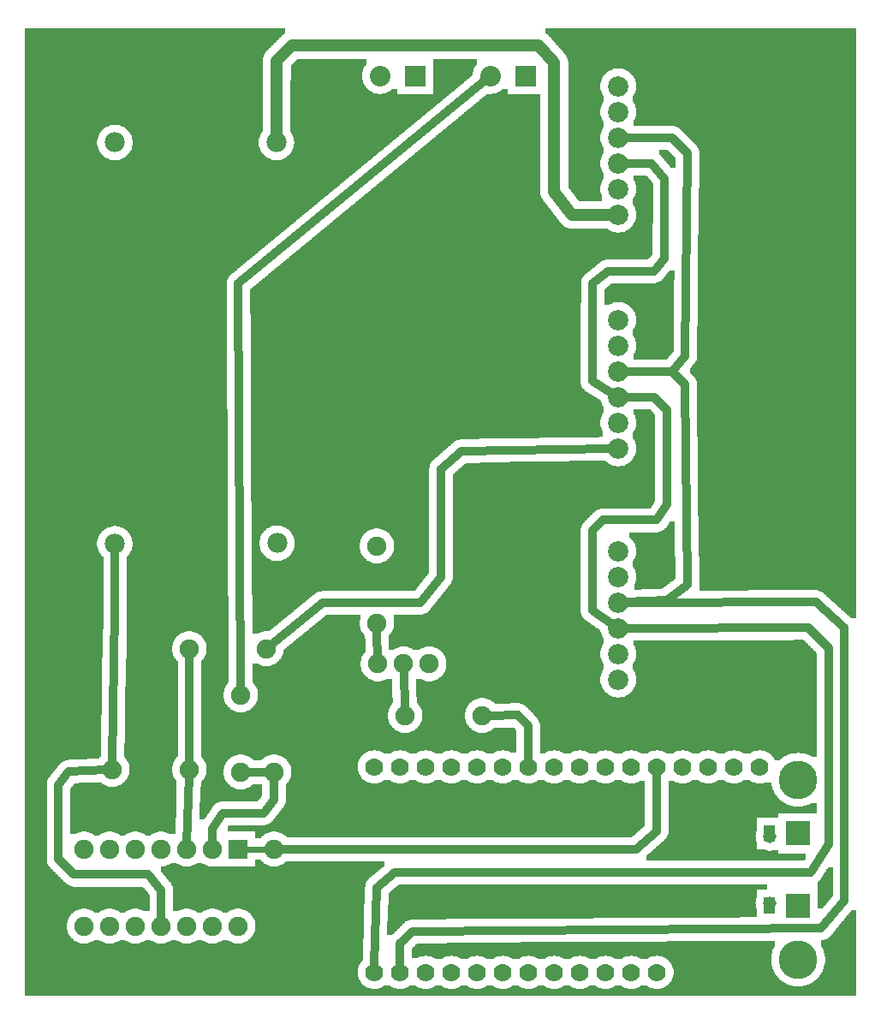
<source format=gtl>
G04 MADE WITH FRITZING*
G04 WWW.FRITZING.ORG*
G04 DOUBLE SIDED*
G04 HOLES PLATED*
G04 CONTOUR ON CENTER OF CONTOUR VECTOR*
%ASAXBY*%
%FSLAX23Y23*%
%MOIN*%
%OFA0B0*%
%SFA1.0B1.0*%
%ADD10C,0.075000*%
%ADD11C,0.070000*%
%ADD12C,0.095000*%
%ADD13C,0.149999*%
%ADD14C,0.051496*%
%ADD15C,0.078000*%
%ADD16C,0.079370*%
%ADD17C,0.080000*%
%ADD18R,0.095000X0.095000*%
%ADD19R,0.080000X0.080000*%
%ADD20R,0.075000X0.075000*%
%ADD21C,0.024000*%
%ADD22C,0.032000*%
%ADD23C,0.048000*%
%ADD24R,0.001000X0.001000*%
%LNCOPPER1*%
G90*
G70*
G54D10*
X2218Y3725D03*
X1849Y3494D03*
X2445Y2761D03*
X2474Y1791D03*
X2593Y713D03*
X121Y3731D03*
X1532Y408D03*
G54D11*
X2199Y132D03*
X2099Y932D03*
X2899Y932D03*
X1399Y132D03*
G54D12*
X3049Y674D03*
G54D11*
X2499Y932D03*
X1699Y932D03*
X1799Y132D03*
G54D13*
X3049Y182D03*
G54D11*
X2699Y932D03*
X2299Y932D03*
X1899Y932D03*
X1499Y932D03*
X1599Y132D03*
X1999Y132D03*
X2399Y132D03*
G54D14*
X2939Y662D03*
G54D11*
X2799Y932D03*
X2599Y932D03*
X2399Y932D03*
X2199Y932D03*
X1999Y932D03*
X1799Y932D03*
X1599Y932D03*
X1399Y932D03*
X1499Y132D03*
X1699Y132D03*
X1899Y132D03*
X2099Y132D03*
X2299Y132D03*
X2499Y132D03*
G54D13*
X3049Y882D03*
G54D14*
X2939Y402D03*
G54D12*
X3049Y390D03*
G54D15*
X1021Y1803D03*
X389Y1800D03*
X1018Y3363D03*
X389Y3363D03*
G54D10*
X1409Y1492D03*
X1409Y1792D03*
X1819Y1132D03*
X1519Y1132D03*
X879Y912D03*
X879Y1212D03*
X979Y1392D03*
X679Y1392D03*
X1009Y612D03*
X1009Y912D03*
G54D16*
X2349Y3082D03*
X2349Y3182D03*
X2349Y3282D03*
X2349Y3382D03*
X2349Y3482D03*
X2349Y3582D03*
X2349Y1272D03*
X2349Y1372D03*
X2349Y1472D03*
X2349Y1572D03*
X2349Y1672D03*
X2349Y1772D03*
X2349Y2172D03*
X2349Y2272D03*
X2349Y2372D03*
X2349Y2472D03*
X2349Y2572D03*
X2349Y2672D03*
G54D17*
X1989Y3622D03*
X1851Y3622D03*
G54D10*
X1413Y1333D03*
X1513Y1333D03*
X1613Y1333D03*
G54D17*
X1559Y3622D03*
X1421Y3622D03*
G54D10*
X869Y612D03*
X869Y312D03*
X769Y612D03*
X769Y312D03*
X669Y612D03*
X669Y312D03*
X569Y612D03*
X569Y312D03*
X469Y612D03*
X469Y312D03*
X369Y612D03*
X369Y312D03*
X269Y612D03*
X269Y312D03*
X679Y922D03*
X379Y922D03*
G54D18*
X3049Y674D03*
X3049Y390D03*
G54D19*
X1989Y3622D03*
X1559Y3622D03*
G54D20*
X869Y612D03*
G54D21*
X898Y612D02*
X981Y612D01*
G54D22*
D02*
X969Y752D02*
X1008Y803D01*
D02*
X810Y752D02*
X969Y752D01*
D02*
X768Y691D02*
X810Y752D01*
D02*
X1008Y803D02*
X1009Y883D01*
D02*
X769Y641D02*
X768Y691D01*
D02*
X981Y912D02*
X908Y912D01*
D02*
X678Y899D02*
X670Y635D01*
D02*
X679Y945D02*
X679Y1369D01*
D02*
X210Y913D02*
X356Y921D01*
D02*
X169Y573D02*
X169Y862D01*
D02*
X519Y513D02*
X230Y513D01*
D02*
X570Y452D02*
X519Y513D01*
D02*
X230Y513D02*
X169Y573D01*
D02*
X169Y862D02*
X210Y913D01*
D02*
X569Y335D02*
X570Y452D01*
D02*
X2610Y2532D02*
X2619Y3322D01*
D02*
X2619Y3322D02*
X2558Y3382D01*
D02*
X2558Y2472D02*
X2610Y2532D01*
D02*
X2558Y3382D02*
X2380Y3382D01*
D02*
X2380Y2472D02*
X2558Y2472D01*
D02*
X2608Y2422D02*
X2618Y1642D01*
D02*
X2618Y1642D02*
X2538Y1582D01*
D02*
X2538Y1582D02*
X2380Y1574D01*
D02*
X2558Y2472D02*
X2608Y2422D01*
D02*
X2380Y2472D02*
X2558Y2472D01*
D02*
X3140Y303D02*
X1548Y292D01*
D02*
X3229Y412D02*
X3140Y303D01*
D02*
X3229Y1473D02*
X3229Y412D01*
D02*
X3118Y1573D02*
X3229Y1473D01*
D02*
X1548Y292D02*
X1499Y243D01*
D02*
X1499Y243D02*
X1499Y163D01*
D02*
X2385Y1572D02*
X3118Y1573D01*
D02*
X2249Y2813D02*
X2309Y2862D01*
D02*
X2309Y2862D02*
X2488Y2862D01*
D02*
X2488Y2862D02*
X2528Y2911D01*
D02*
X2528Y2911D02*
X2530Y3222D01*
D02*
X2530Y3222D02*
X2479Y3282D01*
D02*
X2248Y2433D02*
X2249Y2813D01*
D02*
X2479Y3282D02*
X2380Y3282D01*
D02*
X2323Y2388D02*
X2248Y2433D01*
D02*
X2248Y1852D02*
X2248Y1541D01*
D02*
X2538Y1953D02*
X2500Y1893D01*
D02*
X2289Y1893D02*
X2248Y1852D01*
D02*
X2500Y1893D02*
X2289Y1893D01*
D02*
X2538Y2322D02*
X2538Y1953D01*
D02*
X2248Y1541D02*
X2324Y1489D01*
D02*
X2490Y2372D02*
X2538Y2322D01*
D02*
X2380Y2372D02*
X2490Y2372D01*
D02*
X3100Y521D02*
X3168Y632D01*
D02*
X3168Y632D02*
X3168Y1393D01*
D02*
X3168Y1393D02*
X3089Y1473D01*
D02*
X3089Y1473D02*
X2385Y1472D01*
D02*
X1480Y521D02*
X3100Y521D01*
D02*
X1409Y462D02*
X1480Y521D01*
D02*
X1400Y163D02*
X1409Y462D01*
D02*
X1518Y1161D02*
X1514Y1304D01*
D02*
X1960Y1133D02*
X1848Y1132D01*
D02*
X1998Y1092D02*
X1960Y1133D01*
D02*
X1999Y963D02*
X1998Y1092D01*
D02*
X1409Y1443D02*
X1409Y1463D01*
D02*
X1412Y1362D02*
X1409Y1443D01*
G54D23*
D02*
X1019Y3682D02*
X1018Y3393D01*
D02*
X2040Y3741D02*
X1079Y3741D01*
D02*
X2099Y3172D02*
X2099Y3673D01*
D02*
X2169Y3081D02*
X2099Y3172D01*
D02*
X2099Y3673D02*
X2040Y3741D01*
D02*
X1079Y3741D02*
X1019Y3682D01*
D02*
X2318Y3082D02*
X2169Y3081D01*
G54D22*
D02*
X1659Y2092D02*
X1659Y1672D01*
D02*
X1659Y1672D02*
X1579Y1571D01*
D02*
X1579Y1571D02*
X1198Y1571D01*
D02*
X1198Y1571D02*
X1001Y1410D01*
D02*
X1739Y2162D02*
X1659Y2092D01*
D02*
X2318Y2172D02*
X1739Y2162D01*
D02*
X2418Y612D02*
X1038Y612D01*
D02*
X2498Y681D02*
X2418Y612D01*
D02*
X2499Y901D02*
X2498Y681D01*
D02*
X390Y1542D02*
X380Y951D01*
D02*
X389Y1770D02*
X390Y1542D01*
D02*
X870Y2813D02*
X879Y1241D01*
D02*
X1827Y3602D02*
X870Y2813D01*
G36*
X2066Y3808D02*
X2066Y3788D01*
X2068Y3788D01*
X2068Y3786D01*
X2072Y3786D01*
X2072Y3784D01*
X2074Y3784D01*
X2074Y3782D01*
X2076Y3782D01*
X2076Y3780D01*
X2078Y3780D01*
X2078Y3778D01*
X2080Y3778D01*
X2080Y3776D01*
X2082Y3776D01*
X2082Y3774D01*
X2084Y3774D01*
X2084Y3772D01*
X2086Y3772D01*
X2086Y3770D01*
X2088Y3770D01*
X2088Y3768D01*
X2090Y3768D01*
X2090Y3764D01*
X2092Y3764D01*
X2092Y3762D01*
X2094Y3762D01*
X2094Y3760D01*
X2096Y3760D01*
X2096Y3758D01*
X2098Y3758D01*
X2098Y3756D01*
X2100Y3756D01*
X2100Y3754D01*
X2102Y3754D01*
X2102Y3752D01*
X2104Y3752D01*
X2104Y3748D01*
X2106Y3748D01*
X2106Y3746D01*
X2108Y3746D01*
X2108Y3744D01*
X2110Y3744D01*
X2110Y3742D01*
X2112Y3742D01*
X2112Y3740D01*
X2114Y3740D01*
X2114Y3738D01*
X2116Y3738D01*
X2116Y3736D01*
X2118Y3736D01*
X2118Y3732D01*
X2120Y3732D01*
X2120Y3730D01*
X2122Y3730D01*
X2122Y3728D01*
X2124Y3728D01*
X2124Y3726D01*
X2126Y3726D01*
X2126Y3724D01*
X2128Y3724D01*
X2128Y3722D01*
X2130Y3722D01*
X2130Y3720D01*
X2132Y3720D01*
X2132Y3718D01*
X2134Y3718D01*
X2134Y3714D01*
X2136Y3714D01*
X2136Y3712D01*
X2138Y3712D01*
X2138Y3710D01*
X2140Y3710D01*
X2140Y3708D01*
X2142Y3708D01*
X2142Y3706D01*
X2144Y3706D01*
X2144Y3702D01*
X2146Y3702D01*
X2146Y3698D01*
X2148Y3698D01*
X2148Y3694D01*
X2150Y3694D01*
X2150Y3690D01*
X2152Y3690D01*
X2152Y3680D01*
X2154Y3680D01*
X2154Y3652D01*
X2360Y3652D01*
X2360Y3650D01*
X2368Y3650D01*
X2368Y3648D01*
X2374Y3648D01*
X2374Y3646D01*
X2380Y3646D01*
X2380Y3644D01*
X2382Y3644D01*
X2382Y3642D01*
X2386Y3642D01*
X2386Y3640D01*
X2390Y3640D01*
X2390Y3638D01*
X2392Y3638D01*
X2392Y3636D01*
X2394Y3636D01*
X2394Y3634D01*
X2396Y3634D01*
X2396Y3632D01*
X2398Y3632D01*
X2398Y3630D01*
X2400Y3630D01*
X2400Y3628D01*
X2402Y3628D01*
X2402Y3626D01*
X2404Y3626D01*
X2404Y3624D01*
X2406Y3624D01*
X2406Y3620D01*
X2408Y3620D01*
X2408Y3618D01*
X2410Y3618D01*
X2410Y3614D01*
X2412Y3614D01*
X2412Y3610D01*
X2414Y3610D01*
X2414Y3604D01*
X2416Y3604D01*
X2416Y3598D01*
X2418Y3598D01*
X2418Y3566D01*
X2416Y3566D01*
X2416Y3560D01*
X2414Y3560D01*
X2414Y3554D01*
X2412Y3554D01*
X2412Y3550D01*
X2410Y3550D01*
X2410Y3548D01*
X2408Y3548D01*
X2408Y3544D01*
X2406Y3544D01*
X2406Y3520D01*
X2408Y3520D01*
X2408Y3518D01*
X2410Y3518D01*
X2410Y3514D01*
X2412Y3514D01*
X2412Y3510D01*
X2414Y3510D01*
X2414Y3504D01*
X2416Y3504D01*
X2416Y3498D01*
X2418Y3498D01*
X2418Y3466D01*
X2416Y3466D01*
X2416Y3460D01*
X2414Y3460D01*
X2414Y3454D01*
X2412Y3454D01*
X2412Y3450D01*
X2410Y3450D01*
X2410Y3448D01*
X2408Y3448D01*
X2408Y3428D01*
X2568Y3428D01*
X2568Y3426D01*
X2574Y3426D01*
X2574Y3424D01*
X2578Y3424D01*
X2578Y3422D01*
X2582Y3422D01*
X2582Y3420D01*
X2586Y3420D01*
X2586Y3418D01*
X2588Y3418D01*
X2588Y3416D01*
X2590Y3416D01*
X2590Y3414D01*
X2592Y3414D01*
X2592Y3412D01*
X2594Y3412D01*
X2594Y3410D01*
X2596Y3410D01*
X2596Y3408D01*
X2598Y3408D01*
X2598Y3406D01*
X2600Y3406D01*
X2600Y3404D01*
X2602Y3404D01*
X2602Y3402D01*
X2604Y3402D01*
X2604Y3400D01*
X2606Y3400D01*
X2606Y3398D01*
X2608Y3398D01*
X2608Y3396D01*
X2610Y3396D01*
X2610Y3394D01*
X2612Y3394D01*
X2612Y3392D01*
X2614Y3392D01*
X2614Y3390D01*
X2616Y3390D01*
X2616Y3388D01*
X2618Y3388D01*
X2618Y3386D01*
X2620Y3386D01*
X2620Y3384D01*
X2622Y3384D01*
X2622Y3382D01*
X2624Y3382D01*
X2624Y3380D01*
X2626Y3380D01*
X2626Y3378D01*
X2628Y3378D01*
X2628Y3376D01*
X2630Y3376D01*
X2630Y3374D01*
X2632Y3374D01*
X2632Y3372D01*
X2634Y3372D01*
X2634Y3370D01*
X2636Y3370D01*
X2636Y3368D01*
X2638Y3368D01*
X2638Y3366D01*
X2640Y3366D01*
X2640Y3364D01*
X2642Y3364D01*
X2642Y3362D01*
X2644Y3362D01*
X2644Y3360D01*
X2646Y3360D01*
X2646Y3358D01*
X2648Y3358D01*
X2648Y3356D01*
X2650Y3356D01*
X2650Y3354D01*
X2652Y3354D01*
X2652Y3352D01*
X2654Y3352D01*
X2654Y3350D01*
X2656Y3350D01*
X2656Y3346D01*
X2658Y3346D01*
X2658Y3344D01*
X2660Y3344D01*
X2660Y3340D01*
X2662Y3340D01*
X2662Y3332D01*
X2664Y3332D01*
X2664Y3184D01*
X2662Y3184D01*
X2662Y3006D01*
X2660Y3006D01*
X2660Y2828D01*
X2658Y2828D01*
X2658Y2648D01*
X2656Y2648D01*
X2656Y2524D01*
X2654Y2524D01*
X2654Y2516D01*
X2652Y2516D01*
X2652Y2512D01*
X2650Y2512D01*
X2650Y2508D01*
X2648Y2508D01*
X2648Y2506D01*
X2646Y2506D01*
X2646Y2502D01*
X2644Y2502D01*
X2644Y2500D01*
X2642Y2500D01*
X2642Y2498D01*
X2640Y2498D01*
X2640Y2496D01*
X2638Y2496D01*
X2638Y2494D01*
X2636Y2494D01*
X2636Y2490D01*
X2634Y2490D01*
X2634Y2488D01*
X2632Y2488D01*
X2632Y2486D01*
X2630Y2486D01*
X2630Y2464D01*
X2632Y2464D01*
X2632Y2462D01*
X2634Y2462D01*
X2634Y2460D01*
X2636Y2460D01*
X2636Y2458D01*
X2638Y2458D01*
X2638Y2456D01*
X2640Y2456D01*
X2640Y2454D01*
X2642Y2454D01*
X2642Y2452D01*
X2644Y2452D01*
X2644Y2450D01*
X2646Y2450D01*
X2646Y2448D01*
X2648Y2448D01*
X2648Y2444D01*
X2650Y2444D01*
X2650Y2440D01*
X2652Y2440D01*
X2652Y2434D01*
X2654Y2434D01*
X2654Y2374D01*
X2656Y2374D01*
X2656Y2218D01*
X2658Y2218D01*
X2658Y2064D01*
X2660Y2064D01*
X2660Y1908D01*
X2662Y1908D01*
X2662Y1752D01*
X2664Y1752D01*
X2664Y1620D01*
X3124Y1620D01*
X3124Y1618D01*
X3132Y1618D01*
X3132Y1616D01*
X3138Y1616D01*
X3138Y1614D01*
X3142Y1614D01*
X3142Y1612D01*
X3144Y1612D01*
X3144Y1610D01*
X3148Y1610D01*
X3148Y1608D01*
X3150Y1608D01*
X3150Y1606D01*
X3152Y1606D01*
X3152Y1604D01*
X3154Y1604D01*
X3154Y1602D01*
X3156Y1602D01*
X3156Y1600D01*
X3158Y1600D01*
X3158Y1598D01*
X3160Y1598D01*
X3160Y1596D01*
X3162Y1596D01*
X3162Y1594D01*
X3166Y1594D01*
X3166Y1592D01*
X3168Y1592D01*
X3168Y1590D01*
X3170Y1590D01*
X3170Y1588D01*
X3172Y1588D01*
X3172Y1586D01*
X3174Y1586D01*
X3174Y1584D01*
X3176Y1584D01*
X3176Y1582D01*
X3178Y1582D01*
X3178Y1580D01*
X3180Y1580D01*
X3180Y1578D01*
X3182Y1578D01*
X3182Y1576D01*
X3186Y1576D01*
X3186Y1574D01*
X3188Y1574D01*
X3188Y1572D01*
X3190Y1572D01*
X3190Y1570D01*
X3192Y1570D01*
X3192Y1568D01*
X3194Y1568D01*
X3194Y1566D01*
X3196Y1566D01*
X3196Y1564D01*
X3198Y1564D01*
X3198Y1562D01*
X3200Y1562D01*
X3200Y1560D01*
X3202Y1560D01*
X3202Y1558D01*
X3206Y1558D01*
X3206Y1556D01*
X3208Y1556D01*
X3208Y1554D01*
X3210Y1554D01*
X3210Y1552D01*
X3212Y1552D01*
X3212Y1550D01*
X3214Y1550D01*
X3214Y1548D01*
X3216Y1548D01*
X3216Y1546D01*
X3218Y1546D01*
X3218Y1544D01*
X3220Y1544D01*
X3220Y1542D01*
X3222Y1542D01*
X3222Y1540D01*
X3224Y1540D01*
X3224Y1538D01*
X3228Y1538D01*
X3228Y1536D01*
X3230Y1536D01*
X3230Y1534D01*
X3232Y1534D01*
X3232Y1532D01*
X3234Y1532D01*
X3234Y1530D01*
X3236Y1530D01*
X3236Y1528D01*
X3238Y1528D01*
X3238Y1526D01*
X3240Y1526D01*
X3240Y1524D01*
X3242Y1524D01*
X3242Y1522D01*
X3244Y1522D01*
X3244Y1520D01*
X3248Y1520D01*
X3248Y1518D01*
X3250Y1518D01*
X3250Y1516D01*
X3252Y1516D01*
X3252Y1514D01*
X3254Y1514D01*
X3254Y1512D01*
X3256Y1512D01*
X3256Y1510D01*
X3276Y1510D01*
X3276Y3808D01*
X2066Y3808D01*
G37*
D02*
G36*
X2154Y3652D02*
X2154Y3188D01*
X2156Y3188D01*
X2156Y3186D01*
X2158Y3186D01*
X2158Y3182D01*
X2160Y3182D01*
X2160Y3180D01*
X2162Y3180D01*
X2162Y3178D01*
X2164Y3178D01*
X2164Y3174D01*
X2166Y3174D01*
X2166Y3172D01*
X2168Y3172D01*
X2168Y3170D01*
X2170Y3170D01*
X2170Y3168D01*
X2172Y3168D01*
X2172Y3164D01*
X2174Y3164D01*
X2174Y3162D01*
X2176Y3162D01*
X2176Y3160D01*
X2178Y3160D01*
X2178Y3156D01*
X2180Y3156D01*
X2180Y3154D01*
X2182Y3154D01*
X2182Y3152D01*
X2184Y3152D01*
X2184Y3150D01*
X2186Y3150D01*
X2186Y3146D01*
X2188Y3146D01*
X2188Y3144D01*
X2190Y3144D01*
X2190Y3142D01*
X2192Y3142D01*
X2192Y3138D01*
X2194Y3138D01*
X2194Y3136D01*
X2286Y3136D01*
X2286Y3156D01*
X2284Y3156D01*
X2284Y3160D01*
X2282Y3160D01*
X2282Y3168D01*
X2280Y3168D01*
X2280Y3196D01*
X2282Y3196D01*
X2282Y3204D01*
X2284Y3204D01*
X2284Y3210D01*
X2286Y3210D01*
X2286Y3214D01*
X2288Y3214D01*
X2288Y3218D01*
X2290Y3218D01*
X2290Y3220D01*
X2292Y3220D01*
X2292Y3244D01*
X2290Y3244D01*
X2290Y3248D01*
X2288Y3248D01*
X2288Y3252D01*
X2286Y3252D01*
X2286Y3256D01*
X2284Y3256D01*
X2284Y3260D01*
X2282Y3260D01*
X2282Y3268D01*
X2280Y3268D01*
X2280Y3296D01*
X2282Y3296D01*
X2282Y3304D01*
X2284Y3304D01*
X2284Y3310D01*
X2286Y3310D01*
X2286Y3314D01*
X2288Y3314D01*
X2288Y3318D01*
X2290Y3318D01*
X2290Y3320D01*
X2292Y3320D01*
X2292Y3344D01*
X2290Y3344D01*
X2290Y3348D01*
X2288Y3348D01*
X2288Y3352D01*
X2286Y3352D01*
X2286Y3356D01*
X2284Y3356D01*
X2284Y3360D01*
X2282Y3360D01*
X2282Y3368D01*
X2280Y3368D01*
X2280Y3396D01*
X2282Y3396D01*
X2282Y3404D01*
X2284Y3404D01*
X2284Y3410D01*
X2286Y3410D01*
X2286Y3414D01*
X2288Y3414D01*
X2288Y3418D01*
X2290Y3418D01*
X2290Y3420D01*
X2292Y3420D01*
X2292Y3444D01*
X2290Y3444D01*
X2290Y3448D01*
X2288Y3448D01*
X2288Y3452D01*
X2286Y3452D01*
X2286Y3456D01*
X2284Y3456D01*
X2284Y3460D01*
X2282Y3460D01*
X2282Y3468D01*
X2280Y3468D01*
X2280Y3496D01*
X2282Y3496D01*
X2282Y3504D01*
X2284Y3504D01*
X2284Y3510D01*
X2286Y3510D01*
X2286Y3514D01*
X2288Y3514D01*
X2288Y3518D01*
X2290Y3518D01*
X2290Y3520D01*
X2292Y3520D01*
X2292Y3544D01*
X2290Y3544D01*
X2290Y3548D01*
X2288Y3548D01*
X2288Y3552D01*
X2286Y3552D01*
X2286Y3556D01*
X2284Y3556D01*
X2284Y3560D01*
X2282Y3560D01*
X2282Y3568D01*
X2280Y3568D01*
X2280Y3596D01*
X2282Y3596D01*
X2282Y3604D01*
X2284Y3604D01*
X2284Y3610D01*
X2286Y3610D01*
X2286Y3614D01*
X2288Y3614D01*
X2288Y3618D01*
X2290Y3618D01*
X2290Y3620D01*
X2292Y3620D01*
X2292Y3624D01*
X2294Y3624D01*
X2294Y3626D01*
X2296Y3626D01*
X2296Y3628D01*
X2298Y3628D01*
X2298Y3630D01*
X2300Y3630D01*
X2300Y3632D01*
X2302Y3632D01*
X2302Y3634D01*
X2304Y3634D01*
X2304Y3636D01*
X2306Y3636D01*
X2306Y3638D01*
X2310Y3638D01*
X2310Y3640D01*
X2312Y3640D01*
X2312Y3642D01*
X2316Y3642D01*
X2316Y3644D01*
X2320Y3644D01*
X2320Y3646D01*
X2324Y3646D01*
X2324Y3648D01*
X2330Y3648D01*
X2330Y3650D01*
X2338Y3650D01*
X2338Y3652D01*
X2154Y3652D01*
G37*
D02*
G36*
X2664Y1620D02*
X2664Y1618D01*
X2854Y1618D01*
X2854Y1620D01*
X2664Y1620D01*
G37*
D02*
G36*
X1898Y3572D02*
X1898Y3570D01*
X1896Y3570D01*
X1896Y3568D01*
X1894Y3568D01*
X1894Y3566D01*
X1892Y3566D01*
X1892Y3564D01*
X1888Y3564D01*
X1888Y3562D01*
X1884Y3562D01*
X1884Y3560D01*
X1882Y3560D01*
X1882Y3558D01*
X1876Y3558D01*
X1876Y3556D01*
X1870Y3556D01*
X1870Y3554D01*
X1860Y3554D01*
X1860Y3552D01*
X1838Y3552D01*
X1838Y3550D01*
X1834Y3550D01*
X1834Y3548D01*
X1832Y3548D01*
X1832Y3546D01*
X1830Y3546D01*
X1830Y3544D01*
X1828Y3544D01*
X1828Y3542D01*
X1826Y3542D01*
X1826Y3540D01*
X1822Y3540D01*
X1822Y3538D01*
X1820Y3538D01*
X1820Y3536D01*
X1818Y3536D01*
X1818Y3534D01*
X1816Y3534D01*
X1816Y3532D01*
X1812Y3532D01*
X1812Y3530D01*
X1810Y3530D01*
X1810Y3528D01*
X1808Y3528D01*
X1808Y3526D01*
X1806Y3526D01*
X1806Y3524D01*
X1804Y3524D01*
X1804Y3522D01*
X1800Y3522D01*
X1800Y3520D01*
X1798Y3520D01*
X1798Y3518D01*
X1796Y3518D01*
X1796Y3516D01*
X1794Y3516D01*
X1794Y3514D01*
X1792Y3514D01*
X1792Y3512D01*
X1788Y3512D01*
X1788Y3510D01*
X1786Y3510D01*
X1786Y3508D01*
X1784Y3508D01*
X1784Y3506D01*
X1782Y3506D01*
X1782Y3504D01*
X1778Y3504D01*
X1778Y3502D01*
X1776Y3502D01*
X1776Y3500D01*
X1774Y3500D01*
X1774Y3498D01*
X1772Y3498D01*
X1772Y3496D01*
X1770Y3496D01*
X1770Y3494D01*
X1766Y3494D01*
X1766Y3492D01*
X1764Y3492D01*
X1764Y3490D01*
X1762Y3490D01*
X1762Y3488D01*
X1760Y3488D01*
X1760Y3486D01*
X1758Y3486D01*
X1758Y3484D01*
X1754Y3484D01*
X1754Y3482D01*
X1752Y3482D01*
X1752Y3480D01*
X1750Y3480D01*
X1750Y3478D01*
X1748Y3478D01*
X1748Y3476D01*
X1746Y3476D01*
X1746Y3474D01*
X1742Y3474D01*
X1742Y3472D01*
X1740Y3472D01*
X1740Y3470D01*
X1738Y3470D01*
X1738Y3468D01*
X1736Y3468D01*
X1736Y3466D01*
X1732Y3466D01*
X1732Y3464D01*
X1730Y3464D01*
X1730Y3462D01*
X1728Y3462D01*
X1728Y3460D01*
X1726Y3460D01*
X1726Y3458D01*
X1724Y3458D01*
X1724Y3456D01*
X1720Y3456D01*
X1720Y3454D01*
X1718Y3454D01*
X1718Y3452D01*
X1716Y3452D01*
X1716Y3450D01*
X1714Y3450D01*
X1714Y3448D01*
X1712Y3448D01*
X1712Y3446D01*
X1708Y3446D01*
X1708Y3444D01*
X1706Y3444D01*
X1706Y3442D01*
X1704Y3442D01*
X1704Y3440D01*
X1702Y3440D01*
X1702Y3438D01*
X1698Y3438D01*
X1698Y3436D01*
X1696Y3436D01*
X1696Y3434D01*
X1694Y3434D01*
X1694Y3432D01*
X1692Y3432D01*
X1692Y3430D01*
X1690Y3430D01*
X1690Y3428D01*
X1686Y3428D01*
X1686Y3426D01*
X1684Y3426D01*
X1684Y3424D01*
X1682Y3424D01*
X1682Y3422D01*
X1680Y3422D01*
X1680Y3420D01*
X1678Y3420D01*
X1678Y3418D01*
X1674Y3418D01*
X1674Y3416D01*
X1672Y3416D01*
X1672Y3414D01*
X1670Y3414D01*
X1670Y3412D01*
X1668Y3412D01*
X1668Y3410D01*
X1666Y3410D01*
X1666Y3408D01*
X1662Y3408D01*
X1662Y3406D01*
X1660Y3406D01*
X1660Y3404D01*
X1658Y3404D01*
X1658Y3402D01*
X1656Y3402D01*
X1656Y3400D01*
X1652Y3400D01*
X1652Y3398D01*
X1650Y3398D01*
X1650Y3396D01*
X1648Y3396D01*
X1648Y3394D01*
X1646Y3394D01*
X1646Y3392D01*
X1644Y3392D01*
X1644Y3390D01*
X1640Y3390D01*
X1640Y3388D01*
X1638Y3388D01*
X1638Y3386D01*
X1636Y3386D01*
X1636Y3384D01*
X1634Y3384D01*
X1634Y3382D01*
X1632Y3382D01*
X1632Y3380D01*
X1628Y3380D01*
X1628Y3378D01*
X1626Y3378D01*
X1626Y3376D01*
X1624Y3376D01*
X1624Y3374D01*
X1622Y3374D01*
X1622Y3372D01*
X1618Y3372D01*
X1618Y3370D01*
X1616Y3370D01*
X1616Y3368D01*
X1614Y3368D01*
X1614Y3366D01*
X1612Y3366D01*
X1612Y3364D01*
X1610Y3364D01*
X1610Y3362D01*
X1606Y3362D01*
X1606Y3360D01*
X1604Y3360D01*
X1604Y3358D01*
X1602Y3358D01*
X1602Y3356D01*
X1600Y3356D01*
X1600Y3354D01*
X1598Y3354D01*
X1598Y3352D01*
X1594Y3352D01*
X1594Y3350D01*
X1592Y3350D01*
X1592Y3348D01*
X1590Y3348D01*
X1590Y3346D01*
X1588Y3346D01*
X1588Y3344D01*
X1584Y3344D01*
X1584Y3342D01*
X1582Y3342D01*
X1582Y3340D01*
X1580Y3340D01*
X1580Y3338D01*
X1578Y3338D01*
X1578Y3336D01*
X1576Y3336D01*
X1576Y3334D01*
X1572Y3334D01*
X1572Y3332D01*
X1570Y3332D01*
X1570Y3330D01*
X1568Y3330D01*
X1568Y3328D01*
X1566Y3328D01*
X1566Y3326D01*
X1564Y3326D01*
X1564Y3324D01*
X1560Y3324D01*
X1560Y3322D01*
X1558Y3322D01*
X1558Y3320D01*
X1556Y3320D01*
X1556Y3318D01*
X1554Y3318D01*
X1554Y3316D01*
X1552Y3316D01*
X1552Y3314D01*
X1548Y3314D01*
X1548Y3312D01*
X1546Y3312D01*
X1546Y3310D01*
X1544Y3310D01*
X1544Y3308D01*
X1542Y3308D01*
X1542Y3306D01*
X1538Y3306D01*
X1538Y3304D01*
X1536Y3304D01*
X1536Y3302D01*
X1534Y3302D01*
X1534Y3300D01*
X1532Y3300D01*
X1532Y3298D01*
X1530Y3298D01*
X1530Y3296D01*
X1526Y3296D01*
X1526Y3294D01*
X1524Y3294D01*
X1524Y3292D01*
X1522Y3292D01*
X1522Y3290D01*
X1520Y3290D01*
X1520Y3288D01*
X1518Y3288D01*
X1518Y3286D01*
X1514Y3286D01*
X1514Y3284D01*
X1512Y3284D01*
X1512Y3282D01*
X1510Y3282D01*
X1510Y3280D01*
X1508Y3280D01*
X1508Y3278D01*
X1504Y3278D01*
X1504Y3276D01*
X1502Y3276D01*
X1502Y3274D01*
X1500Y3274D01*
X1500Y3272D01*
X1498Y3272D01*
X1498Y3270D01*
X1496Y3270D01*
X1496Y3268D01*
X1492Y3268D01*
X1492Y3266D01*
X1490Y3266D01*
X1490Y3264D01*
X1488Y3264D01*
X1488Y3262D01*
X1486Y3262D01*
X1486Y3260D01*
X1484Y3260D01*
X1484Y3258D01*
X1480Y3258D01*
X1480Y3256D01*
X1478Y3256D01*
X1478Y3254D01*
X1476Y3254D01*
X1476Y3252D01*
X1474Y3252D01*
X1474Y3250D01*
X1472Y3250D01*
X1472Y3248D01*
X1468Y3248D01*
X1468Y3246D01*
X1466Y3246D01*
X1466Y3244D01*
X1464Y3244D01*
X1464Y3242D01*
X1462Y3242D01*
X1462Y3240D01*
X1458Y3240D01*
X1458Y3238D01*
X1456Y3238D01*
X1456Y3236D01*
X1454Y3236D01*
X1454Y3234D01*
X1452Y3234D01*
X1452Y3232D01*
X1450Y3232D01*
X1450Y3230D01*
X1446Y3230D01*
X1446Y3228D01*
X1444Y3228D01*
X1444Y3226D01*
X1442Y3226D01*
X1442Y3224D01*
X1440Y3224D01*
X1440Y3222D01*
X1438Y3222D01*
X1438Y3220D01*
X1434Y3220D01*
X1434Y3218D01*
X1432Y3218D01*
X1432Y3216D01*
X1430Y3216D01*
X1430Y3214D01*
X1428Y3214D01*
X1428Y3212D01*
X1424Y3212D01*
X1424Y3210D01*
X1422Y3210D01*
X1422Y3208D01*
X1420Y3208D01*
X1420Y3206D01*
X1418Y3206D01*
X1418Y3204D01*
X1416Y3204D01*
X1416Y3202D01*
X1412Y3202D01*
X1412Y3200D01*
X1410Y3200D01*
X1410Y3198D01*
X1408Y3198D01*
X1408Y3196D01*
X1406Y3196D01*
X1406Y3194D01*
X1404Y3194D01*
X1404Y3192D01*
X1400Y3192D01*
X1400Y3190D01*
X1398Y3190D01*
X1398Y3188D01*
X1396Y3188D01*
X1396Y3186D01*
X1394Y3186D01*
X1394Y3184D01*
X1390Y3184D01*
X1390Y3182D01*
X1388Y3182D01*
X1388Y3180D01*
X1386Y3180D01*
X1386Y3178D01*
X1384Y3178D01*
X1384Y3176D01*
X1382Y3176D01*
X1382Y3174D01*
X1378Y3174D01*
X1378Y3172D01*
X1376Y3172D01*
X1376Y3170D01*
X1374Y3170D01*
X1374Y3168D01*
X1372Y3168D01*
X1372Y3166D01*
X1370Y3166D01*
X1370Y3164D01*
X1366Y3164D01*
X1366Y3162D01*
X1364Y3162D01*
X1364Y3160D01*
X1362Y3160D01*
X1362Y3158D01*
X1360Y3158D01*
X1360Y3156D01*
X1358Y3156D01*
X1358Y3154D01*
X1354Y3154D01*
X1354Y3152D01*
X1352Y3152D01*
X1352Y3150D01*
X1350Y3150D01*
X1350Y3148D01*
X1348Y3148D01*
X1348Y3146D01*
X1344Y3146D01*
X1344Y3144D01*
X1342Y3144D01*
X1342Y3142D01*
X1340Y3142D01*
X1340Y3140D01*
X1338Y3140D01*
X1338Y3138D01*
X1336Y3138D01*
X1336Y3136D01*
X1332Y3136D01*
X1332Y3134D01*
X1330Y3134D01*
X1330Y3132D01*
X1328Y3132D01*
X1328Y3130D01*
X1326Y3130D01*
X1326Y3128D01*
X1324Y3128D01*
X1324Y3126D01*
X1320Y3126D01*
X1320Y3124D01*
X1318Y3124D01*
X1318Y3122D01*
X1316Y3122D01*
X1316Y3120D01*
X1314Y3120D01*
X1314Y3118D01*
X1310Y3118D01*
X1310Y3116D01*
X1308Y3116D01*
X1308Y3114D01*
X1306Y3114D01*
X1306Y3112D01*
X1304Y3112D01*
X1304Y3110D01*
X1302Y3110D01*
X1302Y3108D01*
X1298Y3108D01*
X1298Y3106D01*
X1296Y3106D01*
X1296Y3104D01*
X1294Y3104D01*
X1294Y3102D01*
X1292Y3102D01*
X1292Y3100D01*
X1290Y3100D01*
X1290Y3098D01*
X1286Y3098D01*
X1286Y3096D01*
X1284Y3096D01*
X1284Y3094D01*
X1282Y3094D01*
X1282Y3092D01*
X1280Y3092D01*
X1280Y3090D01*
X1276Y3090D01*
X1276Y3088D01*
X1274Y3088D01*
X1274Y3086D01*
X1272Y3086D01*
X1272Y3084D01*
X1270Y3084D01*
X1270Y3082D01*
X1268Y3082D01*
X1268Y3080D01*
X1264Y3080D01*
X1264Y3078D01*
X1262Y3078D01*
X1262Y3076D01*
X1260Y3076D01*
X1260Y3074D01*
X1258Y3074D01*
X1258Y3072D01*
X1256Y3072D01*
X1256Y3070D01*
X1252Y3070D01*
X1252Y3068D01*
X1250Y3068D01*
X1250Y3066D01*
X1248Y3066D01*
X1248Y3064D01*
X1246Y3064D01*
X1246Y3062D01*
X1244Y3062D01*
X1244Y3060D01*
X1240Y3060D01*
X1240Y3058D01*
X1238Y3058D01*
X1238Y3056D01*
X1236Y3056D01*
X1236Y3054D01*
X1234Y3054D01*
X1234Y3052D01*
X1230Y3052D01*
X1230Y3050D01*
X1228Y3050D01*
X1228Y3048D01*
X1226Y3048D01*
X1226Y3046D01*
X1224Y3046D01*
X1224Y3044D01*
X1222Y3044D01*
X1222Y3042D01*
X1218Y3042D01*
X1218Y3040D01*
X1216Y3040D01*
X1216Y3038D01*
X1214Y3038D01*
X1214Y3036D01*
X1212Y3036D01*
X1212Y3034D01*
X1210Y3034D01*
X1210Y3032D01*
X1206Y3032D01*
X1206Y3030D01*
X1204Y3030D01*
X1204Y3028D01*
X1202Y3028D01*
X1202Y3026D01*
X1200Y3026D01*
X1200Y3024D01*
X1196Y3024D01*
X1196Y3022D01*
X1194Y3022D01*
X1194Y3020D01*
X1192Y3020D01*
X1192Y3018D01*
X1190Y3018D01*
X1190Y3016D01*
X1188Y3016D01*
X1188Y3014D01*
X1184Y3014D01*
X1184Y3012D01*
X2342Y3012D01*
X2342Y3014D01*
X2332Y3014D01*
X2332Y3016D01*
X2324Y3016D01*
X2324Y3018D01*
X2320Y3018D01*
X2320Y3020D01*
X2316Y3020D01*
X2316Y3022D01*
X2312Y3022D01*
X2312Y3024D01*
X2310Y3024D01*
X2310Y3026D01*
X2308Y3026D01*
X2308Y3028D01*
X2156Y3028D01*
X2156Y3030D01*
X2150Y3030D01*
X2150Y3032D01*
X2144Y3032D01*
X2144Y3034D01*
X2142Y3034D01*
X2142Y3036D01*
X2138Y3036D01*
X2138Y3038D01*
X2136Y3038D01*
X2136Y3040D01*
X2134Y3040D01*
X2134Y3042D01*
X2132Y3042D01*
X2132Y3044D01*
X2130Y3044D01*
X2130Y3046D01*
X2128Y3046D01*
X2128Y3048D01*
X2126Y3048D01*
X2126Y3050D01*
X2124Y3050D01*
X2124Y3052D01*
X2122Y3052D01*
X2122Y3056D01*
X2120Y3056D01*
X2120Y3058D01*
X2118Y3058D01*
X2118Y3060D01*
X2116Y3060D01*
X2116Y3062D01*
X2114Y3062D01*
X2114Y3066D01*
X2112Y3066D01*
X2112Y3068D01*
X2110Y3068D01*
X2110Y3070D01*
X2108Y3070D01*
X2108Y3074D01*
X2106Y3074D01*
X2106Y3076D01*
X2104Y3076D01*
X2104Y3078D01*
X2102Y3078D01*
X2102Y3082D01*
X2100Y3082D01*
X2100Y3084D01*
X2098Y3084D01*
X2098Y3086D01*
X2096Y3086D01*
X2096Y3088D01*
X2094Y3088D01*
X2094Y3092D01*
X2092Y3092D01*
X2092Y3094D01*
X2090Y3094D01*
X2090Y3096D01*
X2088Y3096D01*
X2088Y3100D01*
X2086Y3100D01*
X2086Y3102D01*
X2084Y3102D01*
X2084Y3104D01*
X2082Y3104D01*
X2082Y3108D01*
X2080Y3108D01*
X2080Y3110D01*
X2078Y3110D01*
X2078Y3112D01*
X2076Y3112D01*
X2076Y3114D01*
X2074Y3114D01*
X2074Y3118D01*
X2072Y3118D01*
X2072Y3120D01*
X2070Y3120D01*
X2070Y3122D01*
X2068Y3122D01*
X2068Y3126D01*
X2066Y3126D01*
X2066Y3128D01*
X2064Y3128D01*
X2064Y3130D01*
X2062Y3130D01*
X2062Y3132D01*
X2060Y3132D01*
X2060Y3136D01*
X2058Y3136D01*
X2058Y3138D01*
X2056Y3138D01*
X2056Y3140D01*
X2054Y3140D01*
X2054Y3144D01*
X2052Y3144D01*
X2052Y3148D01*
X2050Y3148D01*
X2050Y3152D01*
X2048Y3152D01*
X2048Y3158D01*
X2046Y3158D01*
X2046Y3552D01*
X1920Y3552D01*
X1920Y3572D01*
X1898Y3572D01*
G37*
D02*
G36*
X2410Y3236D02*
X2410Y3214D01*
X2412Y3214D01*
X2412Y3210D01*
X2414Y3210D01*
X2414Y3204D01*
X2416Y3204D01*
X2416Y3198D01*
X2418Y3198D01*
X2418Y3166D01*
X2416Y3166D01*
X2416Y3160D01*
X2414Y3160D01*
X2414Y3154D01*
X2412Y3154D01*
X2412Y3150D01*
X2410Y3150D01*
X2410Y3148D01*
X2408Y3148D01*
X2408Y3144D01*
X2406Y3144D01*
X2406Y3120D01*
X2408Y3120D01*
X2408Y3118D01*
X2410Y3118D01*
X2410Y3114D01*
X2412Y3114D01*
X2412Y3110D01*
X2414Y3110D01*
X2414Y3104D01*
X2416Y3104D01*
X2416Y3098D01*
X2418Y3098D01*
X2418Y3066D01*
X2416Y3066D01*
X2416Y3060D01*
X2414Y3060D01*
X2414Y3054D01*
X2412Y3054D01*
X2412Y3050D01*
X2410Y3050D01*
X2410Y3048D01*
X2408Y3048D01*
X2408Y3044D01*
X2406Y3044D01*
X2406Y3042D01*
X2404Y3042D01*
X2404Y3038D01*
X2402Y3038D01*
X2402Y3036D01*
X2400Y3036D01*
X2400Y3034D01*
X2398Y3034D01*
X2398Y3032D01*
X2396Y3032D01*
X2396Y3030D01*
X2394Y3030D01*
X2394Y3028D01*
X2392Y3028D01*
X2392Y3026D01*
X2388Y3026D01*
X2388Y3024D01*
X2386Y3024D01*
X2386Y3022D01*
X2382Y3022D01*
X2382Y3020D01*
X2378Y3020D01*
X2378Y3018D01*
X2374Y3018D01*
X2374Y3016D01*
X2366Y3016D01*
X2366Y3014D01*
X2356Y3014D01*
X2356Y3012D01*
X2482Y3012D01*
X2482Y3048D01*
X2484Y3048D01*
X2484Y3206D01*
X2482Y3206D01*
X2482Y3208D01*
X2480Y3208D01*
X2480Y3212D01*
X2478Y3212D01*
X2478Y3214D01*
X2476Y3214D01*
X2476Y3216D01*
X2474Y3216D01*
X2474Y3218D01*
X2472Y3218D01*
X2472Y3220D01*
X2470Y3220D01*
X2470Y3224D01*
X2468Y3224D01*
X2468Y3226D01*
X2466Y3226D01*
X2466Y3228D01*
X2464Y3228D01*
X2464Y3230D01*
X2462Y3230D01*
X2462Y3232D01*
X2460Y3232D01*
X2460Y3234D01*
X2458Y3234D01*
X2458Y3236D01*
X2410Y3236D01*
G37*
D02*
G36*
X1182Y3012D02*
X1182Y3010D01*
X2482Y3010D01*
X2482Y3012D01*
X1182Y3012D01*
G37*
D02*
G36*
X1182Y3012D02*
X1182Y3010D01*
X2482Y3010D01*
X2482Y3012D01*
X1182Y3012D01*
G37*
D02*
G36*
X1180Y3010D02*
X1180Y3008D01*
X1178Y3008D01*
X1178Y3006D01*
X1176Y3006D01*
X1176Y3004D01*
X1172Y3004D01*
X1172Y3002D01*
X1170Y3002D01*
X1170Y3000D01*
X1168Y3000D01*
X1168Y2998D01*
X1166Y2998D01*
X1166Y2996D01*
X1164Y2996D01*
X1164Y2994D01*
X1160Y2994D01*
X1160Y2992D01*
X1158Y2992D01*
X1158Y2990D01*
X1156Y2990D01*
X1156Y2988D01*
X1154Y2988D01*
X1154Y2986D01*
X1150Y2986D01*
X1150Y2984D01*
X1148Y2984D01*
X1148Y2982D01*
X1146Y2982D01*
X1146Y2980D01*
X1144Y2980D01*
X1144Y2978D01*
X1142Y2978D01*
X1142Y2976D01*
X1138Y2976D01*
X1138Y2974D01*
X1136Y2974D01*
X1136Y2972D01*
X1134Y2972D01*
X1134Y2970D01*
X1132Y2970D01*
X1132Y2968D01*
X1130Y2968D01*
X1130Y2966D01*
X1126Y2966D01*
X1126Y2964D01*
X1124Y2964D01*
X1124Y2962D01*
X1122Y2962D01*
X1122Y2960D01*
X1120Y2960D01*
X1120Y2958D01*
X1116Y2958D01*
X1116Y2956D01*
X1114Y2956D01*
X1114Y2954D01*
X1112Y2954D01*
X1112Y2952D01*
X1110Y2952D01*
X1110Y2950D01*
X1108Y2950D01*
X1108Y2948D01*
X1104Y2948D01*
X1104Y2946D01*
X1102Y2946D01*
X1102Y2944D01*
X1100Y2944D01*
X1100Y2942D01*
X1098Y2942D01*
X1098Y2940D01*
X1096Y2940D01*
X1096Y2938D01*
X1092Y2938D01*
X1092Y2936D01*
X1090Y2936D01*
X1090Y2934D01*
X1088Y2934D01*
X1088Y2932D01*
X1086Y2932D01*
X1086Y2930D01*
X1082Y2930D01*
X1082Y2928D01*
X1080Y2928D01*
X1080Y2926D01*
X1078Y2926D01*
X1078Y2924D01*
X1076Y2924D01*
X1076Y2922D01*
X1074Y2922D01*
X1074Y2920D01*
X1070Y2920D01*
X1070Y2918D01*
X1068Y2918D01*
X1068Y2916D01*
X1066Y2916D01*
X1066Y2914D01*
X1064Y2914D01*
X1064Y2912D01*
X1062Y2912D01*
X1062Y2910D01*
X1058Y2910D01*
X1058Y2908D01*
X1056Y2908D01*
X1056Y2906D01*
X1054Y2906D01*
X1054Y2904D01*
X1052Y2904D01*
X1052Y2902D01*
X1050Y2902D01*
X1050Y2900D01*
X1046Y2900D01*
X1046Y2898D01*
X1044Y2898D01*
X1044Y2896D01*
X1042Y2896D01*
X1042Y2894D01*
X1040Y2894D01*
X1040Y2892D01*
X1036Y2892D01*
X1036Y2890D01*
X1034Y2890D01*
X1034Y2888D01*
X1032Y2888D01*
X1032Y2886D01*
X1030Y2886D01*
X1030Y2884D01*
X1028Y2884D01*
X1028Y2882D01*
X1024Y2882D01*
X1024Y2880D01*
X1022Y2880D01*
X1022Y2878D01*
X1020Y2878D01*
X1020Y2876D01*
X1018Y2876D01*
X1018Y2874D01*
X1016Y2874D01*
X1016Y2872D01*
X1012Y2872D01*
X1012Y2870D01*
X1010Y2870D01*
X1010Y2868D01*
X1008Y2868D01*
X1008Y2866D01*
X1006Y2866D01*
X1006Y2864D01*
X1002Y2864D01*
X1002Y2862D01*
X1000Y2862D01*
X1000Y2860D01*
X998Y2860D01*
X998Y2858D01*
X996Y2858D01*
X996Y2856D01*
X994Y2856D01*
X994Y2854D01*
X990Y2854D01*
X990Y2852D01*
X988Y2852D01*
X988Y2850D01*
X986Y2850D01*
X986Y2848D01*
X984Y2848D01*
X984Y2846D01*
X982Y2846D01*
X982Y2844D01*
X978Y2844D01*
X978Y2842D01*
X976Y2842D01*
X976Y2840D01*
X974Y2840D01*
X974Y2838D01*
X972Y2838D01*
X972Y2836D01*
X970Y2836D01*
X970Y2834D01*
X966Y2834D01*
X966Y2832D01*
X964Y2832D01*
X964Y2830D01*
X962Y2830D01*
X962Y2828D01*
X960Y2828D01*
X960Y2826D01*
X956Y2826D01*
X956Y2824D01*
X954Y2824D01*
X954Y2822D01*
X952Y2822D01*
X952Y2820D01*
X950Y2820D01*
X950Y2818D01*
X948Y2818D01*
X948Y2816D01*
X944Y2816D01*
X944Y2814D01*
X942Y2814D01*
X942Y2812D01*
X940Y2812D01*
X940Y2810D01*
X938Y2810D01*
X938Y2808D01*
X936Y2808D01*
X936Y2806D01*
X932Y2806D01*
X932Y2804D01*
X930Y2804D01*
X930Y2802D01*
X928Y2802D01*
X928Y2800D01*
X926Y2800D01*
X926Y2798D01*
X922Y2798D01*
X922Y2796D01*
X920Y2796D01*
X920Y2794D01*
X918Y2794D01*
X918Y2792D01*
X916Y2792D01*
X916Y2694D01*
X918Y2694D01*
X918Y2330D01*
X920Y2330D01*
X920Y1966D01*
X922Y1966D01*
X922Y1872D01*
X1032Y1872D01*
X1032Y1870D01*
X1040Y1870D01*
X1040Y1868D01*
X1046Y1868D01*
X1046Y1866D01*
X1050Y1866D01*
X1050Y1864D01*
X1054Y1864D01*
X1054Y1862D01*
X1058Y1862D01*
X1058Y1860D01*
X1418Y1860D01*
X1418Y1858D01*
X1428Y1858D01*
X1428Y1856D01*
X1434Y1856D01*
X1434Y1854D01*
X1438Y1854D01*
X1438Y1852D01*
X1442Y1852D01*
X1442Y1850D01*
X1446Y1850D01*
X1446Y1848D01*
X1448Y1848D01*
X1448Y1846D01*
X1452Y1846D01*
X1452Y1844D01*
X1454Y1844D01*
X1454Y1842D01*
X1456Y1842D01*
X1456Y1840D01*
X1458Y1840D01*
X1458Y1838D01*
X1460Y1838D01*
X1460Y1836D01*
X1462Y1836D01*
X1462Y1832D01*
X1464Y1832D01*
X1464Y1830D01*
X1466Y1830D01*
X1466Y1826D01*
X1468Y1826D01*
X1468Y1824D01*
X1470Y1824D01*
X1470Y1820D01*
X1472Y1820D01*
X1472Y1814D01*
X1474Y1814D01*
X1474Y1806D01*
X1476Y1806D01*
X1476Y1778D01*
X1474Y1778D01*
X1474Y1770D01*
X1472Y1770D01*
X1472Y1766D01*
X1470Y1766D01*
X1470Y1762D01*
X1468Y1762D01*
X1468Y1758D01*
X1466Y1758D01*
X1466Y1754D01*
X1464Y1754D01*
X1464Y1752D01*
X1462Y1752D01*
X1462Y1750D01*
X1460Y1750D01*
X1460Y1746D01*
X1458Y1746D01*
X1458Y1744D01*
X1456Y1744D01*
X1456Y1742D01*
X1452Y1742D01*
X1452Y1740D01*
X1450Y1740D01*
X1450Y1738D01*
X1448Y1738D01*
X1448Y1736D01*
X1444Y1736D01*
X1444Y1734D01*
X1442Y1734D01*
X1442Y1732D01*
X1438Y1732D01*
X1438Y1730D01*
X1432Y1730D01*
X1432Y1728D01*
X1426Y1728D01*
X1426Y1726D01*
X1414Y1726D01*
X1414Y1724D01*
X1612Y1724D01*
X1612Y2094D01*
X1614Y2094D01*
X1614Y2106D01*
X1616Y2106D01*
X1616Y2110D01*
X1618Y2110D01*
X1618Y2114D01*
X1620Y2114D01*
X1620Y2118D01*
X1622Y2118D01*
X1622Y2120D01*
X1624Y2120D01*
X1624Y2122D01*
X1626Y2122D01*
X1626Y2124D01*
X1628Y2124D01*
X1628Y2126D01*
X1630Y2126D01*
X1630Y2128D01*
X1632Y2128D01*
X1632Y2130D01*
X1634Y2130D01*
X1634Y2132D01*
X1636Y2132D01*
X1636Y2134D01*
X1638Y2134D01*
X1638Y2136D01*
X1640Y2136D01*
X1640Y2138D01*
X1644Y2138D01*
X1644Y2140D01*
X1646Y2140D01*
X1646Y2142D01*
X1648Y2142D01*
X1648Y2144D01*
X1650Y2144D01*
X1650Y2146D01*
X1652Y2146D01*
X1652Y2148D01*
X1654Y2148D01*
X1654Y2150D01*
X1656Y2150D01*
X1656Y2152D01*
X1660Y2152D01*
X1660Y2154D01*
X1662Y2154D01*
X1662Y2156D01*
X1664Y2156D01*
X1664Y2158D01*
X1666Y2158D01*
X1666Y2160D01*
X1668Y2160D01*
X1668Y2162D01*
X1670Y2162D01*
X1670Y2164D01*
X1672Y2164D01*
X1672Y2166D01*
X1676Y2166D01*
X1676Y2168D01*
X1678Y2168D01*
X1678Y2170D01*
X1680Y2170D01*
X1680Y2172D01*
X1682Y2172D01*
X1682Y2174D01*
X1684Y2174D01*
X1684Y2176D01*
X1686Y2176D01*
X1686Y2178D01*
X1688Y2178D01*
X1688Y2180D01*
X1692Y2180D01*
X1692Y2182D01*
X1694Y2182D01*
X1694Y2184D01*
X1696Y2184D01*
X1696Y2186D01*
X1698Y2186D01*
X1698Y2188D01*
X1700Y2188D01*
X1700Y2190D01*
X1702Y2190D01*
X1702Y2192D01*
X1706Y2192D01*
X1706Y2194D01*
X1708Y2194D01*
X1708Y2196D01*
X1710Y2196D01*
X1710Y2198D01*
X1712Y2198D01*
X1712Y2200D01*
X1716Y2200D01*
X1716Y2202D01*
X1720Y2202D01*
X1720Y2204D01*
X1724Y2204D01*
X1724Y2206D01*
X1732Y2206D01*
X1732Y2208D01*
X1810Y2208D01*
X1810Y2210D01*
X1926Y2210D01*
X1926Y2212D01*
X2042Y2212D01*
X2042Y2214D01*
X2160Y2214D01*
X2160Y2216D01*
X2276Y2216D01*
X2276Y2218D01*
X2290Y2218D01*
X2290Y2238D01*
X2288Y2238D01*
X2288Y2242D01*
X2286Y2242D01*
X2286Y2246D01*
X2284Y2246D01*
X2284Y2250D01*
X2282Y2250D01*
X2282Y2258D01*
X2280Y2258D01*
X2280Y2286D01*
X2282Y2286D01*
X2282Y2294D01*
X2284Y2294D01*
X2284Y2300D01*
X2286Y2300D01*
X2286Y2304D01*
X2288Y2304D01*
X2288Y2308D01*
X2290Y2308D01*
X2290Y2310D01*
X2292Y2310D01*
X2292Y2334D01*
X2290Y2334D01*
X2290Y2338D01*
X2288Y2338D01*
X2288Y2342D01*
X2286Y2342D01*
X2286Y2346D01*
X2284Y2346D01*
X2284Y2350D01*
X2282Y2350D01*
X2282Y2358D01*
X2280Y2358D01*
X2280Y2360D01*
X2278Y2360D01*
X2278Y2362D01*
X2276Y2362D01*
X2276Y2364D01*
X2272Y2364D01*
X2272Y2366D01*
X2268Y2366D01*
X2268Y2368D01*
X2266Y2368D01*
X2266Y2370D01*
X2262Y2370D01*
X2262Y2372D01*
X2258Y2372D01*
X2258Y2374D01*
X2256Y2374D01*
X2256Y2376D01*
X2252Y2376D01*
X2252Y2378D01*
X2248Y2378D01*
X2248Y2380D01*
X2246Y2380D01*
X2246Y2382D01*
X2242Y2382D01*
X2242Y2384D01*
X2238Y2384D01*
X2238Y2386D01*
X2236Y2386D01*
X2236Y2388D01*
X2232Y2388D01*
X2232Y2390D01*
X2228Y2390D01*
X2228Y2392D01*
X2226Y2392D01*
X2226Y2394D01*
X2222Y2394D01*
X2222Y2396D01*
X2220Y2396D01*
X2220Y2398D01*
X2218Y2398D01*
X2218Y2400D01*
X2216Y2400D01*
X2216Y2402D01*
X2214Y2402D01*
X2214Y2404D01*
X2212Y2404D01*
X2212Y2406D01*
X2210Y2406D01*
X2210Y2408D01*
X2208Y2408D01*
X2208Y2412D01*
X2206Y2412D01*
X2206Y2416D01*
X2204Y2416D01*
X2204Y2422D01*
X2202Y2422D01*
X2202Y2738D01*
X2204Y2738D01*
X2204Y2824D01*
X2206Y2824D01*
X2206Y2830D01*
X2208Y2830D01*
X2208Y2836D01*
X2210Y2836D01*
X2210Y2838D01*
X2212Y2838D01*
X2212Y2842D01*
X2214Y2842D01*
X2214Y2844D01*
X2216Y2844D01*
X2216Y2846D01*
X2218Y2846D01*
X2218Y2848D01*
X2220Y2848D01*
X2220Y2850D01*
X2224Y2850D01*
X2224Y2852D01*
X2226Y2852D01*
X2226Y2854D01*
X2228Y2854D01*
X2228Y2856D01*
X2230Y2856D01*
X2230Y2858D01*
X2232Y2858D01*
X2232Y2860D01*
X2236Y2860D01*
X2236Y2862D01*
X2238Y2862D01*
X2238Y2864D01*
X2240Y2864D01*
X2240Y2866D01*
X2242Y2866D01*
X2242Y2868D01*
X2244Y2868D01*
X2244Y2870D01*
X2248Y2870D01*
X2248Y2872D01*
X2250Y2872D01*
X2250Y2874D01*
X2252Y2874D01*
X2252Y2876D01*
X2254Y2876D01*
X2254Y2878D01*
X2258Y2878D01*
X2258Y2880D01*
X2260Y2880D01*
X2260Y2882D01*
X2262Y2882D01*
X2262Y2884D01*
X2264Y2884D01*
X2264Y2886D01*
X2266Y2886D01*
X2266Y2888D01*
X2270Y2888D01*
X2270Y2890D01*
X2272Y2890D01*
X2272Y2892D01*
X2274Y2892D01*
X2274Y2894D01*
X2276Y2894D01*
X2276Y2896D01*
X2278Y2896D01*
X2278Y2898D01*
X2282Y2898D01*
X2282Y2900D01*
X2284Y2900D01*
X2284Y2902D01*
X2288Y2902D01*
X2288Y2904D01*
X2292Y2904D01*
X2292Y2906D01*
X2298Y2906D01*
X2298Y2908D01*
X2466Y2908D01*
X2466Y2910D01*
X2468Y2910D01*
X2468Y2912D01*
X2470Y2912D01*
X2470Y2914D01*
X2472Y2914D01*
X2472Y2916D01*
X2474Y2916D01*
X2474Y2920D01*
X2476Y2920D01*
X2476Y2922D01*
X2478Y2922D01*
X2478Y2924D01*
X2480Y2924D01*
X2480Y2926D01*
X2482Y2926D01*
X2482Y3010D01*
X1180Y3010D01*
G37*
D02*
G36*
X922Y1872D02*
X922Y1734D01*
X1010Y1734D01*
X1010Y1736D01*
X1000Y1736D01*
X1000Y1738D01*
X996Y1738D01*
X996Y1740D01*
X990Y1740D01*
X990Y1742D01*
X988Y1742D01*
X988Y1744D01*
X984Y1744D01*
X984Y1746D01*
X980Y1746D01*
X980Y1748D01*
X978Y1748D01*
X978Y1750D01*
X976Y1750D01*
X976Y1752D01*
X974Y1752D01*
X974Y1754D01*
X972Y1754D01*
X972Y1756D01*
X970Y1756D01*
X970Y1758D01*
X968Y1758D01*
X968Y1760D01*
X966Y1760D01*
X966Y1762D01*
X964Y1762D01*
X964Y1766D01*
X962Y1766D01*
X962Y1768D01*
X960Y1768D01*
X960Y1772D01*
X958Y1772D01*
X958Y1776D01*
X956Y1776D01*
X956Y1782D01*
X954Y1782D01*
X954Y1790D01*
X952Y1790D01*
X952Y1816D01*
X954Y1816D01*
X954Y1824D01*
X956Y1824D01*
X956Y1830D01*
X958Y1830D01*
X958Y1834D01*
X960Y1834D01*
X960Y1838D01*
X962Y1838D01*
X962Y1840D01*
X964Y1840D01*
X964Y1844D01*
X966Y1844D01*
X966Y1846D01*
X968Y1846D01*
X968Y1848D01*
X970Y1848D01*
X970Y1850D01*
X972Y1850D01*
X972Y1852D01*
X974Y1852D01*
X974Y1854D01*
X976Y1854D01*
X976Y1856D01*
X978Y1856D01*
X978Y1858D01*
X980Y1858D01*
X980Y1860D01*
X984Y1860D01*
X984Y1862D01*
X988Y1862D01*
X988Y1864D01*
X990Y1864D01*
X990Y1866D01*
X996Y1866D01*
X996Y1868D01*
X1000Y1868D01*
X1000Y1870D01*
X1010Y1870D01*
X1010Y1872D01*
X922Y1872D01*
G37*
D02*
G36*
X1060Y1860D02*
X1060Y1858D01*
X1064Y1858D01*
X1064Y1856D01*
X1066Y1856D01*
X1066Y1854D01*
X1068Y1854D01*
X1068Y1852D01*
X1070Y1852D01*
X1070Y1850D01*
X1072Y1850D01*
X1072Y1848D01*
X1074Y1848D01*
X1074Y1846D01*
X1076Y1846D01*
X1076Y1842D01*
X1078Y1842D01*
X1078Y1840D01*
X1080Y1840D01*
X1080Y1836D01*
X1082Y1836D01*
X1082Y1832D01*
X1084Y1832D01*
X1084Y1828D01*
X1086Y1828D01*
X1086Y1822D01*
X1088Y1822D01*
X1088Y1812D01*
X1090Y1812D01*
X1090Y1794D01*
X1088Y1794D01*
X1088Y1784D01*
X1086Y1784D01*
X1086Y1778D01*
X1084Y1778D01*
X1084Y1774D01*
X1082Y1774D01*
X1082Y1770D01*
X1080Y1770D01*
X1080Y1766D01*
X1078Y1766D01*
X1078Y1764D01*
X1076Y1764D01*
X1076Y1760D01*
X1074Y1760D01*
X1074Y1758D01*
X1072Y1758D01*
X1072Y1756D01*
X1070Y1756D01*
X1070Y1754D01*
X1068Y1754D01*
X1068Y1752D01*
X1066Y1752D01*
X1066Y1750D01*
X1064Y1750D01*
X1064Y1748D01*
X1060Y1748D01*
X1060Y1746D01*
X1058Y1746D01*
X1058Y1744D01*
X1054Y1744D01*
X1054Y1742D01*
X1050Y1742D01*
X1050Y1740D01*
X1046Y1740D01*
X1046Y1738D01*
X1040Y1738D01*
X1040Y1736D01*
X1032Y1736D01*
X1032Y1734D01*
X1374Y1734D01*
X1374Y1736D01*
X1370Y1736D01*
X1370Y1738D01*
X1368Y1738D01*
X1368Y1740D01*
X1366Y1740D01*
X1366Y1742D01*
X1364Y1742D01*
X1364Y1744D01*
X1360Y1744D01*
X1360Y1748D01*
X1358Y1748D01*
X1358Y1750D01*
X1356Y1750D01*
X1356Y1752D01*
X1354Y1752D01*
X1354Y1756D01*
X1352Y1756D01*
X1352Y1758D01*
X1350Y1758D01*
X1350Y1762D01*
X1348Y1762D01*
X1348Y1766D01*
X1346Y1766D01*
X1346Y1772D01*
X1344Y1772D01*
X1344Y1778D01*
X1342Y1778D01*
X1342Y1806D01*
X1344Y1806D01*
X1344Y1814D01*
X1346Y1814D01*
X1346Y1818D01*
X1348Y1818D01*
X1348Y1822D01*
X1350Y1822D01*
X1350Y1826D01*
X1352Y1826D01*
X1352Y1830D01*
X1354Y1830D01*
X1354Y1832D01*
X1356Y1832D01*
X1356Y1834D01*
X1358Y1834D01*
X1358Y1838D01*
X1360Y1838D01*
X1360Y1840D01*
X1362Y1840D01*
X1362Y1842D01*
X1364Y1842D01*
X1364Y1844D01*
X1368Y1844D01*
X1368Y1846D01*
X1370Y1846D01*
X1370Y1848D01*
X1372Y1848D01*
X1372Y1850D01*
X1376Y1850D01*
X1376Y1852D01*
X1380Y1852D01*
X1380Y1854D01*
X1384Y1854D01*
X1384Y1856D01*
X1390Y1856D01*
X1390Y1858D01*
X1400Y1858D01*
X1400Y1860D01*
X1060Y1860D01*
G37*
D02*
G36*
X922Y1734D02*
X922Y1732D01*
X1378Y1732D01*
X1378Y1734D01*
X922Y1734D01*
G37*
D02*
G36*
X922Y1734D02*
X922Y1732D01*
X1378Y1732D01*
X1378Y1734D01*
X922Y1734D01*
G37*
D02*
G36*
X922Y1732D02*
X922Y1724D01*
X1406Y1724D01*
X1406Y1726D01*
X1392Y1726D01*
X1392Y1728D01*
X1386Y1728D01*
X1386Y1730D01*
X1382Y1730D01*
X1382Y1732D01*
X922Y1732D01*
G37*
D02*
G36*
X922Y1724D02*
X922Y1722D01*
X1612Y1722D01*
X1612Y1724D01*
X922Y1724D01*
G37*
D02*
G36*
X922Y1724D02*
X922Y1722D01*
X1612Y1722D01*
X1612Y1724D01*
X922Y1724D01*
G37*
D02*
G36*
X922Y1722D02*
X922Y1600D01*
X924Y1600D01*
X924Y1450D01*
X946Y1450D01*
X946Y1452D01*
X950Y1452D01*
X950Y1454D01*
X954Y1454D01*
X954Y1456D01*
X960Y1456D01*
X960Y1458D01*
X970Y1458D01*
X970Y1460D01*
X990Y1460D01*
X990Y1462D01*
X992Y1462D01*
X992Y1464D01*
X996Y1464D01*
X996Y1466D01*
X998Y1466D01*
X998Y1468D01*
X1000Y1468D01*
X1000Y1470D01*
X1002Y1470D01*
X1002Y1472D01*
X1006Y1472D01*
X1006Y1474D01*
X1008Y1474D01*
X1008Y1476D01*
X1010Y1476D01*
X1010Y1478D01*
X1012Y1478D01*
X1012Y1480D01*
X1014Y1480D01*
X1014Y1482D01*
X1018Y1482D01*
X1018Y1484D01*
X1020Y1484D01*
X1020Y1486D01*
X1022Y1486D01*
X1022Y1488D01*
X1024Y1488D01*
X1024Y1490D01*
X1028Y1490D01*
X1028Y1492D01*
X1030Y1492D01*
X1030Y1494D01*
X1032Y1494D01*
X1032Y1496D01*
X1034Y1496D01*
X1034Y1498D01*
X1036Y1498D01*
X1036Y1500D01*
X1040Y1500D01*
X1040Y1502D01*
X1042Y1502D01*
X1042Y1504D01*
X1044Y1504D01*
X1044Y1506D01*
X1046Y1506D01*
X1046Y1508D01*
X1050Y1508D01*
X1050Y1510D01*
X1052Y1510D01*
X1052Y1512D01*
X1054Y1512D01*
X1054Y1514D01*
X1056Y1514D01*
X1056Y1516D01*
X1058Y1516D01*
X1058Y1518D01*
X1062Y1518D01*
X1062Y1520D01*
X1064Y1520D01*
X1064Y1522D01*
X1066Y1522D01*
X1066Y1524D01*
X1068Y1524D01*
X1068Y1526D01*
X1072Y1526D01*
X1072Y1528D01*
X1074Y1528D01*
X1074Y1530D01*
X1076Y1530D01*
X1076Y1532D01*
X1078Y1532D01*
X1078Y1534D01*
X1080Y1534D01*
X1080Y1536D01*
X1084Y1536D01*
X1084Y1538D01*
X1086Y1538D01*
X1086Y1540D01*
X1088Y1540D01*
X1088Y1542D01*
X1090Y1542D01*
X1090Y1544D01*
X1094Y1544D01*
X1094Y1546D01*
X1096Y1546D01*
X1096Y1548D01*
X1098Y1548D01*
X1098Y1550D01*
X1100Y1550D01*
X1100Y1552D01*
X1102Y1552D01*
X1102Y1554D01*
X1106Y1554D01*
X1106Y1556D01*
X1108Y1556D01*
X1108Y1558D01*
X1110Y1558D01*
X1110Y1560D01*
X1112Y1560D01*
X1112Y1562D01*
X1116Y1562D01*
X1116Y1564D01*
X1118Y1564D01*
X1118Y1566D01*
X1120Y1566D01*
X1120Y1568D01*
X1122Y1568D01*
X1122Y1570D01*
X1124Y1570D01*
X1124Y1572D01*
X1128Y1572D01*
X1128Y1574D01*
X1130Y1574D01*
X1130Y1576D01*
X1132Y1576D01*
X1132Y1578D01*
X1134Y1578D01*
X1134Y1580D01*
X1138Y1580D01*
X1138Y1582D01*
X1140Y1582D01*
X1140Y1584D01*
X1142Y1584D01*
X1142Y1586D01*
X1144Y1586D01*
X1144Y1588D01*
X1146Y1588D01*
X1146Y1590D01*
X1150Y1590D01*
X1150Y1592D01*
X1152Y1592D01*
X1152Y1594D01*
X1154Y1594D01*
X1154Y1596D01*
X1156Y1596D01*
X1156Y1598D01*
X1160Y1598D01*
X1160Y1600D01*
X1162Y1600D01*
X1162Y1602D01*
X1164Y1602D01*
X1164Y1604D01*
X1166Y1604D01*
X1166Y1606D01*
X1170Y1606D01*
X1170Y1608D01*
X1172Y1608D01*
X1172Y1610D01*
X1176Y1610D01*
X1176Y1612D01*
X1178Y1612D01*
X1178Y1614D01*
X1184Y1614D01*
X1184Y1616D01*
X1194Y1616D01*
X1194Y1618D01*
X1558Y1618D01*
X1558Y1620D01*
X1560Y1620D01*
X1560Y1622D01*
X1562Y1622D01*
X1562Y1626D01*
X1564Y1626D01*
X1564Y1628D01*
X1566Y1628D01*
X1566Y1630D01*
X1568Y1630D01*
X1568Y1634D01*
X1570Y1634D01*
X1570Y1636D01*
X1572Y1636D01*
X1572Y1638D01*
X1574Y1638D01*
X1574Y1640D01*
X1576Y1640D01*
X1576Y1644D01*
X1578Y1644D01*
X1578Y1646D01*
X1580Y1646D01*
X1580Y1648D01*
X1582Y1648D01*
X1582Y1650D01*
X1584Y1650D01*
X1584Y1654D01*
X1586Y1654D01*
X1586Y1656D01*
X1588Y1656D01*
X1588Y1658D01*
X1590Y1658D01*
X1590Y1660D01*
X1592Y1660D01*
X1592Y1664D01*
X1594Y1664D01*
X1594Y1666D01*
X1596Y1666D01*
X1596Y1668D01*
X1598Y1668D01*
X1598Y1670D01*
X1600Y1670D01*
X1600Y1674D01*
X1602Y1674D01*
X1602Y1676D01*
X1604Y1676D01*
X1604Y1678D01*
X1606Y1678D01*
X1606Y1680D01*
X1608Y1680D01*
X1608Y1684D01*
X1610Y1684D01*
X1610Y1686D01*
X1612Y1686D01*
X1612Y1722D01*
X922Y1722D01*
G37*
D02*
G36*
X2510Y3336D02*
X2510Y3316D01*
X2512Y3316D01*
X2512Y3314D01*
X2514Y3314D01*
X2514Y3312D01*
X2516Y3312D01*
X2516Y3308D01*
X2518Y3308D01*
X2518Y3306D01*
X2520Y3306D01*
X2520Y3304D01*
X2522Y3304D01*
X2522Y3302D01*
X2524Y3302D01*
X2524Y3300D01*
X2526Y3300D01*
X2526Y3298D01*
X2528Y3298D01*
X2528Y3294D01*
X2530Y3294D01*
X2530Y3292D01*
X2532Y3292D01*
X2532Y3290D01*
X2534Y3290D01*
X2534Y3288D01*
X2536Y3288D01*
X2536Y3286D01*
X2538Y3286D01*
X2538Y3282D01*
X2540Y3282D01*
X2540Y3280D01*
X2542Y3280D01*
X2542Y3278D01*
X2544Y3278D01*
X2544Y3276D01*
X2546Y3276D01*
X2546Y3274D01*
X2548Y3274D01*
X2548Y3272D01*
X2550Y3272D01*
X2550Y3268D01*
X2552Y3268D01*
X2552Y3266D01*
X2572Y3266D01*
X2572Y3304D01*
X2570Y3304D01*
X2570Y3306D01*
X2568Y3306D01*
X2568Y3308D01*
X2566Y3308D01*
X2566Y3310D01*
X2564Y3310D01*
X2564Y3312D01*
X2562Y3312D01*
X2562Y3314D01*
X2560Y3314D01*
X2560Y3316D01*
X2558Y3316D01*
X2558Y3318D01*
X2556Y3318D01*
X2556Y3320D01*
X2554Y3320D01*
X2554Y3322D01*
X2552Y3322D01*
X2552Y3324D01*
X2550Y3324D01*
X2550Y3326D01*
X2548Y3326D01*
X2548Y3328D01*
X2546Y3328D01*
X2546Y3330D01*
X2544Y3330D01*
X2544Y3332D01*
X2542Y3332D01*
X2542Y3334D01*
X2540Y3334D01*
X2540Y3336D01*
X2510Y3336D01*
G37*
D02*
G36*
X2548Y2864D02*
X2548Y2862D01*
X2546Y2862D01*
X2546Y2860D01*
X2544Y2860D01*
X2544Y2858D01*
X2542Y2858D01*
X2542Y2854D01*
X2540Y2854D01*
X2540Y2852D01*
X2538Y2852D01*
X2538Y2850D01*
X2536Y2850D01*
X2536Y2848D01*
X2534Y2848D01*
X2534Y2844D01*
X2532Y2844D01*
X2532Y2842D01*
X2530Y2842D01*
X2530Y2840D01*
X2528Y2840D01*
X2528Y2838D01*
X2526Y2838D01*
X2526Y2834D01*
X2524Y2834D01*
X2524Y2832D01*
X2522Y2832D01*
X2522Y2830D01*
X2520Y2830D01*
X2520Y2828D01*
X2518Y2828D01*
X2518Y2826D01*
X2514Y2826D01*
X2514Y2824D01*
X2512Y2824D01*
X2512Y2822D01*
X2508Y2822D01*
X2508Y2820D01*
X2502Y2820D01*
X2502Y2818D01*
X2494Y2818D01*
X2494Y2816D01*
X2324Y2816D01*
X2324Y2814D01*
X2322Y2814D01*
X2322Y2812D01*
X2320Y2812D01*
X2320Y2810D01*
X2316Y2810D01*
X2316Y2808D01*
X2314Y2808D01*
X2314Y2806D01*
X2312Y2806D01*
X2312Y2804D01*
X2310Y2804D01*
X2310Y2802D01*
X2308Y2802D01*
X2308Y2800D01*
X2304Y2800D01*
X2304Y2798D01*
X2302Y2798D01*
X2302Y2796D01*
X2300Y2796D01*
X2300Y2794D01*
X2298Y2794D01*
X2298Y2792D01*
X2296Y2792D01*
X2296Y2742D01*
X2360Y2742D01*
X2360Y2740D01*
X2368Y2740D01*
X2368Y2738D01*
X2374Y2738D01*
X2374Y2736D01*
X2380Y2736D01*
X2380Y2734D01*
X2382Y2734D01*
X2382Y2732D01*
X2386Y2732D01*
X2386Y2730D01*
X2390Y2730D01*
X2390Y2728D01*
X2392Y2728D01*
X2392Y2726D01*
X2394Y2726D01*
X2394Y2724D01*
X2396Y2724D01*
X2396Y2722D01*
X2398Y2722D01*
X2398Y2720D01*
X2400Y2720D01*
X2400Y2718D01*
X2402Y2718D01*
X2402Y2716D01*
X2404Y2716D01*
X2404Y2714D01*
X2406Y2714D01*
X2406Y2710D01*
X2408Y2710D01*
X2408Y2708D01*
X2410Y2708D01*
X2410Y2704D01*
X2412Y2704D01*
X2412Y2700D01*
X2414Y2700D01*
X2414Y2694D01*
X2416Y2694D01*
X2416Y2688D01*
X2418Y2688D01*
X2418Y2656D01*
X2416Y2656D01*
X2416Y2650D01*
X2414Y2650D01*
X2414Y2644D01*
X2412Y2644D01*
X2412Y2640D01*
X2410Y2640D01*
X2410Y2638D01*
X2408Y2638D01*
X2408Y2634D01*
X2406Y2634D01*
X2406Y2610D01*
X2408Y2610D01*
X2408Y2608D01*
X2410Y2608D01*
X2410Y2604D01*
X2412Y2604D01*
X2412Y2600D01*
X2414Y2600D01*
X2414Y2594D01*
X2416Y2594D01*
X2416Y2588D01*
X2418Y2588D01*
X2418Y2556D01*
X2416Y2556D01*
X2416Y2550D01*
X2414Y2550D01*
X2414Y2544D01*
X2412Y2544D01*
X2412Y2540D01*
X2410Y2540D01*
X2410Y2538D01*
X2408Y2538D01*
X2408Y2518D01*
X2538Y2518D01*
X2538Y2520D01*
X2540Y2520D01*
X2540Y2522D01*
X2542Y2522D01*
X2542Y2524D01*
X2544Y2524D01*
X2544Y2528D01*
X2546Y2528D01*
X2546Y2530D01*
X2548Y2530D01*
X2548Y2532D01*
X2550Y2532D01*
X2550Y2534D01*
X2552Y2534D01*
X2552Y2536D01*
X2554Y2536D01*
X2554Y2538D01*
X2556Y2538D01*
X2556Y2542D01*
X2558Y2542D01*
X2558Y2544D01*
X2560Y2544D01*
X2560Y2546D01*
X2562Y2546D01*
X2562Y2548D01*
X2564Y2548D01*
X2564Y2648D01*
X2566Y2648D01*
X2566Y2828D01*
X2568Y2828D01*
X2568Y2864D01*
X2548Y2864D01*
G37*
D02*
G36*
X2296Y2742D02*
X2296Y2732D01*
X2316Y2732D01*
X2316Y2734D01*
X2320Y2734D01*
X2320Y2736D01*
X2324Y2736D01*
X2324Y2738D01*
X2330Y2738D01*
X2330Y2740D01*
X2338Y2740D01*
X2338Y2742D01*
X2296Y2742D01*
G37*
D02*
G36*
X2550Y1888D02*
X2550Y1884D01*
X2548Y1884D01*
X2548Y1880D01*
X2546Y1880D01*
X2546Y1878D01*
X2544Y1878D01*
X2544Y1874D01*
X2542Y1874D01*
X2542Y1872D01*
X2540Y1872D01*
X2540Y1868D01*
X2538Y1868D01*
X2538Y1866D01*
X2536Y1866D01*
X2536Y1864D01*
X2534Y1864D01*
X2534Y1860D01*
X2530Y1860D01*
X2530Y1858D01*
X2528Y1858D01*
X2528Y1856D01*
X2526Y1856D01*
X2526Y1854D01*
X2522Y1854D01*
X2522Y1852D01*
X2520Y1852D01*
X2520Y1850D01*
X2514Y1850D01*
X2514Y1848D01*
X2504Y1848D01*
X2504Y1846D01*
X2392Y1846D01*
X2392Y1826D01*
X2394Y1826D01*
X2394Y1824D01*
X2396Y1824D01*
X2396Y1822D01*
X2398Y1822D01*
X2398Y1820D01*
X2400Y1820D01*
X2400Y1818D01*
X2402Y1818D01*
X2402Y1816D01*
X2404Y1816D01*
X2404Y1814D01*
X2406Y1814D01*
X2406Y1810D01*
X2408Y1810D01*
X2408Y1808D01*
X2410Y1808D01*
X2410Y1804D01*
X2412Y1804D01*
X2412Y1800D01*
X2414Y1800D01*
X2414Y1794D01*
X2416Y1794D01*
X2416Y1788D01*
X2418Y1788D01*
X2418Y1756D01*
X2416Y1756D01*
X2416Y1750D01*
X2414Y1750D01*
X2414Y1744D01*
X2412Y1744D01*
X2412Y1740D01*
X2410Y1740D01*
X2410Y1738D01*
X2408Y1738D01*
X2408Y1734D01*
X2406Y1734D01*
X2406Y1710D01*
X2408Y1710D01*
X2408Y1708D01*
X2410Y1708D01*
X2410Y1704D01*
X2412Y1704D01*
X2412Y1700D01*
X2414Y1700D01*
X2414Y1694D01*
X2416Y1694D01*
X2416Y1688D01*
X2418Y1688D01*
X2418Y1656D01*
X2416Y1656D01*
X2416Y1650D01*
X2414Y1650D01*
X2414Y1644D01*
X2412Y1644D01*
X2412Y1622D01*
X2440Y1622D01*
X2440Y1624D01*
X2478Y1624D01*
X2478Y1626D01*
X2518Y1626D01*
X2518Y1628D01*
X2524Y1628D01*
X2524Y1630D01*
X2526Y1630D01*
X2526Y1632D01*
X2530Y1632D01*
X2530Y1634D01*
X2532Y1634D01*
X2532Y1636D01*
X2534Y1636D01*
X2534Y1638D01*
X2538Y1638D01*
X2538Y1640D01*
X2540Y1640D01*
X2540Y1642D01*
X2542Y1642D01*
X2542Y1644D01*
X2546Y1644D01*
X2546Y1646D01*
X2548Y1646D01*
X2548Y1648D01*
X2550Y1648D01*
X2550Y1650D01*
X2554Y1650D01*
X2554Y1652D01*
X2556Y1652D01*
X2556Y1654D01*
X2558Y1654D01*
X2558Y1656D01*
X2562Y1656D01*
X2562Y1658D01*
X2564Y1658D01*
X2564Y1660D01*
X2566Y1660D01*
X2566Y1662D01*
X2570Y1662D01*
X2570Y1664D01*
X2572Y1664D01*
X2572Y1750D01*
X2570Y1750D01*
X2570Y1888D01*
X2550Y1888D01*
G37*
D02*
G36*
X2638Y882D02*
X2638Y880D01*
X2636Y880D01*
X2636Y878D01*
X2632Y878D01*
X2632Y876D01*
X2630Y876D01*
X2630Y874D01*
X2626Y874D01*
X2626Y872D01*
X2620Y872D01*
X2620Y870D01*
X2614Y870D01*
X2614Y868D01*
X2684Y868D01*
X2684Y870D01*
X2678Y870D01*
X2678Y872D01*
X2672Y872D01*
X2672Y874D01*
X2668Y874D01*
X2668Y876D01*
X2666Y876D01*
X2666Y878D01*
X2662Y878D01*
X2662Y880D01*
X2660Y880D01*
X2660Y882D01*
X2638Y882D01*
G37*
D02*
G36*
X2738Y882D02*
X2738Y880D01*
X2736Y880D01*
X2736Y878D01*
X2732Y878D01*
X2732Y876D01*
X2730Y876D01*
X2730Y874D01*
X2726Y874D01*
X2726Y872D01*
X2720Y872D01*
X2720Y870D01*
X2714Y870D01*
X2714Y868D01*
X2784Y868D01*
X2784Y870D01*
X2778Y870D01*
X2778Y872D01*
X2772Y872D01*
X2772Y874D01*
X2768Y874D01*
X2768Y876D01*
X2766Y876D01*
X2766Y878D01*
X2762Y878D01*
X2762Y880D01*
X2760Y880D01*
X2760Y882D01*
X2738Y882D01*
G37*
D02*
G36*
X2838Y882D02*
X2838Y880D01*
X2836Y880D01*
X2836Y878D01*
X2832Y878D01*
X2832Y876D01*
X2830Y876D01*
X2830Y874D01*
X2826Y874D01*
X2826Y872D01*
X2820Y872D01*
X2820Y870D01*
X2814Y870D01*
X2814Y868D01*
X2884Y868D01*
X2884Y870D01*
X2878Y870D01*
X2878Y872D01*
X2872Y872D01*
X2872Y874D01*
X2868Y874D01*
X2868Y876D01*
X2866Y876D01*
X2866Y878D01*
X2862Y878D01*
X2862Y880D01*
X2860Y880D01*
X2860Y882D01*
X2838Y882D01*
G37*
D02*
G36*
X2544Y878D02*
X2544Y868D01*
X2584Y868D01*
X2584Y870D01*
X2578Y870D01*
X2578Y872D01*
X2572Y872D01*
X2572Y874D01*
X2568Y874D01*
X2568Y876D01*
X2566Y876D01*
X2566Y878D01*
X2544Y878D01*
G37*
D02*
G36*
X2920Y872D02*
X2920Y870D01*
X2914Y870D01*
X2914Y868D01*
X2946Y868D01*
X2946Y870D01*
X2944Y870D01*
X2944Y872D01*
X2920Y872D01*
G37*
D02*
G36*
X2544Y868D02*
X2544Y866D01*
X2946Y866D01*
X2946Y868D01*
X2544Y868D01*
G37*
D02*
G36*
X2544Y868D02*
X2544Y866D01*
X2946Y866D01*
X2946Y868D01*
X2544Y868D01*
G37*
D02*
G36*
X2544Y868D02*
X2544Y866D01*
X2946Y866D01*
X2946Y868D01*
X2544Y868D01*
G37*
D02*
G36*
X2544Y868D02*
X2544Y866D01*
X2946Y866D01*
X2946Y868D01*
X2544Y868D01*
G37*
D02*
G36*
X2544Y868D02*
X2544Y866D01*
X2946Y866D01*
X2946Y868D01*
X2544Y868D01*
G37*
D02*
G36*
X2544Y866D02*
X2544Y778D01*
X3030Y778D01*
X3030Y780D01*
X3022Y780D01*
X3022Y782D01*
X3016Y782D01*
X3016Y784D01*
X3010Y784D01*
X3010Y786D01*
X3006Y786D01*
X3006Y788D01*
X3002Y788D01*
X3002Y790D01*
X2998Y790D01*
X2998Y792D01*
X2994Y792D01*
X2994Y794D01*
X2992Y794D01*
X2992Y796D01*
X2988Y796D01*
X2988Y798D01*
X2986Y798D01*
X2986Y800D01*
X2982Y800D01*
X2982Y802D01*
X2980Y802D01*
X2980Y804D01*
X2978Y804D01*
X2978Y806D01*
X2976Y806D01*
X2976Y808D01*
X2974Y808D01*
X2974Y810D01*
X2972Y810D01*
X2972Y812D01*
X2970Y812D01*
X2970Y814D01*
X2968Y814D01*
X2968Y818D01*
X2966Y818D01*
X2966Y820D01*
X2964Y820D01*
X2964Y822D01*
X2962Y822D01*
X2962Y826D01*
X2960Y826D01*
X2960Y828D01*
X2958Y828D01*
X2958Y832D01*
X2956Y832D01*
X2956Y836D01*
X2954Y836D01*
X2954Y840D01*
X2952Y840D01*
X2952Y846D01*
X2950Y846D01*
X2950Y850D01*
X2948Y850D01*
X2948Y858D01*
X2946Y858D01*
X2946Y866D01*
X2544Y866D01*
G37*
D02*
G36*
X3100Y792D02*
X3100Y790D01*
X3098Y790D01*
X3098Y788D01*
X3092Y788D01*
X3092Y786D01*
X3088Y786D01*
X3088Y784D01*
X3082Y784D01*
X3082Y782D01*
X3076Y782D01*
X3076Y780D01*
X3068Y780D01*
X3068Y778D01*
X3122Y778D01*
X3122Y792D01*
X3100Y792D01*
G37*
D02*
G36*
X2544Y778D02*
X2544Y776D01*
X3122Y776D01*
X3122Y778D01*
X2544Y778D01*
G37*
D02*
G36*
X2544Y778D02*
X2544Y776D01*
X3122Y776D01*
X3122Y778D01*
X2544Y778D01*
G37*
D02*
G36*
X2544Y776D02*
X2544Y672D01*
X2542Y672D01*
X2542Y666D01*
X2540Y666D01*
X2540Y660D01*
X2538Y660D01*
X2538Y658D01*
X2536Y658D01*
X2536Y654D01*
X2534Y654D01*
X2534Y652D01*
X2532Y652D01*
X2532Y650D01*
X2530Y650D01*
X2530Y648D01*
X2528Y648D01*
X2528Y646D01*
X2526Y646D01*
X2526Y644D01*
X2524Y644D01*
X2524Y642D01*
X2522Y642D01*
X2522Y640D01*
X2520Y640D01*
X2520Y638D01*
X2516Y638D01*
X2516Y636D01*
X2514Y636D01*
X2514Y634D01*
X2512Y634D01*
X2512Y632D01*
X2510Y632D01*
X2510Y630D01*
X2508Y630D01*
X2508Y628D01*
X2506Y628D01*
X2506Y626D01*
X2504Y626D01*
X2504Y624D01*
X2500Y624D01*
X2500Y622D01*
X2498Y622D01*
X2498Y620D01*
X2496Y620D01*
X2496Y618D01*
X2494Y618D01*
X2494Y616D01*
X2492Y616D01*
X2492Y614D01*
X2490Y614D01*
X2490Y612D01*
X2488Y612D01*
X2488Y610D01*
X2484Y610D01*
X2484Y608D01*
X2482Y608D01*
X2482Y606D01*
X2932Y606D01*
X2932Y608D01*
X2922Y608D01*
X2922Y610D01*
X2916Y610D01*
X2916Y612D01*
X2888Y612D01*
X2888Y642D01*
X2886Y642D01*
X2886Y648D01*
X2884Y648D01*
X2884Y660D01*
X2882Y660D01*
X2882Y664D01*
X2884Y664D01*
X2884Y676D01*
X2886Y676D01*
X2886Y682D01*
X2888Y682D01*
X2888Y734D01*
X2972Y734D01*
X2972Y752D01*
X3122Y752D01*
X3122Y776D01*
X2544Y776D01*
G37*
D02*
G36*
X2946Y608D02*
X2946Y606D01*
X2972Y606D01*
X2972Y608D01*
X2946Y608D01*
G37*
D02*
G36*
X2480Y606D02*
X2480Y604D01*
X2972Y604D01*
X2972Y606D01*
X2480Y606D01*
G37*
D02*
G36*
X2480Y606D02*
X2480Y604D01*
X2972Y604D01*
X2972Y606D01*
X2480Y606D01*
G37*
D02*
G36*
X2478Y604D02*
X2478Y602D01*
X2476Y602D01*
X2476Y600D01*
X2474Y600D01*
X2474Y598D01*
X2472Y598D01*
X2472Y596D01*
X2468Y596D01*
X2468Y594D01*
X2466Y594D01*
X2466Y592D01*
X2464Y592D01*
X2464Y590D01*
X2462Y590D01*
X2462Y588D01*
X2460Y588D01*
X2460Y568D01*
X3074Y568D01*
X3074Y570D01*
X3076Y570D01*
X3076Y572D01*
X3078Y572D01*
X3078Y576D01*
X3080Y576D01*
X3080Y596D01*
X2972Y596D01*
X2972Y604D01*
X2478Y604D01*
G37*
D02*
G36*
X40Y3808D02*
X40Y3432D01*
X402Y3432D01*
X402Y3430D01*
X410Y3430D01*
X410Y3428D01*
X416Y3428D01*
X416Y3426D01*
X420Y3426D01*
X420Y3424D01*
X424Y3424D01*
X424Y3422D01*
X426Y3422D01*
X426Y3420D01*
X430Y3420D01*
X430Y3418D01*
X432Y3418D01*
X432Y3416D01*
X434Y3416D01*
X434Y3414D01*
X436Y3414D01*
X436Y3412D01*
X438Y3412D01*
X438Y3410D01*
X440Y3410D01*
X440Y3408D01*
X442Y3408D01*
X442Y3406D01*
X444Y3406D01*
X444Y3404D01*
X446Y3404D01*
X446Y3400D01*
X448Y3400D01*
X448Y3398D01*
X450Y3398D01*
X450Y3394D01*
X452Y3394D01*
X452Y3390D01*
X454Y3390D01*
X454Y3384D01*
X456Y3384D01*
X456Y3376D01*
X458Y3376D01*
X458Y3350D01*
X456Y3350D01*
X456Y3342D01*
X454Y3342D01*
X454Y3336D01*
X452Y3336D01*
X452Y3332D01*
X450Y3332D01*
X450Y3330D01*
X448Y3330D01*
X448Y3326D01*
X446Y3326D01*
X446Y3322D01*
X444Y3322D01*
X444Y3320D01*
X442Y3320D01*
X442Y3318D01*
X440Y3318D01*
X440Y3316D01*
X438Y3316D01*
X438Y3314D01*
X436Y3314D01*
X436Y3312D01*
X434Y3312D01*
X434Y3310D01*
X432Y3310D01*
X432Y3308D01*
X428Y3308D01*
X428Y3306D01*
X426Y3306D01*
X426Y3304D01*
X422Y3304D01*
X422Y3302D01*
X418Y3302D01*
X418Y3300D01*
X414Y3300D01*
X414Y3298D01*
X408Y3298D01*
X408Y3296D01*
X400Y3296D01*
X400Y3294D01*
X1008Y3294D01*
X1008Y3296D01*
X998Y3296D01*
X998Y3298D01*
X994Y3298D01*
X994Y3300D01*
X988Y3300D01*
X988Y3302D01*
X984Y3302D01*
X984Y3304D01*
X982Y3304D01*
X982Y3306D01*
X978Y3306D01*
X978Y3308D01*
X976Y3308D01*
X976Y3310D01*
X974Y3310D01*
X974Y3312D01*
X972Y3312D01*
X972Y3314D01*
X968Y3314D01*
X968Y3318D01*
X966Y3318D01*
X966Y3320D01*
X964Y3320D01*
X964Y3322D01*
X962Y3322D01*
X962Y3326D01*
X960Y3326D01*
X960Y3328D01*
X958Y3328D01*
X958Y3332D01*
X956Y3332D01*
X956Y3336D01*
X954Y3336D01*
X954Y3342D01*
X952Y3342D01*
X952Y3348D01*
X950Y3348D01*
X950Y3378D01*
X952Y3378D01*
X952Y3386D01*
X954Y3386D01*
X954Y3390D01*
X956Y3390D01*
X956Y3394D01*
X958Y3394D01*
X958Y3398D01*
X960Y3398D01*
X960Y3402D01*
X962Y3402D01*
X962Y3404D01*
X964Y3404D01*
X964Y3608D01*
X966Y3608D01*
X966Y3696D01*
X968Y3696D01*
X968Y3702D01*
X970Y3702D01*
X970Y3706D01*
X972Y3706D01*
X972Y3710D01*
X974Y3710D01*
X974Y3712D01*
X976Y3712D01*
X976Y3716D01*
X978Y3716D01*
X978Y3718D01*
X980Y3718D01*
X980Y3720D01*
X982Y3720D01*
X982Y3722D01*
X984Y3722D01*
X984Y3724D01*
X986Y3724D01*
X986Y3726D01*
X988Y3726D01*
X988Y3728D01*
X990Y3728D01*
X990Y3730D01*
X992Y3730D01*
X992Y3732D01*
X994Y3732D01*
X994Y3734D01*
X996Y3734D01*
X996Y3736D01*
X998Y3736D01*
X998Y3738D01*
X1000Y3738D01*
X1000Y3740D01*
X1002Y3740D01*
X1002Y3742D01*
X1004Y3742D01*
X1004Y3744D01*
X1006Y3744D01*
X1006Y3746D01*
X1008Y3746D01*
X1008Y3748D01*
X1010Y3748D01*
X1010Y3750D01*
X1012Y3750D01*
X1012Y3752D01*
X1014Y3752D01*
X1014Y3754D01*
X1016Y3754D01*
X1016Y3756D01*
X1018Y3756D01*
X1018Y3758D01*
X1020Y3758D01*
X1020Y3760D01*
X1022Y3760D01*
X1022Y3762D01*
X1024Y3762D01*
X1024Y3764D01*
X1026Y3764D01*
X1026Y3766D01*
X1028Y3766D01*
X1028Y3768D01*
X1030Y3768D01*
X1030Y3770D01*
X1032Y3770D01*
X1032Y3772D01*
X1034Y3772D01*
X1034Y3774D01*
X1036Y3774D01*
X1036Y3776D01*
X1038Y3776D01*
X1038Y3778D01*
X1040Y3778D01*
X1040Y3780D01*
X1042Y3780D01*
X1042Y3782D01*
X1044Y3782D01*
X1044Y3784D01*
X1046Y3784D01*
X1046Y3786D01*
X1050Y3786D01*
X1050Y3788D01*
X1052Y3788D01*
X1052Y3808D01*
X40Y3808D01*
G37*
D02*
G36*
X1100Y3688D02*
X1100Y3686D01*
X1098Y3686D01*
X1098Y3684D01*
X1096Y3684D01*
X1096Y3682D01*
X1094Y3682D01*
X1094Y3680D01*
X1092Y3680D01*
X1092Y3678D01*
X1090Y3678D01*
X1090Y3676D01*
X1088Y3676D01*
X1088Y3674D01*
X1086Y3674D01*
X1086Y3672D01*
X1084Y3672D01*
X1084Y3670D01*
X1082Y3670D01*
X1082Y3668D01*
X1080Y3668D01*
X1080Y3666D01*
X1078Y3666D01*
X1078Y3664D01*
X1076Y3664D01*
X1076Y3662D01*
X1074Y3662D01*
X1074Y3604D01*
X1072Y3604D01*
X1072Y3552D01*
X1412Y3552D01*
X1412Y3554D01*
X1402Y3554D01*
X1402Y3556D01*
X1396Y3556D01*
X1396Y3558D01*
X1392Y3558D01*
X1392Y3560D01*
X1388Y3560D01*
X1388Y3562D01*
X1384Y3562D01*
X1384Y3564D01*
X1382Y3564D01*
X1382Y3566D01*
X1378Y3566D01*
X1378Y3568D01*
X1376Y3568D01*
X1376Y3570D01*
X1374Y3570D01*
X1374Y3572D01*
X1372Y3572D01*
X1372Y3574D01*
X1370Y3574D01*
X1370Y3576D01*
X1368Y3576D01*
X1368Y3578D01*
X1366Y3578D01*
X1366Y3582D01*
X1364Y3582D01*
X1364Y3584D01*
X1362Y3584D01*
X1362Y3588D01*
X1360Y3588D01*
X1360Y3590D01*
X1358Y3590D01*
X1358Y3594D01*
X1356Y3594D01*
X1356Y3600D01*
X1354Y3600D01*
X1354Y3608D01*
X1352Y3608D01*
X1352Y3638D01*
X1354Y3638D01*
X1354Y3644D01*
X1356Y3644D01*
X1356Y3650D01*
X1358Y3650D01*
X1358Y3654D01*
X1360Y3654D01*
X1360Y3658D01*
X1362Y3658D01*
X1362Y3660D01*
X1364Y3660D01*
X1364Y3664D01*
X1366Y3664D01*
X1366Y3666D01*
X1368Y3666D01*
X1368Y3668D01*
X1370Y3668D01*
X1370Y3688D01*
X1100Y3688D01*
G37*
D02*
G36*
X1630Y3688D02*
X1630Y3554D01*
X1628Y3554D01*
X1628Y3552D01*
X1696Y3552D01*
X1696Y3554D01*
X1698Y3554D01*
X1698Y3556D01*
X1700Y3556D01*
X1700Y3558D01*
X1702Y3558D01*
X1702Y3560D01*
X1704Y3560D01*
X1704Y3562D01*
X1708Y3562D01*
X1708Y3564D01*
X1710Y3564D01*
X1710Y3566D01*
X1712Y3566D01*
X1712Y3568D01*
X1714Y3568D01*
X1714Y3570D01*
X1716Y3570D01*
X1716Y3572D01*
X1720Y3572D01*
X1720Y3574D01*
X1722Y3574D01*
X1722Y3576D01*
X1724Y3576D01*
X1724Y3578D01*
X1726Y3578D01*
X1726Y3580D01*
X1728Y3580D01*
X1728Y3582D01*
X1732Y3582D01*
X1732Y3584D01*
X1734Y3584D01*
X1734Y3586D01*
X1736Y3586D01*
X1736Y3588D01*
X1738Y3588D01*
X1738Y3590D01*
X1742Y3590D01*
X1742Y3592D01*
X1744Y3592D01*
X1744Y3594D01*
X1746Y3594D01*
X1746Y3596D01*
X1748Y3596D01*
X1748Y3598D01*
X1750Y3598D01*
X1750Y3600D01*
X1754Y3600D01*
X1754Y3602D01*
X1756Y3602D01*
X1756Y3604D01*
X1758Y3604D01*
X1758Y3606D01*
X1760Y3606D01*
X1760Y3608D01*
X1762Y3608D01*
X1762Y3610D01*
X1766Y3610D01*
X1766Y3612D01*
X1768Y3612D01*
X1768Y3614D01*
X1770Y3614D01*
X1770Y3616D01*
X1772Y3616D01*
X1772Y3618D01*
X1776Y3618D01*
X1776Y3620D01*
X1778Y3620D01*
X1778Y3622D01*
X1780Y3622D01*
X1780Y3624D01*
X1782Y3624D01*
X1782Y3638D01*
X1784Y3638D01*
X1784Y3644D01*
X1786Y3644D01*
X1786Y3650D01*
X1788Y3650D01*
X1788Y3654D01*
X1790Y3654D01*
X1790Y3658D01*
X1792Y3658D01*
X1792Y3660D01*
X1794Y3660D01*
X1794Y3664D01*
X1796Y3664D01*
X1796Y3666D01*
X1798Y3666D01*
X1798Y3668D01*
X1800Y3668D01*
X1800Y3688D01*
X1630Y3688D01*
G37*
D02*
G36*
X1468Y3572D02*
X1468Y3570D01*
X1466Y3570D01*
X1466Y3568D01*
X1464Y3568D01*
X1464Y3566D01*
X1462Y3566D01*
X1462Y3564D01*
X1458Y3564D01*
X1458Y3562D01*
X1454Y3562D01*
X1454Y3560D01*
X1452Y3560D01*
X1452Y3558D01*
X1446Y3558D01*
X1446Y3556D01*
X1440Y3556D01*
X1440Y3554D01*
X1430Y3554D01*
X1430Y3552D01*
X1490Y3552D01*
X1490Y3572D01*
X1468Y3572D01*
G37*
D02*
G36*
X1072Y3552D02*
X1072Y3550D01*
X1692Y3550D01*
X1692Y3552D01*
X1072Y3552D01*
G37*
D02*
G36*
X1072Y3552D02*
X1072Y3550D01*
X1692Y3550D01*
X1692Y3552D01*
X1072Y3552D01*
G37*
D02*
G36*
X1072Y3552D02*
X1072Y3550D01*
X1692Y3550D01*
X1692Y3552D01*
X1072Y3552D01*
G37*
D02*
G36*
X1072Y3550D02*
X1072Y3404D01*
X1074Y3404D01*
X1074Y3402D01*
X1076Y3402D01*
X1076Y3398D01*
X1078Y3398D01*
X1078Y3396D01*
X1080Y3396D01*
X1080Y3392D01*
X1082Y3392D01*
X1082Y3386D01*
X1084Y3386D01*
X1084Y3380D01*
X1086Y3380D01*
X1086Y3368D01*
X1088Y3368D01*
X1088Y3358D01*
X1086Y3358D01*
X1086Y3346D01*
X1084Y3346D01*
X1084Y3340D01*
X1082Y3340D01*
X1082Y3334D01*
X1080Y3334D01*
X1080Y3330D01*
X1078Y3330D01*
X1078Y3328D01*
X1076Y3328D01*
X1076Y3324D01*
X1074Y3324D01*
X1074Y3322D01*
X1072Y3322D01*
X1072Y3318D01*
X1070Y3318D01*
X1070Y3316D01*
X1068Y3316D01*
X1068Y3314D01*
X1066Y3314D01*
X1066Y3312D01*
X1064Y3312D01*
X1064Y3310D01*
X1060Y3310D01*
X1060Y3308D01*
X1058Y3308D01*
X1058Y3306D01*
X1056Y3306D01*
X1056Y3304D01*
X1052Y3304D01*
X1052Y3302D01*
X1048Y3302D01*
X1048Y3300D01*
X1044Y3300D01*
X1044Y3298D01*
X1038Y3298D01*
X1038Y3296D01*
X1028Y3296D01*
X1028Y3294D01*
X1382Y3294D01*
X1382Y3296D01*
X1384Y3296D01*
X1384Y3298D01*
X1388Y3298D01*
X1388Y3300D01*
X1390Y3300D01*
X1390Y3302D01*
X1392Y3302D01*
X1392Y3304D01*
X1394Y3304D01*
X1394Y3306D01*
X1396Y3306D01*
X1396Y3308D01*
X1400Y3308D01*
X1400Y3310D01*
X1402Y3310D01*
X1402Y3312D01*
X1404Y3312D01*
X1404Y3314D01*
X1406Y3314D01*
X1406Y3316D01*
X1408Y3316D01*
X1408Y3318D01*
X1412Y3318D01*
X1412Y3320D01*
X1414Y3320D01*
X1414Y3322D01*
X1416Y3322D01*
X1416Y3324D01*
X1418Y3324D01*
X1418Y3326D01*
X1420Y3326D01*
X1420Y3328D01*
X1424Y3328D01*
X1424Y3330D01*
X1426Y3330D01*
X1426Y3332D01*
X1428Y3332D01*
X1428Y3334D01*
X1430Y3334D01*
X1430Y3336D01*
X1434Y3336D01*
X1434Y3338D01*
X1436Y3338D01*
X1436Y3340D01*
X1438Y3340D01*
X1438Y3342D01*
X1440Y3342D01*
X1440Y3344D01*
X1442Y3344D01*
X1442Y3346D01*
X1446Y3346D01*
X1446Y3348D01*
X1448Y3348D01*
X1448Y3350D01*
X1450Y3350D01*
X1450Y3352D01*
X1452Y3352D01*
X1452Y3354D01*
X1454Y3354D01*
X1454Y3356D01*
X1458Y3356D01*
X1458Y3358D01*
X1460Y3358D01*
X1460Y3360D01*
X1462Y3360D01*
X1462Y3362D01*
X1464Y3362D01*
X1464Y3364D01*
X1468Y3364D01*
X1468Y3366D01*
X1470Y3366D01*
X1470Y3368D01*
X1472Y3368D01*
X1472Y3370D01*
X1474Y3370D01*
X1474Y3372D01*
X1476Y3372D01*
X1476Y3374D01*
X1480Y3374D01*
X1480Y3376D01*
X1482Y3376D01*
X1482Y3378D01*
X1484Y3378D01*
X1484Y3380D01*
X1486Y3380D01*
X1486Y3382D01*
X1488Y3382D01*
X1488Y3384D01*
X1492Y3384D01*
X1492Y3386D01*
X1494Y3386D01*
X1494Y3388D01*
X1496Y3388D01*
X1496Y3390D01*
X1498Y3390D01*
X1498Y3392D01*
X1500Y3392D01*
X1500Y3394D01*
X1504Y3394D01*
X1504Y3396D01*
X1506Y3396D01*
X1506Y3398D01*
X1508Y3398D01*
X1508Y3400D01*
X1510Y3400D01*
X1510Y3402D01*
X1514Y3402D01*
X1514Y3404D01*
X1516Y3404D01*
X1516Y3406D01*
X1518Y3406D01*
X1518Y3408D01*
X1520Y3408D01*
X1520Y3410D01*
X1522Y3410D01*
X1522Y3412D01*
X1526Y3412D01*
X1526Y3414D01*
X1528Y3414D01*
X1528Y3416D01*
X1530Y3416D01*
X1530Y3418D01*
X1532Y3418D01*
X1532Y3420D01*
X1534Y3420D01*
X1534Y3422D01*
X1538Y3422D01*
X1538Y3424D01*
X1540Y3424D01*
X1540Y3426D01*
X1542Y3426D01*
X1542Y3428D01*
X1544Y3428D01*
X1544Y3430D01*
X1548Y3430D01*
X1548Y3432D01*
X1550Y3432D01*
X1550Y3434D01*
X1552Y3434D01*
X1552Y3436D01*
X1554Y3436D01*
X1554Y3438D01*
X1556Y3438D01*
X1556Y3440D01*
X1560Y3440D01*
X1560Y3442D01*
X1562Y3442D01*
X1562Y3444D01*
X1564Y3444D01*
X1564Y3446D01*
X1566Y3446D01*
X1566Y3448D01*
X1568Y3448D01*
X1568Y3450D01*
X1572Y3450D01*
X1572Y3452D01*
X1574Y3452D01*
X1574Y3454D01*
X1576Y3454D01*
X1576Y3456D01*
X1578Y3456D01*
X1578Y3458D01*
X1582Y3458D01*
X1582Y3460D01*
X1584Y3460D01*
X1584Y3462D01*
X1586Y3462D01*
X1586Y3464D01*
X1588Y3464D01*
X1588Y3466D01*
X1590Y3466D01*
X1590Y3468D01*
X1594Y3468D01*
X1594Y3470D01*
X1596Y3470D01*
X1596Y3472D01*
X1598Y3472D01*
X1598Y3474D01*
X1600Y3474D01*
X1600Y3476D01*
X1602Y3476D01*
X1602Y3478D01*
X1606Y3478D01*
X1606Y3480D01*
X1608Y3480D01*
X1608Y3482D01*
X1610Y3482D01*
X1610Y3484D01*
X1612Y3484D01*
X1612Y3486D01*
X1614Y3486D01*
X1614Y3488D01*
X1618Y3488D01*
X1618Y3490D01*
X1620Y3490D01*
X1620Y3492D01*
X1622Y3492D01*
X1622Y3494D01*
X1624Y3494D01*
X1624Y3496D01*
X1628Y3496D01*
X1628Y3498D01*
X1630Y3498D01*
X1630Y3500D01*
X1632Y3500D01*
X1632Y3502D01*
X1634Y3502D01*
X1634Y3504D01*
X1636Y3504D01*
X1636Y3506D01*
X1640Y3506D01*
X1640Y3508D01*
X1642Y3508D01*
X1642Y3510D01*
X1644Y3510D01*
X1644Y3512D01*
X1646Y3512D01*
X1646Y3514D01*
X1648Y3514D01*
X1648Y3516D01*
X1652Y3516D01*
X1652Y3518D01*
X1654Y3518D01*
X1654Y3520D01*
X1656Y3520D01*
X1656Y3522D01*
X1658Y3522D01*
X1658Y3524D01*
X1662Y3524D01*
X1662Y3526D01*
X1664Y3526D01*
X1664Y3528D01*
X1666Y3528D01*
X1666Y3530D01*
X1668Y3530D01*
X1668Y3532D01*
X1670Y3532D01*
X1670Y3534D01*
X1674Y3534D01*
X1674Y3536D01*
X1676Y3536D01*
X1676Y3538D01*
X1678Y3538D01*
X1678Y3540D01*
X1680Y3540D01*
X1680Y3542D01*
X1682Y3542D01*
X1682Y3544D01*
X1686Y3544D01*
X1686Y3546D01*
X1688Y3546D01*
X1688Y3548D01*
X1690Y3548D01*
X1690Y3550D01*
X1072Y3550D01*
G37*
D02*
G36*
X40Y3432D02*
X40Y3294D01*
X378Y3294D01*
X378Y3296D01*
X370Y3296D01*
X370Y3298D01*
X364Y3298D01*
X364Y3300D01*
X360Y3300D01*
X360Y3302D01*
X356Y3302D01*
X356Y3304D01*
X352Y3304D01*
X352Y3306D01*
X350Y3306D01*
X350Y3308D01*
X346Y3308D01*
X346Y3310D01*
X344Y3310D01*
X344Y3312D01*
X342Y3312D01*
X342Y3314D01*
X340Y3314D01*
X340Y3316D01*
X338Y3316D01*
X338Y3318D01*
X336Y3318D01*
X336Y3320D01*
X334Y3320D01*
X334Y3324D01*
X332Y3324D01*
X332Y3326D01*
X330Y3326D01*
X330Y3330D01*
X328Y3330D01*
X328Y3334D01*
X326Y3334D01*
X326Y3338D01*
X324Y3338D01*
X324Y3344D01*
X322Y3344D01*
X322Y3354D01*
X320Y3354D01*
X320Y3372D01*
X322Y3372D01*
X322Y3382D01*
X324Y3382D01*
X324Y3388D01*
X326Y3388D01*
X326Y3392D01*
X328Y3392D01*
X328Y3396D01*
X330Y3396D01*
X330Y3400D01*
X332Y3400D01*
X332Y3402D01*
X334Y3402D01*
X334Y3406D01*
X336Y3406D01*
X336Y3408D01*
X338Y3408D01*
X338Y3410D01*
X340Y3410D01*
X340Y3412D01*
X342Y3412D01*
X342Y3414D01*
X344Y3414D01*
X344Y3416D01*
X346Y3416D01*
X346Y3418D01*
X350Y3418D01*
X350Y3420D01*
X352Y3420D01*
X352Y3422D01*
X356Y3422D01*
X356Y3424D01*
X358Y3424D01*
X358Y3426D01*
X364Y3426D01*
X364Y3428D01*
X368Y3428D01*
X368Y3430D01*
X378Y3430D01*
X378Y3432D01*
X40Y3432D01*
G37*
D02*
G36*
X40Y3294D02*
X40Y3292D01*
X1380Y3292D01*
X1380Y3294D01*
X40Y3294D01*
G37*
D02*
G36*
X40Y3294D02*
X40Y3292D01*
X1380Y3292D01*
X1380Y3294D01*
X40Y3294D01*
G37*
D02*
G36*
X40Y3294D02*
X40Y3292D01*
X1380Y3292D01*
X1380Y3294D01*
X40Y3294D01*
G37*
D02*
G36*
X40Y3292D02*
X40Y1870D01*
X396Y1870D01*
X396Y1868D01*
X408Y1868D01*
X408Y1866D01*
X414Y1866D01*
X414Y1864D01*
X418Y1864D01*
X418Y1862D01*
X422Y1862D01*
X422Y1860D01*
X426Y1860D01*
X426Y1858D01*
X428Y1858D01*
X428Y1856D01*
X432Y1856D01*
X432Y1854D01*
X434Y1854D01*
X434Y1852D01*
X436Y1852D01*
X436Y1850D01*
X438Y1850D01*
X438Y1848D01*
X440Y1848D01*
X440Y1846D01*
X442Y1846D01*
X442Y1844D01*
X444Y1844D01*
X444Y1840D01*
X446Y1840D01*
X446Y1838D01*
X448Y1838D01*
X448Y1834D01*
X450Y1834D01*
X450Y1830D01*
X452Y1830D01*
X452Y1826D01*
X454Y1826D01*
X454Y1822D01*
X456Y1822D01*
X456Y1812D01*
X458Y1812D01*
X458Y1788D01*
X456Y1788D01*
X456Y1780D01*
X454Y1780D01*
X454Y1774D01*
X452Y1774D01*
X452Y1770D01*
X450Y1770D01*
X450Y1766D01*
X448Y1766D01*
X448Y1764D01*
X446Y1764D01*
X446Y1760D01*
X444Y1760D01*
X444Y1758D01*
X442Y1758D01*
X442Y1756D01*
X440Y1756D01*
X440Y1752D01*
X438Y1752D01*
X438Y1750D01*
X436Y1750D01*
X436Y1466D01*
X434Y1466D01*
X434Y1460D01*
X688Y1460D01*
X688Y1458D01*
X698Y1458D01*
X698Y1456D01*
X704Y1456D01*
X704Y1454D01*
X708Y1454D01*
X708Y1452D01*
X712Y1452D01*
X712Y1450D01*
X716Y1450D01*
X716Y1448D01*
X718Y1448D01*
X718Y1446D01*
X722Y1446D01*
X722Y1444D01*
X724Y1444D01*
X724Y1442D01*
X726Y1442D01*
X726Y1440D01*
X728Y1440D01*
X728Y1438D01*
X730Y1438D01*
X730Y1436D01*
X732Y1436D01*
X732Y1432D01*
X734Y1432D01*
X734Y1430D01*
X736Y1430D01*
X736Y1426D01*
X738Y1426D01*
X738Y1424D01*
X740Y1424D01*
X740Y1420D01*
X742Y1420D01*
X742Y1414D01*
X744Y1414D01*
X744Y1406D01*
X746Y1406D01*
X746Y1378D01*
X744Y1378D01*
X744Y1370D01*
X742Y1370D01*
X742Y1366D01*
X740Y1366D01*
X740Y1362D01*
X738Y1362D01*
X738Y1358D01*
X736Y1358D01*
X736Y1354D01*
X734Y1354D01*
X734Y1352D01*
X732Y1352D01*
X732Y1350D01*
X730Y1350D01*
X730Y1346D01*
X728Y1346D01*
X728Y1344D01*
X726Y1344D01*
X726Y1144D01*
X876Y1144D01*
X876Y1146D01*
X862Y1146D01*
X862Y1148D01*
X856Y1148D01*
X856Y1150D01*
X852Y1150D01*
X852Y1152D01*
X848Y1152D01*
X848Y1154D01*
X844Y1154D01*
X844Y1156D01*
X840Y1156D01*
X840Y1158D01*
X838Y1158D01*
X838Y1160D01*
X836Y1160D01*
X836Y1162D01*
X834Y1162D01*
X834Y1164D01*
X830Y1164D01*
X830Y1168D01*
X828Y1168D01*
X828Y1170D01*
X826Y1170D01*
X826Y1172D01*
X824Y1172D01*
X824Y1176D01*
X822Y1176D01*
X822Y1178D01*
X820Y1178D01*
X820Y1182D01*
X818Y1182D01*
X818Y1186D01*
X816Y1186D01*
X816Y1192D01*
X814Y1192D01*
X814Y1198D01*
X812Y1198D01*
X812Y1226D01*
X814Y1226D01*
X814Y1234D01*
X816Y1234D01*
X816Y1238D01*
X818Y1238D01*
X818Y1242D01*
X820Y1242D01*
X820Y1246D01*
X822Y1246D01*
X822Y1250D01*
X824Y1250D01*
X824Y1252D01*
X826Y1252D01*
X826Y1254D01*
X828Y1254D01*
X828Y1258D01*
X830Y1258D01*
X830Y1260D01*
X832Y1260D01*
X832Y1598D01*
X830Y1598D01*
X830Y1962D01*
X828Y1962D01*
X828Y2326D01*
X826Y2326D01*
X826Y2692D01*
X824Y2692D01*
X824Y2820D01*
X826Y2820D01*
X826Y2828D01*
X828Y2828D01*
X828Y2834D01*
X830Y2834D01*
X830Y2836D01*
X832Y2836D01*
X832Y2840D01*
X834Y2840D01*
X834Y2842D01*
X836Y2842D01*
X836Y2844D01*
X838Y2844D01*
X838Y2846D01*
X840Y2846D01*
X840Y2848D01*
X842Y2848D01*
X842Y2850D01*
X844Y2850D01*
X844Y2852D01*
X846Y2852D01*
X846Y2854D01*
X848Y2854D01*
X848Y2856D01*
X852Y2856D01*
X852Y2858D01*
X854Y2858D01*
X854Y2860D01*
X856Y2860D01*
X856Y2862D01*
X858Y2862D01*
X858Y2864D01*
X860Y2864D01*
X860Y2866D01*
X864Y2866D01*
X864Y2868D01*
X866Y2868D01*
X866Y2870D01*
X868Y2870D01*
X868Y2872D01*
X870Y2872D01*
X870Y2874D01*
X872Y2874D01*
X872Y2876D01*
X876Y2876D01*
X876Y2878D01*
X878Y2878D01*
X878Y2880D01*
X880Y2880D01*
X880Y2882D01*
X882Y2882D01*
X882Y2884D01*
X886Y2884D01*
X886Y2886D01*
X888Y2886D01*
X888Y2888D01*
X890Y2888D01*
X890Y2890D01*
X892Y2890D01*
X892Y2892D01*
X894Y2892D01*
X894Y2894D01*
X898Y2894D01*
X898Y2896D01*
X900Y2896D01*
X900Y2898D01*
X902Y2898D01*
X902Y2900D01*
X904Y2900D01*
X904Y2902D01*
X906Y2902D01*
X906Y2904D01*
X910Y2904D01*
X910Y2906D01*
X912Y2906D01*
X912Y2908D01*
X914Y2908D01*
X914Y2910D01*
X916Y2910D01*
X916Y2912D01*
X918Y2912D01*
X918Y2914D01*
X922Y2914D01*
X922Y2916D01*
X924Y2916D01*
X924Y2918D01*
X926Y2918D01*
X926Y2920D01*
X928Y2920D01*
X928Y2922D01*
X932Y2922D01*
X932Y2924D01*
X934Y2924D01*
X934Y2926D01*
X936Y2926D01*
X936Y2928D01*
X938Y2928D01*
X938Y2930D01*
X940Y2930D01*
X940Y2932D01*
X944Y2932D01*
X944Y2934D01*
X946Y2934D01*
X946Y2936D01*
X948Y2936D01*
X948Y2938D01*
X950Y2938D01*
X950Y2940D01*
X952Y2940D01*
X952Y2942D01*
X956Y2942D01*
X956Y2944D01*
X958Y2944D01*
X958Y2946D01*
X960Y2946D01*
X960Y2948D01*
X962Y2948D01*
X962Y2950D01*
X966Y2950D01*
X966Y2952D01*
X968Y2952D01*
X968Y2954D01*
X970Y2954D01*
X970Y2956D01*
X972Y2956D01*
X972Y2958D01*
X974Y2958D01*
X974Y2960D01*
X978Y2960D01*
X978Y2962D01*
X980Y2962D01*
X980Y2964D01*
X982Y2964D01*
X982Y2966D01*
X984Y2966D01*
X984Y2968D01*
X986Y2968D01*
X986Y2970D01*
X990Y2970D01*
X990Y2972D01*
X992Y2972D01*
X992Y2974D01*
X994Y2974D01*
X994Y2976D01*
X996Y2976D01*
X996Y2978D01*
X998Y2978D01*
X998Y2980D01*
X1002Y2980D01*
X1002Y2982D01*
X1004Y2982D01*
X1004Y2984D01*
X1006Y2984D01*
X1006Y2986D01*
X1008Y2986D01*
X1008Y2988D01*
X1012Y2988D01*
X1012Y2990D01*
X1014Y2990D01*
X1014Y2992D01*
X1016Y2992D01*
X1016Y2994D01*
X1018Y2994D01*
X1018Y2996D01*
X1020Y2996D01*
X1020Y2998D01*
X1024Y2998D01*
X1024Y3000D01*
X1026Y3000D01*
X1026Y3002D01*
X1028Y3002D01*
X1028Y3004D01*
X1030Y3004D01*
X1030Y3006D01*
X1032Y3006D01*
X1032Y3008D01*
X1036Y3008D01*
X1036Y3010D01*
X1038Y3010D01*
X1038Y3012D01*
X1040Y3012D01*
X1040Y3014D01*
X1042Y3014D01*
X1042Y3016D01*
X1046Y3016D01*
X1046Y3018D01*
X1048Y3018D01*
X1048Y3020D01*
X1050Y3020D01*
X1050Y3022D01*
X1052Y3022D01*
X1052Y3024D01*
X1054Y3024D01*
X1054Y3026D01*
X1058Y3026D01*
X1058Y3028D01*
X1060Y3028D01*
X1060Y3030D01*
X1062Y3030D01*
X1062Y3032D01*
X1064Y3032D01*
X1064Y3034D01*
X1066Y3034D01*
X1066Y3036D01*
X1070Y3036D01*
X1070Y3038D01*
X1072Y3038D01*
X1072Y3040D01*
X1074Y3040D01*
X1074Y3042D01*
X1076Y3042D01*
X1076Y3044D01*
X1080Y3044D01*
X1080Y3046D01*
X1082Y3046D01*
X1082Y3048D01*
X1084Y3048D01*
X1084Y3050D01*
X1086Y3050D01*
X1086Y3052D01*
X1088Y3052D01*
X1088Y3054D01*
X1092Y3054D01*
X1092Y3056D01*
X1094Y3056D01*
X1094Y3058D01*
X1096Y3058D01*
X1096Y3060D01*
X1098Y3060D01*
X1098Y3062D01*
X1100Y3062D01*
X1100Y3064D01*
X1104Y3064D01*
X1104Y3066D01*
X1106Y3066D01*
X1106Y3068D01*
X1108Y3068D01*
X1108Y3070D01*
X1110Y3070D01*
X1110Y3072D01*
X1112Y3072D01*
X1112Y3074D01*
X1116Y3074D01*
X1116Y3076D01*
X1118Y3076D01*
X1118Y3078D01*
X1120Y3078D01*
X1120Y3080D01*
X1122Y3080D01*
X1122Y3082D01*
X1126Y3082D01*
X1126Y3084D01*
X1128Y3084D01*
X1128Y3086D01*
X1130Y3086D01*
X1130Y3088D01*
X1132Y3088D01*
X1132Y3090D01*
X1134Y3090D01*
X1134Y3092D01*
X1138Y3092D01*
X1138Y3094D01*
X1140Y3094D01*
X1140Y3096D01*
X1142Y3096D01*
X1142Y3098D01*
X1144Y3098D01*
X1144Y3100D01*
X1146Y3100D01*
X1146Y3102D01*
X1150Y3102D01*
X1150Y3104D01*
X1152Y3104D01*
X1152Y3106D01*
X1154Y3106D01*
X1154Y3108D01*
X1156Y3108D01*
X1156Y3110D01*
X1160Y3110D01*
X1160Y3112D01*
X1162Y3112D01*
X1162Y3114D01*
X1164Y3114D01*
X1164Y3116D01*
X1166Y3116D01*
X1166Y3118D01*
X1168Y3118D01*
X1168Y3120D01*
X1172Y3120D01*
X1172Y3122D01*
X1174Y3122D01*
X1174Y3124D01*
X1176Y3124D01*
X1176Y3126D01*
X1178Y3126D01*
X1178Y3128D01*
X1180Y3128D01*
X1180Y3130D01*
X1184Y3130D01*
X1184Y3132D01*
X1186Y3132D01*
X1186Y3134D01*
X1188Y3134D01*
X1188Y3136D01*
X1190Y3136D01*
X1190Y3138D01*
X1192Y3138D01*
X1192Y3140D01*
X1196Y3140D01*
X1196Y3142D01*
X1198Y3142D01*
X1198Y3144D01*
X1200Y3144D01*
X1200Y3146D01*
X1202Y3146D01*
X1202Y3148D01*
X1206Y3148D01*
X1206Y3150D01*
X1208Y3150D01*
X1208Y3152D01*
X1210Y3152D01*
X1210Y3154D01*
X1212Y3154D01*
X1212Y3156D01*
X1214Y3156D01*
X1214Y3158D01*
X1218Y3158D01*
X1218Y3160D01*
X1220Y3160D01*
X1220Y3162D01*
X1222Y3162D01*
X1222Y3164D01*
X1224Y3164D01*
X1224Y3166D01*
X1226Y3166D01*
X1226Y3168D01*
X1230Y3168D01*
X1230Y3170D01*
X1232Y3170D01*
X1232Y3172D01*
X1234Y3172D01*
X1234Y3174D01*
X1236Y3174D01*
X1236Y3176D01*
X1240Y3176D01*
X1240Y3178D01*
X1242Y3178D01*
X1242Y3180D01*
X1244Y3180D01*
X1244Y3182D01*
X1246Y3182D01*
X1246Y3184D01*
X1248Y3184D01*
X1248Y3186D01*
X1252Y3186D01*
X1252Y3188D01*
X1254Y3188D01*
X1254Y3190D01*
X1256Y3190D01*
X1256Y3192D01*
X1258Y3192D01*
X1258Y3194D01*
X1260Y3194D01*
X1260Y3196D01*
X1264Y3196D01*
X1264Y3198D01*
X1266Y3198D01*
X1266Y3200D01*
X1268Y3200D01*
X1268Y3202D01*
X1270Y3202D01*
X1270Y3204D01*
X1274Y3204D01*
X1274Y3206D01*
X1276Y3206D01*
X1276Y3208D01*
X1278Y3208D01*
X1278Y3210D01*
X1280Y3210D01*
X1280Y3212D01*
X1282Y3212D01*
X1282Y3214D01*
X1286Y3214D01*
X1286Y3216D01*
X1288Y3216D01*
X1288Y3218D01*
X1290Y3218D01*
X1290Y3220D01*
X1292Y3220D01*
X1292Y3222D01*
X1294Y3222D01*
X1294Y3224D01*
X1298Y3224D01*
X1298Y3226D01*
X1300Y3226D01*
X1300Y3228D01*
X1302Y3228D01*
X1302Y3230D01*
X1304Y3230D01*
X1304Y3232D01*
X1306Y3232D01*
X1306Y3234D01*
X1310Y3234D01*
X1310Y3236D01*
X1312Y3236D01*
X1312Y3238D01*
X1314Y3238D01*
X1314Y3240D01*
X1316Y3240D01*
X1316Y3242D01*
X1320Y3242D01*
X1320Y3244D01*
X1322Y3244D01*
X1322Y3246D01*
X1324Y3246D01*
X1324Y3248D01*
X1326Y3248D01*
X1326Y3250D01*
X1328Y3250D01*
X1328Y3252D01*
X1332Y3252D01*
X1332Y3254D01*
X1334Y3254D01*
X1334Y3256D01*
X1336Y3256D01*
X1336Y3258D01*
X1338Y3258D01*
X1338Y3260D01*
X1340Y3260D01*
X1340Y3262D01*
X1344Y3262D01*
X1344Y3264D01*
X1346Y3264D01*
X1346Y3266D01*
X1348Y3266D01*
X1348Y3268D01*
X1350Y3268D01*
X1350Y3270D01*
X1354Y3270D01*
X1354Y3272D01*
X1356Y3272D01*
X1356Y3274D01*
X1358Y3274D01*
X1358Y3276D01*
X1360Y3276D01*
X1360Y3278D01*
X1362Y3278D01*
X1362Y3280D01*
X1366Y3280D01*
X1366Y3282D01*
X1368Y3282D01*
X1368Y3284D01*
X1370Y3284D01*
X1370Y3286D01*
X1372Y3286D01*
X1372Y3288D01*
X1374Y3288D01*
X1374Y3290D01*
X1378Y3290D01*
X1378Y3292D01*
X40Y3292D01*
G37*
D02*
G36*
X2410Y2326D02*
X2410Y2304D01*
X2412Y2304D01*
X2412Y2300D01*
X2414Y2300D01*
X2414Y2294D01*
X2416Y2294D01*
X2416Y2288D01*
X2418Y2288D01*
X2418Y2256D01*
X2416Y2256D01*
X2416Y2250D01*
X2414Y2250D01*
X2414Y2244D01*
X2412Y2244D01*
X2412Y2240D01*
X2410Y2240D01*
X2410Y2238D01*
X2408Y2238D01*
X2408Y2234D01*
X2406Y2234D01*
X2406Y2210D01*
X2408Y2210D01*
X2408Y2208D01*
X2410Y2208D01*
X2410Y2204D01*
X2412Y2204D01*
X2412Y2200D01*
X2414Y2200D01*
X2414Y2194D01*
X2416Y2194D01*
X2416Y2188D01*
X2418Y2188D01*
X2418Y2156D01*
X2416Y2156D01*
X2416Y2150D01*
X2414Y2150D01*
X2414Y2144D01*
X2412Y2144D01*
X2412Y2140D01*
X2410Y2140D01*
X2410Y2138D01*
X2408Y2138D01*
X2408Y2134D01*
X2406Y2134D01*
X2406Y2130D01*
X2404Y2130D01*
X2404Y2128D01*
X2402Y2128D01*
X2402Y2126D01*
X2400Y2126D01*
X2400Y2124D01*
X2398Y2124D01*
X2398Y2122D01*
X2396Y2122D01*
X2396Y2120D01*
X2394Y2120D01*
X2394Y2118D01*
X2392Y2118D01*
X2392Y2116D01*
X2388Y2116D01*
X2388Y2114D01*
X2386Y2114D01*
X2386Y2112D01*
X2382Y2112D01*
X2382Y2110D01*
X2378Y2110D01*
X2378Y2108D01*
X2374Y2108D01*
X2374Y2106D01*
X2366Y2106D01*
X2366Y2104D01*
X2356Y2104D01*
X2356Y2102D01*
X2492Y2102D01*
X2492Y2304D01*
X2490Y2304D01*
X2490Y2306D01*
X2488Y2306D01*
X2488Y2308D01*
X2486Y2308D01*
X2486Y2312D01*
X2484Y2312D01*
X2484Y2314D01*
X2482Y2314D01*
X2482Y2316D01*
X2480Y2316D01*
X2480Y2318D01*
X2478Y2318D01*
X2478Y2320D01*
X2476Y2320D01*
X2476Y2322D01*
X2474Y2322D01*
X2474Y2324D01*
X2472Y2324D01*
X2472Y2326D01*
X2410Y2326D01*
G37*
D02*
G36*
X2276Y2126D02*
X2276Y2124D01*
X2160Y2124D01*
X2160Y2122D01*
X2044Y2122D01*
X2044Y2120D01*
X1928Y2120D01*
X1928Y2118D01*
X1812Y2118D01*
X1812Y2116D01*
X1756Y2116D01*
X1756Y2114D01*
X1754Y2114D01*
X1754Y2112D01*
X1750Y2112D01*
X1750Y2110D01*
X1748Y2110D01*
X1748Y2108D01*
X1746Y2108D01*
X1746Y2106D01*
X1744Y2106D01*
X1744Y2104D01*
X1742Y2104D01*
X1742Y2102D01*
X2342Y2102D01*
X2342Y2104D01*
X2332Y2104D01*
X2332Y2106D01*
X2324Y2106D01*
X2324Y2108D01*
X2320Y2108D01*
X2320Y2110D01*
X2316Y2110D01*
X2316Y2112D01*
X2312Y2112D01*
X2312Y2114D01*
X2310Y2114D01*
X2310Y2116D01*
X2308Y2116D01*
X2308Y2118D01*
X2304Y2118D01*
X2304Y2120D01*
X2302Y2120D01*
X2302Y2122D01*
X2300Y2122D01*
X2300Y2124D01*
X2298Y2124D01*
X2298Y2126D01*
X2276Y2126D01*
G37*
D02*
G36*
X1740Y2102D02*
X1740Y2100D01*
X2492Y2100D01*
X2492Y2102D01*
X1740Y2102D01*
G37*
D02*
G36*
X1740Y2102D02*
X1740Y2100D01*
X2492Y2100D01*
X2492Y2102D01*
X1740Y2102D01*
G37*
D02*
G36*
X1738Y2100D02*
X1738Y2098D01*
X1734Y2098D01*
X1734Y2096D01*
X1732Y2096D01*
X1732Y2094D01*
X1730Y2094D01*
X1730Y2092D01*
X1728Y2092D01*
X1728Y2090D01*
X1726Y2090D01*
X1726Y2088D01*
X1724Y2088D01*
X1724Y2086D01*
X1722Y2086D01*
X1722Y2084D01*
X1718Y2084D01*
X1718Y2082D01*
X1716Y2082D01*
X1716Y2080D01*
X1714Y2080D01*
X1714Y2078D01*
X1712Y2078D01*
X1712Y2076D01*
X1710Y2076D01*
X1710Y2074D01*
X1708Y2074D01*
X1708Y2072D01*
X1706Y2072D01*
X1706Y2070D01*
X1704Y2070D01*
X1704Y1660D01*
X1702Y1660D01*
X1702Y1654D01*
X1700Y1654D01*
X1700Y1650D01*
X1698Y1650D01*
X1698Y1646D01*
X1696Y1646D01*
X1696Y1644D01*
X1694Y1644D01*
X1694Y1642D01*
X1692Y1642D01*
X1692Y1638D01*
X1690Y1638D01*
X1690Y1636D01*
X1688Y1636D01*
X1688Y1634D01*
X1686Y1634D01*
X1686Y1632D01*
X1684Y1632D01*
X1684Y1628D01*
X1682Y1628D01*
X1682Y1626D01*
X1680Y1626D01*
X1680Y1624D01*
X1678Y1624D01*
X1678Y1622D01*
X1676Y1622D01*
X1676Y1618D01*
X1674Y1618D01*
X1674Y1616D01*
X1672Y1616D01*
X1672Y1614D01*
X1670Y1614D01*
X1670Y1610D01*
X1668Y1610D01*
X1668Y1608D01*
X1666Y1608D01*
X1666Y1606D01*
X1664Y1606D01*
X1664Y1604D01*
X1662Y1604D01*
X1662Y1600D01*
X1660Y1600D01*
X1660Y1598D01*
X1658Y1598D01*
X1658Y1596D01*
X1656Y1596D01*
X1656Y1594D01*
X1654Y1594D01*
X1654Y1590D01*
X1652Y1590D01*
X1652Y1588D01*
X1650Y1588D01*
X1650Y1586D01*
X1648Y1586D01*
X1648Y1584D01*
X1646Y1584D01*
X1646Y1580D01*
X1644Y1580D01*
X1644Y1578D01*
X1642Y1578D01*
X1642Y1576D01*
X1640Y1576D01*
X1640Y1574D01*
X1638Y1574D01*
X1638Y1570D01*
X1636Y1570D01*
X1636Y1568D01*
X1634Y1568D01*
X1634Y1566D01*
X1632Y1566D01*
X1632Y1564D01*
X1630Y1564D01*
X1630Y1560D01*
X1628Y1560D01*
X1628Y1558D01*
X1626Y1558D01*
X1626Y1556D01*
X1624Y1556D01*
X1624Y1554D01*
X1622Y1554D01*
X1622Y1550D01*
X1620Y1550D01*
X1620Y1548D01*
X1618Y1548D01*
X1618Y1546D01*
X1616Y1546D01*
X1616Y1544D01*
X1614Y1544D01*
X1614Y1540D01*
X1612Y1540D01*
X1612Y1538D01*
X1610Y1538D01*
X1610Y1536D01*
X1606Y1536D01*
X1606Y1534D01*
X1604Y1534D01*
X1604Y1532D01*
X1600Y1532D01*
X1600Y1530D01*
X1596Y1530D01*
X1596Y1528D01*
X1590Y1528D01*
X1590Y1526D01*
X1474Y1526D01*
X1474Y1506D01*
X1476Y1506D01*
X1476Y1478D01*
X1474Y1478D01*
X1474Y1470D01*
X1472Y1470D01*
X1472Y1466D01*
X1470Y1466D01*
X1470Y1462D01*
X1468Y1462D01*
X1468Y1458D01*
X1466Y1458D01*
X1466Y1454D01*
X1464Y1454D01*
X1464Y1452D01*
X1462Y1452D01*
X1462Y1450D01*
X1460Y1450D01*
X1460Y1446D01*
X1458Y1446D01*
X1458Y1444D01*
X1456Y1444D01*
X1456Y1400D01*
X1628Y1400D01*
X1628Y1398D01*
X1636Y1398D01*
X1636Y1396D01*
X1640Y1396D01*
X1640Y1394D01*
X1644Y1394D01*
X1644Y1392D01*
X1648Y1392D01*
X1648Y1390D01*
X1650Y1390D01*
X1650Y1388D01*
X1654Y1388D01*
X1654Y1386D01*
X1656Y1386D01*
X1656Y1384D01*
X1658Y1384D01*
X1658Y1382D01*
X1660Y1382D01*
X1660Y1380D01*
X1662Y1380D01*
X1662Y1378D01*
X1664Y1378D01*
X1664Y1376D01*
X1666Y1376D01*
X1666Y1374D01*
X1668Y1374D01*
X1668Y1370D01*
X1670Y1370D01*
X1670Y1368D01*
X1672Y1368D01*
X1672Y1364D01*
X1674Y1364D01*
X1674Y1360D01*
X1676Y1360D01*
X1676Y1354D01*
X1678Y1354D01*
X1678Y1348D01*
X1680Y1348D01*
X1680Y1318D01*
X1678Y1318D01*
X1678Y1312D01*
X1676Y1312D01*
X1676Y1306D01*
X1674Y1306D01*
X1674Y1302D01*
X1672Y1302D01*
X1672Y1298D01*
X1670Y1298D01*
X1670Y1296D01*
X1668Y1296D01*
X1668Y1292D01*
X1666Y1292D01*
X1666Y1290D01*
X1664Y1290D01*
X1664Y1288D01*
X1662Y1288D01*
X1662Y1286D01*
X1660Y1286D01*
X1660Y1284D01*
X1658Y1284D01*
X1658Y1282D01*
X1656Y1282D01*
X1656Y1280D01*
X1652Y1280D01*
X1652Y1278D01*
X1650Y1278D01*
X1650Y1276D01*
X1646Y1276D01*
X1646Y1274D01*
X1644Y1274D01*
X1644Y1272D01*
X1640Y1272D01*
X1640Y1270D01*
X1634Y1270D01*
X1634Y1268D01*
X1626Y1268D01*
X1626Y1266D01*
X2280Y1266D01*
X2280Y1286D01*
X2282Y1286D01*
X2282Y1294D01*
X2284Y1294D01*
X2284Y1300D01*
X2286Y1300D01*
X2286Y1304D01*
X2288Y1304D01*
X2288Y1308D01*
X2290Y1308D01*
X2290Y1310D01*
X2292Y1310D01*
X2292Y1334D01*
X2290Y1334D01*
X2290Y1338D01*
X2288Y1338D01*
X2288Y1342D01*
X2286Y1342D01*
X2286Y1346D01*
X2284Y1346D01*
X2284Y1350D01*
X2282Y1350D01*
X2282Y1358D01*
X2280Y1358D01*
X2280Y1386D01*
X2282Y1386D01*
X2282Y1394D01*
X2284Y1394D01*
X2284Y1400D01*
X2286Y1400D01*
X2286Y1404D01*
X2288Y1404D01*
X2288Y1408D01*
X2290Y1408D01*
X2290Y1410D01*
X2292Y1410D01*
X2292Y1434D01*
X2290Y1434D01*
X2290Y1438D01*
X2288Y1438D01*
X2288Y1442D01*
X2286Y1442D01*
X2286Y1446D01*
X2284Y1446D01*
X2284Y1450D01*
X2282Y1450D01*
X2282Y1458D01*
X2280Y1458D01*
X2280Y1464D01*
X2278Y1464D01*
X2278Y1466D01*
X2276Y1466D01*
X2276Y1468D01*
X2272Y1468D01*
X2272Y1470D01*
X2270Y1470D01*
X2270Y1472D01*
X2266Y1472D01*
X2266Y1474D01*
X2264Y1474D01*
X2264Y1476D01*
X2260Y1476D01*
X2260Y1478D01*
X2258Y1478D01*
X2258Y1480D01*
X2254Y1480D01*
X2254Y1482D01*
X2252Y1482D01*
X2252Y1484D01*
X2248Y1484D01*
X2248Y1486D01*
X2246Y1486D01*
X2246Y1488D01*
X2242Y1488D01*
X2242Y1490D01*
X2240Y1490D01*
X2240Y1492D01*
X2238Y1492D01*
X2238Y1494D01*
X2234Y1494D01*
X2234Y1496D01*
X2232Y1496D01*
X2232Y1498D01*
X2228Y1498D01*
X2228Y1500D01*
X2226Y1500D01*
X2226Y1502D01*
X2222Y1502D01*
X2222Y1504D01*
X2220Y1504D01*
X2220Y1506D01*
X2218Y1506D01*
X2218Y1508D01*
X2216Y1508D01*
X2216Y1510D01*
X2214Y1510D01*
X2214Y1512D01*
X2212Y1512D01*
X2212Y1514D01*
X2210Y1514D01*
X2210Y1516D01*
X2208Y1516D01*
X2208Y1520D01*
X2206Y1520D01*
X2206Y1524D01*
X2204Y1524D01*
X2204Y1532D01*
X2202Y1532D01*
X2202Y1860D01*
X2204Y1860D01*
X2204Y1868D01*
X2206Y1868D01*
X2206Y1872D01*
X2208Y1872D01*
X2208Y1876D01*
X2210Y1876D01*
X2210Y1878D01*
X2212Y1878D01*
X2212Y1882D01*
X2214Y1882D01*
X2214Y1884D01*
X2216Y1884D01*
X2216Y1886D01*
X2218Y1886D01*
X2218Y1888D01*
X2220Y1888D01*
X2220Y1890D01*
X2222Y1890D01*
X2222Y1892D01*
X2224Y1892D01*
X2224Y1894D01*
X2226Y1894D01*
X2226Y1896D01*
X2228Y1896D01*
X2228Y1898D01*
X2230Y1898D01*
X2230Y1900D01*
X2232Y1900D01*
X2232Y1902D01*
X2234Y1902D01*
X2234Y1904D01*
X2236Y1904D01*
X2236Y1906D01*
X2238Y1906D01*
X2238Y1908D01*
X2240Y1908D01*
X2240Y1910D01*
X2242Y1910D01*
X2242Y1912D01*
X2244Y1912D01*
X2244Y1914D01*
X2246Y1914D01*
X2246Y1916D01*
X2248Y1916D01*
X2248Y1918D01*
X2250Y1918D01*
X2250Y1920D01*
X2252Y1920D01*
X2252Y1922D01*
X2254Y1922D01*
X2254Y1924D01*
X2256Y1924D01*
X2256Y1926D01*
X2258Y1926D01*
X2258Y1928D01*
X2262Y1928D01*
X2262Y1930D01*
X2264Y1930D01*
X2264Y1932D01*
X2268Y1932D01*
X2268Y1934D01*
X2272Y1934D01*
X2272Y1936D01*
X2278Y1936D01*
X2278Y1938D01*
X2474Y1938D01*
X2474Y1940D01*
X2476Y1940D01*
X2476Y1942D01*
X2478Y1942D01*
X2478Y1946D01*
X2480Y1946D01*
X2480Y1948D01*
X2482Y1948D01*
X2482Y1952D01*
X2484Y1952D01*
X2484Y1956D01*
X2486Y1956D01*
X2486Y1958D01*
X2488Y1958D01*
X2488Y1962D01*
X2490Y1962D01*
X2490Y1964D01*
X2492Y1964D01*
X2492Y2100D01*
X1738Y2100D01*
G37*
D02*
G36*
X40Y1870D02*
X40Y380D01*
X478Y380D01*
X478Y378D01*
X488Y378D01*
X488Y376D01*
X494Y376D01*
X494Y374D01*
X498Y374D01*
X498Y372D01*
X502Y372D01*
X502Y370D01*
X524Y370D01*
X524Y436D01*
X522Y436D01*
X522Y438D01*
X520Y438D01*
X520Y442D01*
X518Y442D01*
X518Y444D01*
X516Y444D01*
X516Y446D01*
X514Y446D01*
X514Y448D01*
X512Y448D01*
X512Y450D01*
X510Y450D01*
X510Y454D01*
X508Y454D01*
X508Y456D01*
X506Y456D01*
X506Y458D01*
X504Y458D01*
X504Y460D01*
X502Y460D01*
X502Y462D01*
X500Y462D01*
X500Y466D01*
X226Y466D01*
X226Y468D01*
X216Y468D01*
X216Y470D01*
X210Y470D01*
X210Y472D01*
X208Y472D01*
X208Y474D01*
X204Y474D01*
X204Y476D01*
X202Y476D01*
X202Y478D01*
X198Y478D01*
X198Y480D01*
X196Y480D01*
X196Y482D01*
X194Y482D01*
X194Y484D01*
X192Y484D01*
X192Y486D01*
X190Y486D01*
X190Y488D01*
X188Y488D01*
X188Y490D01*
X186Y490D01*
X186Y492D01*
X184Y492D01*
X184Y494D01*
X182Y494D01*
X182Y496D01*
X180Y496D01*
X180Y498D01*
X178Y498D01*
X178Y500D01*
X176Y500D01*
X176Y502D01*
X174Y502D01*
X174Y504D01*
X172Y504D01*
X172Y506D01*
X170Y506D01*
X170Y508D01*
X168Y508D01*
X168Y510D01*
X166Y510D01*
X166Y512D01*
X164Y512D01*
X164Y514D01*
X162Y514D01*
X162Y516D01*
X160Y516D01*
X160Y518D01*
X158Y518D01*
X158Y520D01*
X156Y520D01*
X156Y522D01*
X154Y522D01*
X154Y524D01*
X152Y524D01*
X152Y526D01*
X150Y526D01*
X150Y528D01*
X148Y528D01*
X148Y530D01*
X146Y530D01*
X146Y532D01*
X144Y532D01*
X144Y534D01*
X142Y534D01*
X142Y536D01*
X140Y536D01*
X140Y538D01*
X138Y538D01*
X138Y540D01*
X136Y540D01*
X136Y544D01*
X134Y544D01*
X134Y546D01*
X132Y546D01*
X132Y548D01*
X130Y548D01*
X130Y552D01*
X128Y552D01*
X128Y556D01*
X126Y556D01*
X126Y562D01*
X124Y562D01*
X124Y874D01*
X126Y874D01*
X126Y880D01*
X128Y880D01*
X128Y884D01*
X130Y884D01*
X130Y888D01*
X132Y888D01*
X132Y890D01*
X134Y890D01*
X134Y894D01*
X136Y894D01*
X136Y896D01*
X138Y896D01*
X138Y898D01*
X140Y898D01*
X140Y900D01*
X142Y900D01*
X142Y904D01*
X144Y904D01*
X144Y906D01*
X146Y906D01*
X146Y908D01*
X148Y908D01*
X148Y910D01*
X150Y910D01*
X150Y914D01*
X152Y914D01*
X152Y916D01*
X154Y916D01*
X154Y918D01*
X156Y918D01*
X156Y920D01*
X158Y920D01*
X158Y924D01*
X160Y924D01*
X160Y926D01*
X162Y926D01*
X162Y928D01*
X164Y928D01*
X164Y930D01*
X166Y930D01*
X166Y934D01*
X168Y934D01*
X168Y936D01*
X170Y936D01*
X170Y938D01*
X172Y938D01*
X172Y940D01*
X174Y940D01*
X174Y944D01*
X176Y944D01*
X176Y946D01*
X178Y946D01*
X178Y948D01*
X182Y948D01*
X182Y950D01*
X184Y950D01*
X184Y952D01*
X188Y952D01*
X188Y954D01*
X192Y954D01*
X192Y956D01*
X196Y956D01*
X196Y958D01*
X208Y958D01*
X208Y960D01*
X246Y960D01*
X246Y962D01*
X282Y962D01*
X282Y964D01*
X318Y964D01*
X318Y966D01*
X328Y966D01*
X328Y968D01*
X330Y968D01*
X330Y970D01*
X332Y970D01*
X332Y972D01*
X334Y972D01*
X334Y1026D01*
X336Y1026D01*
X336Y1136D01*
X338Y1136D01*
X338Y1246D01*
X340Y1246D01*
X340Y1358D01*
X342Y1358D01*
X342Y1468D01*
X344Y1468D01*
X344Y1750D01*
X342Y1750D01*
X342Y1752D01*
X340Y1752D01*
X340Y1754D01*
X338Y1754D01*
X338Y1756D01*
X336Y1756D01*
X336Y1758D01*
X334Y1758D01*
X334Y1760D01*
X332Y1760D01*
X332Y1764D01*
X330Y1764D01*
X330Y1768D01*
X328Y1768D01*
X328Y1770D01*
X326Y1770D01*
X326Y1776D01*
X324Y1776D01*
X324Y1782D01*
X322Y1782D01*
X322Y1790D01*
X320Y1790D01*
X320Y1810D01*
X322Y1810D01*
X322Y1820D01*
X324Y1820D01*
X324Y1826D01*
X326Y1826D01*
X326Y1830D01*
X328Y1830D01*
X328Y1834D01*
X330Y1834D01*
X330Y1838D01*
X332Y1838D01*
X332Y1840D01*
X334Y1840D01*
X334Y1842D01*
X336Y1842D01*
X336Y1846D01*
X338Y1846D01*
X338Y1848D01*
X340Y1848D01*
X340Y1850D01*
X342Y1850D01*
X342Y1852D01*
X344Y1852D01*
X344Y1854D01*
X348Y1854D01*
X348Y1856D01*
X350Y1856D01*
X350Y1858D01*
X354Y1858D01*
X354Y1860D01*
X356Y1860D01*
X356Y1862D01*
X360Y1862D01*
X360Y1864D01*
X364Y1864D01*
X364Y1866D01*
X372Y1866D01*
X372Y1868D01*
X382Y1868D01*
X382Y1870D01*
X40Y1870D01*
G37*
D02*
G36*
X1214Y1526D02*
X1214Y1524D01*
X1212Y1524D01*
X1212Y1522D01*
X1210Y1522D01*
X1210Y1520D01*
X1206Y1520D01*
X1206Y1518D01*
X1204Y1518D01*
X1204Y1516D01*
X1202Y1516D01*
X1202Y1514D01*
X1200Y1514D01*
X1200Y1512D01*
X1196Y1512D01*
X1196Y1510D01*
X1194Y1510D01*
X1194Y1508D01*
X1192Y1508D01*
X1192Y1506D01*
X1190Y1506D01*
X1190Y1504D01*
X1188Y1504D01*
X1188Y1502D01*
X1184Y1502D01*
X1184Y1500D01*
X1182Y1500D01*
X1182Y1498D01*
X1180Y1498D01*
X1180Y1496D01*
X1178Y1496D01*
X1178Y1494D01*
X1174Y1494D01*
X1174Y1492D01*
X1172Y1492D01*
X1172Y1490D01*
X1170Y1490D01*
X1170Y1488D01*
X1168Y1488D01*
X1168Y1486D01*
X1166Y1486D01*
X1166Y1484D01*
X1162Y1484D01*
X1162Y1482D01*
X1160Y1482D01*
X1160Y1480D01*
X1158Y1480D01*
X1158Y1478D01*
X1156Y1478D01*
X1156Y1476D01*
X1152Y1476D01*
X1152Y1474D01*
X1150Y1474D01*
X1150Y1472D01*
X1148Y1472D01*
X1148Y1470D01*
X1146Y1470D01*
X1146Y1468D01*
X1144Y1468D01*
X1144Y1466D01*
X1140Y1466D01*
X1140Y1464D01*
X1138Y1464D01*
X1138Y1462D01*
X1136Y1462D01*
X1136Y1460D01*
X1134Y1460D01*
X1134Y1458D01*
X1130Y1458D01*
X1130Y1456D01*
X1128Y1456D01*
X1128Y1454D01*
X1126Y1454D01*
X1126Y1452D01*
X1124Y1452D01*
X1124Y1450D01*
X1122Y1450D01*
X1122Y1448D01*
X1118Y1448D01*
X1118Y1446D01*
X1116Y1446D01*
X1116Y1444D01*
X1114Y1444D01*
X1114Y1442D01*
X1112Y1442D01*
X1112Y1440D01*
X1108Y1440D01*
X1108Y1438D01*
X1106Y1438D01*
X1106Y1436D01*
X1104Y1436D01*
X1104Y1434D01*
X1102Y1434D01*
X1102Y1432D01*
X1100Y1432D01*
X1100Y1430D01*
X1096Y1430D01*
X1096Y1428D01*
X1094Y1428D01*
X1094Y1426D01*
X1092Y1426D01*
X1092Y1424D01*
X1090Y1424D01*
X1090Y1422D01*
X1086Y1422D01*
X1086Y1420D01*
X1084Y1420D01*
X1084Y1418D01*
X1082Y1418D01*
X1082Y1416D01*
X1080Y1416D01*
X1080Y1414D01*
X1078Y1414D01*
X1078Y1412D01*
X1074Y1412D01*
X1074Y1410D01*
X1072Y1410D01*
X1072Y1408D01*
X1070Y1408D01*
X1070Y1406D01*
X1068Y1406D01*
X1068Y1404D01*
X1064Y1404D01*
X1064Y1402D01*
X1062Y1402D01*
X1062Y1400D01*
X1060Y1400D01*
X1060Y1398D01*
X1058Y1398D01*
X1058Y1396D01*
X1056Y1396D01*
X1056Y1394D01*
X1052Y1394D01*
X1052Y1392D01*
X1050Y1392D01*
X1050Y1390D01*
X1048Y1390D01*
X1048Y1388D01*
X1046Y1388D01*
X1046Y1378D01*
X1044Y1378D01*
X1044Y1370D01*
X1042Y1370D01*
X1042Y1366D01*
X1040Y1366D01*
X1040Y1362D01*
X1038Y1362D01*
X1038Y1358D01*
X1036Y1358D01*
X1036Y1354D01*
X1034Y1354D01*
X1034Y1352D01*
X1032Y1352D01*
X1032Y1350D01*
X1030Y1350D01*
X1030Y1346D01*
X1028Y1346D01*
X1028Y1344D01*
X1026Y1344D01*
X1026Y1342D01*
X1022Y1342D01*
X1022Y1340D01*
X1020Y1340D01*
X1020Y1338D01*
X1018Y1338D01*
X1018Y1336D01*
X1014Y1336D01*
X1014Y1334D01*
X1012Y1334D01*
X1012Y1332D01*
X1008Y1332D01*
X1008Y1330D01*
X1002Y1330D01*
X1002Y1328D01*
X996Y1328D01*
X996Y1326D01*
X984Y1326D01*
X984Y1324D01*
X1346Y1324D01*
X1346Y1346D01*
X1348Y1346D01*
X1348Y1354D01*
X1350Y1354D01*
X1350Y1360D01*
X1352Y1360D01*
X1352Y1364D01*
X1354Y1364D01*
X1354Y1368D01*
X1356Y1368D01*
X1356Y1370D01*
X1358Y1370D01*
X1358Y1374D01*
X1360Y1374D01*
X1360Y1376D01*
X1362Y1376D01*
X1362Y1378D01*
X1364Y1378D01*
X1364Y1432D01*
X1362Y1432D01*
X1362Y1444D01*
X1360Y1444D01*
X1360Y1448D01*
X1358Y1448D01*
X1358Y1450D01*
X1356Y1450D01*
X1356Y1452D01*
X1354Y1452D01*
X1354Y1456D01*
X1352Y1456D01*
X1352Y1458D01*
X1350Y1458D01*
X1350Y1462D01*
X1348Y1462D01*
X1348Y1466D01*
X1346Y1466D01*
X1346Y1472D01*
X1344Y1472D01*
X1344Y1478D01*
X1342Y1478D01*
X1342Y1506D01*
X1344Y1506D01*
X1344Y1526D01*
X1214Y1526D01*
G37*
D02*
G36*
X434Y1460D02*
X434Y1356D01*
X432Y1356D01*
X432Y1246D01*
X430Y1246D01*
X430Y1134D01*
X428Y1134D01*
X428Y1024D01*
X426Y1024D01*
X426Y970D01*
X428Y970D01*
X428Y968D01*
X430Y968D01*
X430Y966D01*
X432Y966D01*
X432Y962D01*
X434Y962D01*
X434Y960D01*
X436Y960D01*
X436Y956D01*
X438Y956D01*
X438Y954D01*
X440Y954D01*
X440Y950D01*
X442Y950D01*
X442Y944D01*
X444Y944D01*
X444Y936D01*
X446Y936D01*
X446Y908D01*
X444Y908D01*
X444Y900D01*
X442Y900D01*
X442Y896D01*
X440Y896D01*
X440Y892D01*
X438Y892D01*
X438Y888D01*
X436Y888D01*
X436Y884D01*
X434Y884D01*
X434Y882D01*
X432Y882D01*
X432Y880D01*
X430Y880D01*
X430Y876D01*
X428Y876D01*
X428Y874D01*
X426Y874D01*
X426Y872D01*
X422Y872D01*
X422Y870D01*
X420Y870D01*
X420Y868D01*
X418Y868D01*
X418Y866D01*
X414Y866D01*
X414Y864D01*
X412Y864D01*
X412Y862D01*
X408Y862D01*
X408Y860D01*
X402Y860D01*
X402Y858D01*
X396Y858D01*
X396Y856D01*
X384Y856D01*
X384Y854D01*
X630Y854D01*
X630Y878D01*
X628Y878D01*
X628Y880D01*
X626Y880D01*
X626Y882D01*
X624Y882D01*
X624Y886D01*
X622Y886D01*
X622Y888D01*
X620Y888D01*
X620Y892D01*
X618Y892D01*
X618Y896D01*
X616Y896D01*
X616Y902D01*
X614Y902D01*
X614Y908D01*
X612Y908D01*
X612Y936D01*
X614Y936D01*
X614Y944D01*
X616Y944D01*
X616Y948D01*
X618Y948D01*
X618Y952D01*
X620Y952D01*
X620Y956D01*
X622Y956D01*
X622Y960D01*
X624Y960D01*
X624Y962D01*
X626Y962D01*
X626Y964D01*
X628Y964D01*
X628Y968D01*
X630Y968D01*
X630Y970D01*
X632Y970D01*
X632Y972D01*
X634Y972D01*
X634Y1344D01*
X630Y1344D01*
X630Y1348D01*
X628Y1348D01*
X628Y1350D01*
X626Y1350D01*
X626Y1352D01*
X624Y1352D01*
X624Y1356D01*
X622Y1356D01*
X622Y1358D01*
X620Y1358D01*
X620Y1362D01*
X618Y1362D01*
X618Y1366D01*
X616Y1366D01*
X616Y1372D01*
X614Y1372D01*
X614Y1378D01*
X612Y1378D01*
X612Y1406D01*
X614Y1406D01*
X614Y1414D01*
X616Y1414D01*
X616Y1418D01*
X618Y1418D01*
X618Y1422D01*
X620Y1422D01*
X620Y1426D01*
X622Y1426D01*
X622Y1430D01*
X624Y1430D01*
X624Y1432D01*
X626Y1432D01*
X626Y1434D01*
X628Y1434D01*
X628Y1438D01*
X630Y1438D01*
X630Y1440D01*
X632Y1440D01*
X632Y1442D01*
X634Y1442D01*
X634Y1444D01*
X638Y1444D01*
X638Y1446D01*
X640Y1446D01*
X640Y1448D01*
X642Y1448D01*
X642Y1450D01*
X646Y1450D01*
X646Y1452D01*
X650Y1452D01*
X650Y1454D01*
X654Y1454D01*
X654Y1456D01*
X660Y1456D01*
X660Y1458D01*
X670Y1458D01*
X670Y1460D01*
X434Y1460D01*
G37*
D02*
G36*
X3032Y1428D02*
X3032Y1426D01*
X2410Y1426D01*
X2410Y1404D01*
X2412Y1404D01*
X2412Y1400D01*
X2414Y1400D01*
X2414Y1394D01*
X2416Y1394D01*
X2416Y1388D01*
X2418Y1388D01*
X2418Y1356D01*
X2416Y1356D01*
X2416Y1350D01*
X2414Y1350D01*
X2414Y1344D01*
X2412Y1344D01*
X2412Y1340D01*
X2410Y1340D01*
X2410Y1338D01*
X2408Y1338D01*
X2408Y1334D01*
X2406Y1334D01*
X2406Y1310D01*
X2408Y1310D01*
X2408Y1308D01*
X2410Y1308D01*
X2410Y1304D01*
X2412Y1304D01*
X2412Y1300D01*
X2414Y1300D01*
X2414Y1294D01*
X2416Y1294D01*
X2416Y1288D01*
X2418Y1288D01*
X2418Y1256D01*
X2416Y1256D01*
X2416Y1250D01*
X2414Y1250D01*
X2414Y1244D01*
X2412Y1244D01*
X2412Y1240D01*
X2410Y1240D01*
X2410Y1238D01*
X2408Y1238D01*
X2408Y1234D01*
X2406Y1234D01*
X2406Y1230D01*
X2404Y1230D01*
X2404Y1228D01*
X2402Y1228D01*
X2402Y1226D01*
X2400Y1226D01*
X2400Y1224D01*
X2398Y1224D01*
X2398Y1222D01*
X2396Y1222D01*
X2396Y1220D01*
X2394Y1220D01*
X2394Y1218D01*
X2392Y1218D01*
X2392Y1216D01*
X2388Y1216D01*
X2388Y1214D01*
X2386Y1214D01*
X2386Y1212D01*
X2382Y1212D01*
X2382Y1210D01*
X2378Y1210D01*
X2378Y1208D01*
X2374Y1208D01*
X2374Y1206D01*
X2366Y1206D01*
X2366Y1204D01*
X2356Y1204D01*
X2356Y1202D01*
X3122Y1202D01*
X3122Y1376D01*
X3120Y1376D01*
X3120Y1378D01*
X3118Y1378D01*
X3118Y1380D01*
X3116Y1380D01*
X3116Y1382D01*
X3114Y1382D01*
X3114Y1384D01*
X3112Y1384D01*
X3112Y1386D01*
X3110Y1386D01*
X3110Y1388D01*
X3108Y1388D01*
X3108Y1390D01*
X3106Y1390D01*
X3106Y1392D01*
X3104Y1392D01*
X3104Y1394D01*
X3102Y1394D01*
X3102Y1396D01*
X3100Y1396D01*
X3100Y1398D01*
X3098Y1398D01*
X3098Y1400D01*
X3096Y1400D01*
X3096Y1402D01*
X3094Y1402D01*
X3094Y1404D01*
X3092Y1404D01*
X3092Y1406D01*
X3090Y1406D01*
X3090Y1408D01*
X3088Y1408D01*
X3088Y1410D01*
X3086Y1410D01*
X3086Y1412D01*
X3084Y1412D01*
X3084Y1414D01*
X3082Y1414D01*
X3082Y1416D01*
X3080Y1416D01*
X3080Y1418D01*
X3078Y1418D01*
X3078Y1420D01*
X3076Y1420D01*
X3076Y1422D01*
X3074Y1422D01*
X3074Y1424D01*
X3072Y1424D01*
X3072Y1426D01*
X3070Y1426D01*
X3070Y1428D01*
X3032Y1428D01*
G37*
D02*
G36*
X1456Y1400D02*
X1456Y1388D01*
X1476Y1388D01*
X1476Y1390D01*
X1478Y1390D01*
X1478Y1392D01*
X1482Y1392D01*
X1482Y1394D01*
X1486Y1394D01*
X1486Y1396D01*
X1492Y1396D01*
X1492Y1398D01*
X1498Y1398D01*
X1498Y1400D01*
X1456Y1400D01*
G37*
D02*
G36*
X1528Y1400D02*
X1528Y1398D01*
X1536Y1398D01*
X1536Y1396D01*
X1540Y1396D01*
X1540Y1394D01*
X1544Y1394D01*
X1544Y1392D01*
X1548Y1392D01*
X1548Y1390D01*
X1550Y1390D01*
X1550Y1388D01*
X1576Y1388D01*
X1576Y1390D01*
X1578Y1390D01*
X1578Y1392D01*
X1582Y1392D01*
X1582Y1394D01*
X1586Y1394D01*
X1586Y1396D01*
X1592Y1396D01*
X1592Y1398D01*
X1598Y1398D01*
X1598Y1400D01*
X1528Y1400D01*
G37*
D02*
G36*
X924Y1336D02*
X924Y1324D01*
X976Y1324D01*
X976Y1326D01*
X962Y1326D01*
X962Y1328D01*
X956Y1328D01*
X956Y1330D01*
X952Y1330D01*
X952Y1332D01*
X948Y1332D01*
X948Y1334D01*
X944Y1334D01*
X944Y1336D01*
X924Y1336D01*
G37*
D02*
G36*
X924Y1324D02*
X924Y1322D01*
X1346Y1322D01*
X1346Y1324D01*
X924Y1324D01*
G37*
D02*
G36*
X924Y1324D02*
X924Y1322D01*
X1346Y1322D01*
X1346Y1324D01*
X924Y1324D01*
G37*
D02*
G36*
X924Y1322D02*
X924Y1266D01*
X1400Y1266D01*
X1400Y1268D01*
X1392Y1268D01*
X1392Y1270D01*
X1388Y1270D01*
X1388Y1272D01*
X1384Y1272D01*
X1384Y1274D01*
X1380Y1274D01*
X1380Y1276D01*
X1376Y1276D01*
X1376Y1278D01*
X1374Y1278D01*
X1374Y1280D01*
X1370Y1280D01*
X1370Y1282D01*
X1368Y1282D01*
X1368Y1284D01*
X1366Y1284D01*
X1366Y1286D01*
X1364Y1286D01*
X1364Y1288D01*
X1362Y1288D01*
X1362Y1290D01*
X1360Y1290D01*
X1360Y1294D01*
X1358Y1294D01*
X1358Y1296D01*
X1356Y1296D01*
X1356Y1300D01*
X1354Y1300D01*
X1354Y1302D01*
X1352Y1302D01*
X1352Y1306D01*
X1350Y1306D01*
X1350Y1312D01*
X1348Y1312D01*
X1348Y1320D01*
X1346Y1320D01*
X1346Y1322D01*
X924Y1322D01*
G37*
D02*
G36*
X1446Y1276D02*
X1446Y1274D01*
X1444Y1274D01*
X1444Y1272D01*
X1440Y1272D01*
X1440Y1270D01*
X1434Y1270D01*
X1434Y1268D01*
X1426Y1268D01*
X1426Y1266D01*
X1470Y1266D01*
X1470Y1270D01*
X1468Y1270D01*
X1468Y1276D01*
X1446Y1276D01*
G37*
D02*
G36*
X1562Y1274D02*
X1562Y1266D01*
X1600Y1266D01*
X1600Y1268D01*
X1592Y1268D01*
X1592Y1270D01*
X1588Y1270D01*
X1588Y1272D01*
X1584Y1272D01*
X1584Y1274D01*
X1562Y1274D01*
G37*
D02*
G36*
X924Y1266D02*
X924Y1264D01*
X1470Y1264D01*
X1470Y1266D01*
X924Y1266D01*
G37*
D02*
G36*
X924Y1266D02*
X924Y1264D01*
X1470Y1264D01*
X1470Y1266D01*
X924Y1266D01*
G37*
D02*
G36*
X1562Y1266D02*
X1562Y1264D01*
X2280Y1264D01*
X2280Y1266D01*
X1562Y1266D01*
G37*
D02*
G36*
X1562Y1266D02*
X1562Y1264D01*
X2280Y1264D01*
X2280Y1266D01*
X1562Y1266D01*
G37*
D02*
G36*
X924Y1264D02*
X924Y1262D01*
X926Y1262D01*
X926Y1260D01*
X928Y1260D01*
X928Y1258D01*
X930Y1258D01*
X930Y1256D01*
X932Y1256D01*
X932Y1252D01*
X934Y1252D01*
X934Y1250D01*
X936Y1250D01*
X936Y1246D01*
X938Y1246D01*
X938Y1244D01*
X940Y1244D01*
X940Y1240D01*
X942Y1240D01*
X942Y1234D01*
X944Y1234D01*
X944Y1226D01*
X946Y1226D01*
X946Y1198D01*
X944Y1198D01*
X944Y1190D01*
X942Y1190D01*
X942Y1186D01*
X940Y1186D01*
X940Y1182D01*
X938Y1182D01*
X938Y1178D01*
X936Y1178D01*
X936Y1174D01*
X934Y1174D01*
X934Y1172D01*
X932Y1172D01*
X932Y1170D01*
X930Y1170D01*
X930Y1166D01*
X928Y1166D01*
X928Y1164D01*
X926Y1164D01*
X926Y1162D01*
X922Y1162D01*
X922Y1160D01*
X920Y1160D01*
X920Y1158D01*
X918Y1158D01*
X918Y1156D01*
X914Y1156D01*
X914Y1154D01*
X912Y1154D01*
X912Y1152D01*
X908Y1152D01*
X908Y1150D01*
X902Y1150D01*
X902Y1148D01*
X896Y1148D01*
X896Y1146D01*
X884Y1146D01*
X884Y1144D01*
X1452Y1144D01*
X1452Y1146D01*
X1454Y1146D01*
X1454Y1154D01*
X1456Y1154D01*
X1456Y1158D01*
X1458Y1158D01*
X1458Y1162D01*
X1460Y1162D01*
X1460Y1166D01*
X1462Y1166D01*
X1462Y1170D01*
X1464Y1170D01*
X1464Y1172D01*
X1466Y1172D01*
X1466Y1174D01*
X1468Y1174D01*
X1468Y1178D01*
X1470Y1178D01*
X1470Y1180D01*
X1472Y1180D01*
X1472Y1202D01*
X1470Y1202D01*
X1470Y1264D01*
X924Y1264D01*
G37*
D02*
G36*
X1562Y1264D02*
X1562Y1204D01*
X1564Y1204D01*
X1564Y1202D01*
X2342Y1202D01*
X2342Y1204D01*
X2332Y1204D01*
X2332Y1206D01*
X2324Y1206D01*
X2324Y1208D01*
X2320Y1208D01*
X2320Y1210D01*
X2316Y1210D01*
X2316Y1212D01*
X2312Y1212D01*
X2312Y1214D01*
X2310Y1214D01*
X2310Y1216D01*
X2308Y1216D01*
X2308Y1218D01*
X2304Y1218D01*
X2304Y1220D01*
X2302Y1220D01*
X2302Y1222D01*
X2300Y1222D01*
X2300Y1224D01*
X2298Y1224D01*
X2298Y1226D01*
X2296Y1226D01*
X2296Y1228D01*
X2294Y1228D01*
X2294Y1232D01*
X2292Y1232D01*
X2292Y1234D01*
X2290Y1234D01*
X2290Y1238D01*
X2288Y1238D01*
X2288Y1242D01*
X2286Y1242D01*
X2286Y1246D01*
X2284Y1246D01*
X2284Y1250D01*
X2282Y1250D01*
X2282Y1258D01*
X2280Y1258D01*
X2280Y1264D01*
X1562Y1264D01*
G37*
D02*
G36*
X1564Y1202D02*
X1564Y1200D01*
X3122Y1200D01*
X3122Y1202D01*
X1564Y1202D01*
G37*
D02*
G36*
X1564Y1202D02*
X1564Y1200D01*
X3122Y1200D01*
X3122Y1202D01*
X1564Y1202D01*
G37*
D02*
G36*
X1564Y1200D02*
X1564Y1182D01*
X1566Y1182D01*
X1566Y1180D01*
X1568Y1180D01*
X1568Y1178D01*
X1570Y1178D01*
X1570Y1176D01*
X1572Y1176D01*
X1572Y1172D01*
X1574Y1172D01*
X1574Y1170D01*
X1576Y1170D01*
X1576Y1166D01*
X1578Y1166D01*
X1578Y1164D01*
X1580Y1164D01*
X1580Y1160D01*
X1582Y1160D01*
X1582Y1154D01*
X1584Y1154D01*
X1584Y1146D01*
X1586Y1146D01*
X1586Y1118D01*
X1584Y1118D01*
X1584Y1110D01*
X1582Y1110D01*
X1582Y1106D01*
X1580Y1106D01*
X1580Y1102D01*
X1578Y1102D01*
X1578Y1098D01*
X1576Y1098D01*
X1576Y1094D01*
X1574Y1094D01*
X1574Y1092D01*
X1572Y1092D01*
X1572Y1090D01*
X1570Y1090D01*
X1570Y1086D01*
X1568Y1086D01*
X1568Y1084D01*
X1566Y1084D01*
X1566Y1082D01*
X1562Y1082D01*
X1562Y1080D01*
X1560Y1080D01*
X1560Y1078D01*
X1558Y1078D01*
X1558Y1076D01*
X1554Y1076D01*
X1554Y1074D01*
X1552Y1074D01*
X1552Y1072D01*
X1548Y1072D01*
X1548Y1070D01*
X1542Y1070D01*
X1542Y1068D01*
X1536Y1068D01*
X1536Y1066D01*
X1524Y1066D01*
X1524Y1064D01*
X1816Y1064D01*
X1816Y1066D01*
X1802Y1066D01*
X1802Y1068D01*
X1796Y1068D01*
X1796Y1070D01*
X1792Y1070D01*
X1792Y1072D01*
X1788Y1072D01*
X1788Y1074D01*
X1784Y1074D01*
X1784Y1076D01*
X1780Y1076D01*
X1780Y1078D01*
X1778Y1078D01*
X1778Y1080D01*
X1776Y1080D01*
X1776Y1082D01*
X1774Y1082D01*
X1774Y1084D01*
X1770Y1084D01*
X1770Y1088D01*
X1768Y1088D01*
X1768Y1090D01*
X1766Y1090D01*
X1766Y1092D01*
X1764Y1092D01*
X1764Y1096D01*
X1762Y1096D01*
X1762Y1098D01*
X1760Y1098D01*
X1760Y1102D01*
X1758Y1102D01*
X1758Y1106D01*
X1756Y1106D01*
X1756Y1112D01*
X1754Y1112D01*
X1754Y1118D01*
X1752Y1118D01*
X1752Y1146D01*
X1754Y1146D01*
X1754Y1154D01*
X1756Y1154D01*
X1756Y1158D01*
X1758Y1158D01*
X1758Y1162D01*
X1760Y1162D01*
X1760Y1166D01*
X1762Y1166D01*
X1762Y1170D01*
X1764Y1170D01*
X1764Y1172D01*
X1766Y1172D01*
X1766Y1174D01*
X1768Y1174D01*
X1768Y1178D01*
X1770Y1178D01*
X1770Y1180D01*
X1772Y1180D01*
X1772Y1182D01*
X1774Y1182D01*
X1774Y1184D01*
X1778Y1184D01*
X1778Y1186D01*
X1780Y1186D01*
X1780Y1188D01*
X1782Y1188D01*
X1782Y1190D01*
X1786Y1190D01*
X1786Y1192D01*
X1790Y1192D01*
X1790Y1194D01*
X1794Y1194D01*
X1794Y1196D01*
X1800Y1196D01*
X1800Y1198D01*
X1810Y1198D01*
X1810Y1200D01*
X1564Y1200D01*
G37*
D02*
G36*
X1828Y1200D02*
X1828Y1198D01*
X1838Y1198D01*
X1838Y1196D01*
X1844Y1196D01*
X1844Y1194D01*
X1848Y1194D01*
X1848Y1192D01*
X1852Y1192D01*
X1852Y1190D01*
X1856Y1190D01*
X1856Y1188D01*
X1858Y1188D01*
X1858Y1186D01*
X1862Y1186D01*
X1862Y1184D01*
X1864Y1184D01*
X1864Y1182D01*
X1866Y1182D01*
X1866Y1180D01*
X1964Y1180D01*
X1964Y1178D01*
X1974Y1178D01*
X1974Y1176D01*
X1978Y1176D01*
X1978Y1174D01*
X1982Y1174D01*
X1982Y1172D01*
X1986Y1172D01*
X1986Y1170D01*
X1988Y1170D01*
X1988Y1168D01*
X1990Y1168D01*
X1990Y1166D01*
X1992Y1166D01*
X1992Y1164D01*
X1994Y1164D01*
X1994Y1162D01*
X1996Y1162D01*
X1996Y1160D01*
X1998Y1160D01*
X1998Y1158D01*
X2000Y1158D01*
X2000Y1156D01*
X2002Y1156D01*
X2002Y1154D01*
X2004Y1154D01*
X2004Y1152D01*
X2006Y1152D01*
X2006Y1150D01*
X2008Y1150D01*
X2008Y1148D01*
X2010Y1148D01*
X2010Y1146D01*
X2012Y1146D01*
X2012Y1144D01*
X2014Y1144D01*
X2014Y1142D01*
X2016Y1142D01*
X2016Y1140D01*
X2018Y1140D01*
X2018Y1138D01*
X2020Y1138D01*
X2020Y1136D01*
X2022Y1136D01*
X2022Y1132D01*
X2024Y1132D01*
X2024Y1130D01*
X2026Y1130D01*
X2026Y1128D01*
X2028Y1128D01*
X2028Y1126D01*
X2030Y1126D01*
X2030Y1124D01*
X2032Y1124D01*
X2032Y1122D01*
X2034Y1122D01*
X2034Y1120D01*
X2036Y1120D01*
X2036Y1116D01*
X2038Y1116D01*
X2038Y1112D01*
X2040Y1112D01*
X2040Y1108D01*
X2042Y1108D01*
X2042Y1102D01*
X2044Y1102D01*
X2044Y998D01*
X2904Y998D01*
X2904Y996D01*
X2916Y996D01*
X2916Y994D01*
X2922Y994D01*
X2922Y992D01*
X2926Y992D01*
X2926Y990D01*
X2930Y990D01*
X2930Y988D01*
X3054Y988D01*
X3054Y986D01*
X3070Y986D01*
X3070Y984D01*
X3078Y984D01*
X3078Y982D01*
X3084Y982D01*
X3084Y980D01*
X3090Y980D01*
X3090Y978D01*
X3094Y978D01*
X3094Y976D01*
X3098Y976D01*
X3098Y974D01*
X3102Y974D01*
X3102Y972D01*
X3122Y972D01*
X3122Y1200D01*
X1828Y1200D01*
G37*
D02*
G36*
X1868Y1180D02*
X1868Y1178D01*
X1928Y1178D01*
X1928Y1180D01*
X1868Y1180D01*
G37*
D02*
G36*
X726Y1144D02*
X726Y1142D01*
X1452Y1142D01*
X1452Y1144D01*
X726Y1144D01*
G37*
D02*
G36*
X726Y1144D02*
X726Y1142D01*
X1452Y1142D01*
X1452Y1144D01*
X726Y1144D01*
G37*
D02*
G36*
X726Y1142D02*
X726Y1064D01*
X1516Y1064D01*
X1516Y1066D01*
X1502Y1066D01*
X1502Y1068D01*
X1496Y1068D01*
X1496Y1070D01*
X1492Y1070D01*
X1492Y1072D01*
X1488Y1072D01*
X1488Y1074D01*
X1484Y1074D01*
X1484Y1076D01*
X1480Y1076D01*
X1480Y1078D01*
X1478Y1078D01*
X1478Y1080D01*
X1476Y1080D01*
X1476Y1082D01*
X1474Y1082D01*
X1474Y1084D01*
X1470Y1084D01*
X1470Y1088D01*
X1468Y1088D01*
X1468Y1090D01*
X1466Y1090D01*
X1466Y1092D01*
X1464Y1092D01*
X1464Y1096D01*
X1462Y1096D01*
X1462Y1098D01*
X1460Y1098D01*
X1460Y1102D01*
X1458Y1102D01*
X1458Y1106D01*
X1456Y1106D01*
X1456Y1112D01*
X1454Y1112D01*
X1454Y1118D01*
X1452Y1118D01*
X1452Y1142D01*
X726Y1142D01*
G37*
D02*
G36*
X1868Y1086D02*
X1868Y1084D01*
X1866Y1084D01*
X1866Y1082D01*
X1862Y1082D01*
X1862Y1080D01*
X1860Y1080D01*
X1860Y1078D01*
X1858Y1078D01*
X1858Y1076D01*
X1854Y1076D01*
X1854Y1074D01*
X1852Y1074D01*
X1852Y1072D01*
X1848Y1072D01*
X1848Y1070D01*
X1842Y1070D01*
X1842Y1068D01*
X1836Y1068D01*
X1836Y1066D01*
X1824Y1066D01*
X1824Y1064D01*
X1952Y1064D01*
X1952Y1076D01*
X1950Y1076D01*
X1950Y1078D01*
X1948Y1078D01*
X1948Y1080D01*
X1946Y1080D01*
X1946Y1082D01*
X1944Y1082D01*
X1944Y1084D01*
X1942Y1084D01*
X1942Y1086D01*
X1868Y1086D01*
G37*
D02*
G36*
X726Y1064D02*
X726Y1062D01*
X1952Y1062D01*
X1952Y1064D01*
X726Y1064D01*
G37*
D02*
G36*
X726Y1064D02*
X726Y1062D01*
X1952Y1062D01*
X1952Y1064D01*
X726Y1064D01*
G37*
D02*
G36*
X726Y1064D02*
X726Y1062D01*
X1952Y1062D01*
X1952Y1064D01*
X726Y1064D01*
G37*
D02*
G36*
X726Y1062D02*
X726Y998D01*
X1904Y998D01*
X1904Y996D01*
X1916Y996D01*
X1916Y994D01*
X1922Y994D01*
X1922Y992D01*
X1926Y992D01*
X1926Y990D01*
X1930Y990D01*
X1930Y988D01*
X1952Y988D01*
X1952Y1062D01*
X726Y1062D01*
G37*
D02*
G36*
X726Y998D02*
X726Y980D01*
X1018Y980D01*
X1018Y978D01*
X1028Y978D01*
X1028Y976D01*
X1034Y976D01*
X1034Y974D01*
X1038Y974D01*
X1038Y972D01*
X1042Y972D01*
X1042Y970D01*
X1046Y970D01*
X1046Y968D01*
X1048Y968D01*
X1048Y966D01*
X1052Y966D01*
X1052Y964D01*
X1054Y964D01*
X1054Y962D01*
X1056Y962D01*
X1056Y960D01*
X1058Y960D01*
X1058Y958D01*
X1060Y958D01*
X1060Y956D01*
X1062Y956D01*
X1062Y952D01*
X1064Y952D01*
X1064Y950D01*
X1066Y950D01*
X1066Y946D01*
X1068Y946D01*
X1068Y944D01*
X1070Y944D01*
X1070Y940D01*
X1072Y940D01*
X1072Y934D01*
X1074Y934D01*
X1074Y926D01*
X1076Y926D01*
X1076Y898D01*
X1074Y898D01*
X1074Y890D01*
X1072Y890D01*
X1072Y886D01*
X1070Y886D01*
X1070Y882D01*
X1068Y882D01*
X1068Y878D01*
X1066Y878D01*
X1066Y874D01*
X1064Y874D01*
X1064Y872D01*
X1062Y872D01*
X1062Y870D01*
X1060Y870D01*
X1060Y868D01*
X1384Y868D01*
X1384Y870D01*
X1378Y870D01*
X1378Y872D01*
X1372Y872D01*
X1372Y874D01*
X1368Y874D01*
X1368Y876D01*
X1366Y876D01*
X1366Y878D01*
X1362Y878D01*
X1362Y880D01*
X1360Y880D01*
X1360Y882D01*
X1356Y882D01*
X1356Y884D01*
X1354Y884D01*
X1354Y886D01*
X1352Y886D01*
X1352Y888D01*
X1350Y888D01*
X1350Y892D01*
X1348Y892D01*
X1348Y894D01*
X1346Y894D01*
X1346Y896D01*
X1344Y896D01*
X1344Y900D01*
X1342Y900D01*
X1342Y904D01*
X1340Y904D01*
X1340Y908D01*
X1338Y908D01*
X1338Y914D01*
X1336Y914D01*
X1336Y922D01*
X1334Y922D01*
X1334Y942D01*
X1336Y942D01*
X1336Y952D01*
X1338Y952D01*
X1338Y956D01*
X1340Y956D01*
X1340Y962D01*
X1342Y962D01*
X1342Y964D01*
X1344Y964D01*
X1344Y968D01*
X1346Y968D01*
X1346Y970D01*
X1348Y970D01*
X1348Y974D01*
X1350Y974D01*
X1350Y976D01*
X1352Y976D01*
X1352Y978D01*
X1354Y978D01*
X1354Y980D01*
X1356Y980D01*
X1356Y982D01*
X1358Y982D01*
X1358Y984D01*
X1362Y984D01*
X1362Y986D01*
X1364Y986D01*
X1364Y988D01*
X1368Y988D01*
X1368Y990D01*
X1372Y990D01*
X1372Y992D01*
X1376Y992D01*
X1376Y994D01*
X1382Y994D01*
X1382Y996D01*
X1394Y996D01*
X1394Y998D01*
X726Y998D01*
G37*
D02*
G36*
X1404Y998D02*
X1404Y996D01*
X1416Y996D01*
X1416Y994D01*
X1422Y994D01*
X1422Y992D01*
X1426Y992D01*
X1426Y990D01*
X1430Y990D01*
X1430Y988D01*
X1434Y988D01*
X1434Y986D01*
X1436Y986D01*
X1436Y984D01*
X1462Y984D01*
X1462Y986D01*
X1464Y986D01*
X1464Y988D01*
X1468Y988D01*
X1468Y990D01*
X1472Y990D01*
X1472Y992D01*
X1476Y992D01*
X1476Y994D01*
X1482Y994D01*
X1482Y996D01*
X1494Y996D01*
X1494Y998D01*
X1404Y998D01*
G37*
D02*
G36*
X1504Y998D02*
X1504Y996D01*
X1516Y996D01*
X1516Y994D01*
X1522Y994D01*
X1522Y992D01*
X1526Y992D01*
X1526Y990D01*
X1530Y990D01*
X1530Y988D01*
X1534Y988D01*
X1534Y986D01*
X1536Y986D01*
X1536Y984D01*
X1562Y984D01*
X1562Y986D01*
X1564Y986D01*
X1564Y988D01*
X1568Y988D01*
X1568Y990D01*
X1572Y990D01*
X1572Y992D01*
X1576Y992D01*
X1576Y994D01*
X1582Y994D01*
X1582Y996D01*
X1594Y996D01*
X1594Y998D01*
X1504Y998D01*
G37*
D02*
G36*
X1604Y998D02*
X1604Y996D01*
X1616Y996D01*
X1616Y994D01*
X1622Y994D01*
X1622Y992D01*
X1626Y992D01*
X1626Y990D01*
X1630Y990D01*
X1630Y988D01*
X1634Y988D01*
X1634Y986D01*
X1636Y986D01*
X1636Y984D01*
X1662Y984D01*
X1662Y986D01*
X1664Y986D01*
X1664Y988D01*
X1668Y988D01*
X1668Y990D01*
X1672Y990D01*
X1672Y992D01*
X1676Y992D01*
X1676Y994D01*
X1682Y994D01*
X1682Y996D01*
X1694Y996D01*
X1694Y998D01*
X1604Y998D01*
G37*
D02*
G36*
X1704Y998D02*
X1704Y996D01*
X1716Y996D01*
X1716Y994D01*
X1722Y994D01*
X1722Y992D01*
X1726Y992D01*
X1726Y990D01*
X1730Y990D01*
X1730Y988D01*
X1734Y988D01*
X1734Y986D01*
X1736Y986D01*
X1736Y984D01*
X1762Y984D01*
X1762Y986D01*
X1764Y986D01*
X1764Y988D01*
X1768Y988D01*
X1768Y990D01*
X1772Y990D01*
X1772Y992D01*
X1776Y992D01*
X1776Y994D01*
X1782Y994D01*
X1782Y996D01*
X1794Y996D01*
X1794Y998D01*
X1704Y998D01*
G37*
D02*
G36*
X1804Y998D02*
X1804Y996D01*
X1816Y996D01*
X1816Y994D01*
X1822Y994D01*
X1822Y992D01*
X1826Y992D01*
X1826Y990D01*
X1830Y990D01*
X1830Y988D01*
X1834Y988D01*
X1834Y986D01*
X1836Y986D01*
X1836Y984D01*
X1862Y984D01*
X1862Y986D01*
X1864Y986D01*
X1864Y988D01*
X1868Y988D01*
X1868Y990D01*
X1872Y990D01*
X1872Y992D01*
X1876Y992D01*
X1876Y994D01*
X1882Y994D01*
X1882Y996D01*
X1894Y996D01*
X1894Y998D01*
X1804Y998D01*
G37*
D02*
G36*
X2044Y998D02*
X2044Y986D01*
X2064Y986D01*
X2064Y988D01*
X2068Y988D01*
X2068Y990D01*
X2072Y990D01*
X2072Y992D01*
X2076Y992D01*
X2076Y994D01*
X2082Y994D01*
X2082Y996D01*
X2094Y996D01*
X2094Y998D01*
X2044Y998D01*
G37*
D02*
G36*
X2104Y998D02*
X2104Y996D01*
X2116Y996D01*
X2116Y994D01*
X2122Y994D01*
X2122Y992D01*
X2126Y992D01*
X2126Y990D01*
X2130Y990D01*
X2130Y988D01*
X2134Y988D01*
X2134Y986D01*
X2136Y986D01*
X2136Y984D01*
X2162Y984D01*
X2162Y986D01*
X2164Y986D01*
X2164Y988D01*
X2168Y988D01*
X2168Y990D01*
X2172Y990D01*
X2172Y992D01*
X2176Y992D01*
X2176Y994D01*
X2182Y994D01*
X2182Y996D01*
X2194Y996D01*
X2194Y998D01*
X2104Y998D01*
G37*
D02*
G36*
X2204Y998D02*
X2204Y996D01*
X2216Y996D01*
X2216Y994D01*
X2222Y994D01*
X2222Y992D01*
X2226Y992D01*
X2226Y990D01*
X2230Y990D01*
X2230Y988D01*
X2234Y988D01*
X2234Y986D01*
X2236Y986D01*
X2236Y984D01*
X2262Y984D01*
X2262Y986D01*
X2264Y986D01*
X2264Y988D01*
X2268Y988D01*
X2268Y990D01*
X2272Y990D01*
X2272Y992D01*
X2276Y992D01*
X2276Y994D01*
X2282Y994D01*
X2282Y996D01*
X2294Y996D01*
X2294Y998D01*
X2204Y998D01*
G37*
D02*
G36*
X2304Y998D02*
X2304Y996D01*
X2316Y996D01*
X2316Y994D01*
X2322Y994D01*
X2322Y992D01*
X2326Y992D01*
X2326Y990D01*
X2330Y990D01*
X2330Y988D01*
X2334Y988D01*
X2334Y986D01*
X2336Y986D01*
X2336Y984D01*
X2362Y984D01*
X2362Y986D01*
X2364Y986D01*
X2364Y988D01*
X2368Y988D01*
X2368Y990D01*
X2372Y990D01*
X2372Y992D01*
X2376Y992D01*
X2376Y994D01*
X2382Y994D01*
X2382Y996D01*
X2394Y996D01*
X2394Y998D01*
X2304Y998D01*
G37*
D02*
G36*
X2404Y998D02*
X2404Y996D01*
X2416Y996D01*
X2416Y994D01*
X2422Y994D01*
X2422Y992D01*
X2426Y992D01*
X2426Y990D01*
X2430Y990D01*
X2430Y988D01*
X2434Y988D01*
X2434Y986D01*
X2436Y986D01*
X2436Y984D01*
X2462Y984D01*
X2462Y986D01*
X2464Y986D01*
X2464Y988D01*
X2468Y988D01*
X2468Y990D01*
X2472Y990D01*
X2472Y992D01*
X2476Y992D01*
X2476Y994D01*
X2482Y994D01*
X2482Y996D01*
X2494Y996D01*
X2494Y998D01*
X2404Y998D01*
G37*
D02*
G36*
X2504Y998D02*
X2504Y996D01*
X2516Y996D01*
X2516Y994D01*
X2522Y994D01*
X2522Y992D01*
X2526Y992D01*
X2526Y990D01*
X2530Y990D01*
X2530Y988D01*
X2534Y988D01*
X2534Y986D01*
X2536Y986D01*
X2536Y984D01*
X2562Y984D01*
X2562Y986D01*
X2564Y986D01*
X2564Y988D01*
X2568Y988D01*
X2568Y990D01*
X2572Y990D01*
X2572Y992D01*
X2576Y992D01*
X2576Y994D01*
X2582Y994D01*
X2582Y996D01*
X2594Y996D01*
X2594Y998D01*
X2504Y998D01*
G37*
D02*
G36*
X2604Y998D02*
X2604Y996D01*
X2616Y996D01*
X2616Y994D01*
X2622Y994D01*
X2622Y992D01*
X2626Y992D01*
X2626Y990D01*
X2630Y990D01*
X2630Y988D01*
X2634Y988D01*
X2634Y986D01*
X2636Y986D01*
X2636Y984D01*
X2662Y984D01*
X2662Y986D01*
X2664Y986D01*
X2664Y988D01*
X2668Y988D01*
X2668Y990D01*
X2672Y990D01*
X2672Y992D01*
X2676Y992D01*
X2676Y994D01*
X2682Y994D01*
X2682Y996D01*
X2694Y996D01*
X2694Y998D01*
X2604Y998D01*
G37*
D02*
G36*
X2704Y998D02*
X2704Y996D01*
X2716Y996D01*
X2716Y994D01*
X2722Y994D01*
X2722Y992D01*
X2726Y992D01*
X2726Y990D01*
X2730Y990D01*
X2730Y988D01*
X2734Y988D01*
X2734Y986D01*
X2736Y986D01*
X2736Y984D01*
X2762Y984D01*
X2762Y986D01*
X2764Y986D01*
X2764Y988D01*
X2768Y988D01*
X2768Y990D01*
X2772Y990D01*
X2772Y992D01*
X2776Y992D01*
X2776Y994D01*
X2782Y994D01*
X2782Y996D01*
X2794Y996D01*
X2794Y998D01*
X2704Y998D01*
G37*
D02*
G36*
X2804Y998D02*
X2804Y996D01*
X2816Y996D01*
X2816Y994D01*
X2822Y994D01*
X2822Y992D01*
X2826Y992D01*
X2826Y990D01*
X2830Y990D01*
X2830Y988D01*
X2834Y988D01*
X2834Y986D01*
X2836Y986D01*
X2836Y984D01*
X2862Y984D01*
X2862Y986D01*
X2864Y986D01*
X2864Y988D01*
X2868Y988D01*
X2868Y990D01*
X2872Y990D01*
X2872Y992D01*
X2876Y992D01*
X2876Y994D01*
X2882Y994D01*
X2882Y996D01*
X2894Y996D01*
X2894Y998D01*
X2804Y998D01*
G37*
D02*
G36*
X2934Y988D02*
X2934Y986D01*
X2936Y986D01*
X2936Y984D01*
X2940Y984D01*
X2940Y982D01*
X2942Y982D01*
X2942Y980D01*
X2944Y980D01*
X2944Y978D01*
X2946Y978D01*
X2946Y976D01*
X2948Y976D01*
X2948Y974D01*
X2950Y974D01*
X2950Y972D01*
X2952Y972D01*
X2952Y968D01*
X2954Y968D01*
X2954Y966D01*
X2956Y966D01*
X2956Y962D01*
X2958Y962D01*
X2958Y958D01*
X2978Y958D01*
X2978Y960D01*
X2980Y960D01*
X2980Y962D01*
X2982Y962D01*
X2982Y964D01*
X2984Y964D01*
X2984Y966D01*
X2988Y966D01*
X2988Y968D01*
X2990Y968D01*
X2990Y970D01*
X2994Y970D01*
X2994Y972D01*
X2996Y972D01*
X2996Y974D01*
X3000Y974D01*
X3000Y976D01*
X3004Y976D01*
X3004Y978D01*
X3008Y978D01*
X3008Y980D01*
X3014Y980D01*
X3014Y982D01*
X3020Y982D01*
X3020Y984D01*
X3028Y984D01*
X3028Y986D01*
X3044Y986D01*
X3044Y988D01*
X2934Y988D01*
G37*
D02*
G36*
X726Y980D02*
X726Y970D01*
X728Y970D01*
X728Y968D01*
X730Y968D01*
X730Y966D01*
X732Y966D01*
X732Y962D01*
X734Y962D01*
X734Y960D01*
X736Y960D01*
X736Y956D01*
X738Y956D01*
X738Y954D01*
X740Y954D01*
X740Y950D01*
X742Y950D01*
X742Y944D01*
X744Y944D01*
X744Y936D01*
X746Y936D01*
X746Y908D01*
X744Y908D01*
X744Y900D01*
X742Y900D01*
X742Y896D01*
X740Y896D01*
X740Y892D01*
X738Y892D01*
X738Y888D01*
X736Y888D01*
X736Y884D01*
X734Y884D01*
X734Y882D01*
X732Y882D01*
X732Y880D01*
X730Y880D01*
X730Y876D01*
X728Y876D01*
X728Y874D01*
X726Y874D01*
X726Y872D01*
X724Y872D01*
X724Y856D01*
X722Y856D01*
X722Y844D01*
X876Y844D01*
X876Y846D01*
X862Y846D01*
X862Y848D01*
X856Y848D01*
X856Y850D01*
X852Y850D01*
X852Y852D01*
X848Y852D01*
X848Y854D01*
X844Y854D01*
X844Y856D01*
X840Y856D01*
X840Y858D01*
X838Y858D01*
X838Y860D01*
X836Y860D01*
X836Y862D01*
X834Y862D01*
X834Y864D01*
X830Y864D01*
X830Y868D01*
X828Y868D01*
X828Y870D01*
X826Y870D01*
X826Y872D01*
X824Y872D01*
X824Y876D01*
X822Y876D01*
X822Y878D01*
X820Y878D01*
X820Y882D01*
X818Y882D01*
X818Y886D01*
X816Y886D01*
X816Y892D01*
X814Y892D01*
X814Y898D01*
X812Y898D01*
X812Y926D01*
X814Y926D01*
X814Y934D01*
X816Y934D01*
X816Y938D01*
X818Y938D01*
X818Y942D01*
X820Y942D01*
X820Y946D01*
X822Y946D01*
X822Y950D01*
X824Y950D01*
X824Y952D01*
X826Y952D01*
X826Y954D01*
X828Y954D01*
X828Y958D01*
X830Y958D01*
X830Y960D01*
X832Y960D01*
X832Y962D01*
X834Y962D01*
X834Y964D01*
X838Y964D01*
X838Y966D01*
X840Y966D01*
X840Y968D01*
X842Y968D01*
X842Y970D01*
X846Y970D01*
X846Y972D01*
X850Y972D01*
X850Y974D01*
X854Y974D01*
X854Y976D01*
X860Y976D01*
X860Y978D01*
X870Y978D01*
X870Y980D01*
X726Y980D01*
G37*
D02*
G36*
X888Y980D02*
X888Y978D01*
X898Y978D01*
X898Y976D01*
X904Y976D01*
X904Y974D01*
X908Y974D01*
X908Y972D01*
X912Y972D01*
X912Y970D01*
X916Y970D01*
X916Y968D01*
X918Y968D01*
X918Y966D01*
X922Y966D01*
X922Y964D01*
X924Y964D01*
X924Y962D01*
X926Y962D01*
X926Y960D01*
X928Y960D01*
X928Y958D01*
X960Y958D01*
X960Y960D01*
X962Y960D01*
X962Y962D01*
X964Y962D01*
X964Y964D01*
X968Y964D01*
X968Y966D01*
X970Y966D01*
X970Y968D01*
X972Y968D01*
X972Y970D01*
X976Y970D01*
X976Y972D01*
X980Y972D01*
X980Y974D01*
X984Y974D01*
X984Y976D01*
X990Y976D01*
X990Y978D01*
X1000Y978D01*
X1000Y980D01*
X888Y980D01*
G37*
D02*
G36*
X1438Y882D02*
X1438Y880D01*
X1436Y880D01*
X1436Y878D01*
X1432Y878D01*
X1432Y876D01*
X1430Y876D01*
X1430Y874D01*
X1426Y874D01*
X1426Y872D01*
X1420Y872D01*
X1420Y870D01*
X1414Y870D01*
X1414Y868D01*
X1484Y868D01*
X1484Y870D01*
X1478Y870D01*
X1478Y872D01*
X1472Y872D01*
X1472Y874D01*
X1468Y874D01*
X1468Y876D01*
X1466Y876D01*
X1466Y878D01*
X1462Y878D01*
X1462Y880D01*
X1460Y880D01*
X1460Y882D01*
X1438Y882D01*
G37*
D02*
G36*
X1538Y882D02*
X1538Y880D01*
X1536Y880D01*
X1536Y878D01*
X1532Y878D01*
X1532Y876D01*
X1530Y876D01*
X1530Y874D01*
X1526Y874D01*
X1526Y872D01*
X1520Y872D01*
X1520Y870D01*
X1514Y870D01*
X1514Y868D01*
X1584Y868D01*
X1584Y870D01*
X1578Y870D01*
X1578Y872D01*
X1572Y872D01*
X1572Y874D01*
X1568Y874D01*
X1568Y876D01*
X1566Y876D01*
X1566Y878D01*
X1562Y878D01*
X1562Y880D01*
X1560Y880D01*
X1560Y882D01*
X1538Y882D01*
G37*
D02*
G36*
X1638Y882D02*
X1638Y880D01*
X1636Y880D01*
X1636Y878D01*
X1632Y878D01*
X1632Y876D01*
X1630Y876D01*
X1630Y874D01*
X1626Y874D01*
X1626Y872D01*
X1620Y872D01*
X1620Y870D01*
X1614Y870D01*
X1614Y868D01*
X1684Y868D01*
X1684Y870D01*
X1678Y870D01*
X1678Y872D01*
X1672Y872D01*
X1672Y874D01*
X1668Y874D01*
X1668Y876D01*
X1666Y876D01*
X1666Y878D01*
X1662Y878D01*
X1662Y880D01*
X1660Y880D01*
X1660Y882D01*
X1638Y882D01*
G37*
D02*
G36*
X1738Y882D02*
X1738Y880D01*
X1736Y880D01*
X1736Y878D01*
X1732Y878D01*
X1732Y876D01*
X1730Y876D01*
X1730Y874D01*
X1726Y874D01*
X1726Y872D01*
X1720Y872D01*
X1720Y870D01*
X1714Y870D01*
X1714Y868D01*
X1784Y868D01*
X1784Y870D01*
X1778Y870D01*
X1778Y872D01*
X1772Y872D01*
X1772Y874D01*
X1768Y874D01*
X1768Y876D01*
X1766Y876D01*
X1766Y878D01*
X1762Y878D01*
X1762Y880D01*
X1760Y880D01*
X1760Y882D01*
X1738Y882D01*
G37*
D02*
G36*
X1838Y882D02*
X1838Y880D01*
X1836Y880D01*
X1836Y878D01*
X1832Y878D01*
X1832Y876D01*
X1830Y876D01*
X1830Y874D01*
X1826Y874D01*
X1826Y872D01*
X1820Y872D01*
X1820Y870D01*
X1814Y870D01*
X1814Y868D01*
X1884Y868D01*
X1884Y870D01*
X1878Y870D01*
X1878Y872D01*
X1872Y872D01*
X1872Y874D01*
X1868Y874D01*
X1868Y876D01*
X1866Y876D01*
X1866Y878D01*
X1862Y878D01*
X1862Y880D01*
X1860Y880D01*
X1860Y882D01*
X1838Y882D01*
G37*
D02*
G36*
X1938Y882D02*
X1938Y880D01*
X1936Y880D01*
X1936Y878D01*
X1932Y878D01*
X1932Y876D01*
X1930Y876D01*
X1930Y874D01*
X1926Y874D01*
X1926Y872D01*
X1920Y872D01*
X1920Y870D01*
X1914Y870D01*
X1914Y868D01*
X1984Y868D01*
X1984Y870D01*
X1978Y870D01*
X1978Y872D01*
X1972Y872D01*
X1972Y874D01*
X1968Y874D01*
X1968Y876D01*
X1966Y876D01*
X1966Y878D01*
X1962Y878D01*
X1962Y880D01*
X1960Y880D01*
X1960Y882D01*
X1938Y882D01*
G37*
D02*
G36*
X2038Y882D02*
X2038Y880D01*
X2036Y880D01*
X2036Y878D01*
X2032Y878D01*
X2032Y876D01*
X2030Y876D01*
X2030Y874D01*
X2026Y874D01*
X2026Y872D01*
X2020Y872D01*
X2020Y870D01*
X2014Y870D01*
X2014Y868D01*
X2084Y868D01*
X2084Y870D01*
X2078Y870D01*
X2078Y872D01*
X2072Y872D01*
X2072Y874D01*
X2068Y874D01*
X2068Y876D01*
X2066Y876D01*
X2066Y878D01*
X2062Y878D01*
X2062Y880D01*
X2060Y880D01*
X2060Y882D01*
X2038Y882D01*
G37*
D02*
G36*
X2138Y882D02*
X2138Y880D01*
X2136Y880D01*
X2136Y878D01*
X2132Y878D01*
X2132Y876D01*
X2130Y876D01*
X2130Y874D01*
X2126Y874D01*
X2126Y872D01*
X2120Y872D01*
X2120Y870D01*
X2114Y870D01*
X2114Y868D01*
X2184Y868D01*
X2184Y870D01*
X2178Y870D01*
X2178Y872D01*
X2172Y872D01*
X2172Y874D01*
X2168Y874D01*
X2168Y876D01*
X2166Y876D01*
X2166Y878D01*
X2162Y878D01*
X2162Y880D01*
X2160Y880D01*
X2160Y882D01*
X2138Y882D01*
G37*
D02*
G36*
X2238Y882D02*
X2238Y880D01*
X2236Y880D01*
X2236Y878D01*
X2232Y878D01*
X2232Y876D01*
X2230Y876D01*
X2230Y874D01*
X2226Y874D01*
X2226Y872D01*
X2220Y872D01*
X2220Y870D01*
X2214Y870D01*
X2214Y868D01*
X2284Y868D01*
X2284Y870D01*
X2278Y870D01*
X2278Y872D01*
X2272Y872D01*
X2272Y874D01*
X2268Y874D01*
X2268Y876D01*
X2266Y876D01*
X2266Y878D01*
X2262Y878D01*
X2262Y880D01*
X2260Y880D01*
X2260Y882D01*
X2238Y882D01*
G37*
D02*
G36*
X2338Y882D02*
X2338Y880D01*
X2336Y880D01*
X2336Y878D01*
X2332Y878D01*
X2332Y876D01*
X2330Y876D01*
X2330Y874D01*
X2326Y874D01*
X2326Y872D01*
X2320Y872D01*
X2320Y870D01*
X2314Y870D01*
X2314Y868D01*
X2384Y868D01*
X2384Y870D01*
X2378Y870D01*
X2378Y872D01*
X2372Y872D01*
X2372Y874D01*
X2368Y874D01*
X2368Y876D01*
X2366Y876D01*
X2366Y878D01*
X2362Y878D01*
X2362Y880D01*
X2360Y880D01*
X2360Y882D01*
X2338Y882D01*
G37*
D02*
G36*
X2432Y878D02*
X2432Y876D01*
X2430Y876D01*
X2430Y874D01*
X2426Y874D01*
X2426Y872D01*
X2420Y872D01*
X2420Y870D01*
X2414Y870D01*
X2414Y868D01*
X2452Y868D01*
X2452Y878D01*
X2432Y878D01*
G37*
D02*
G36*
X284Y872D02*
X284Y870D01*
X248Y870D01*
X248Y868D01*
X232Y868D01*
X232Y866D01*
X230Y866D01*
X230Y864D01*
X228Y864D01*
X228Y860D01*
X226Y860D01*
X226Y858D01*
X224Y858D01*
X224Y856D01*
X222Y856D01*
X222Y854D01*
X376Y854D01*
X376Y856D01*
X362Y856D01*
X362Y858D01*
X356Y858D01*
X356Y860D01*
X352Y860D01*
X352Y862D01*
X348Y862D01*
X348Y864D01*
X344Y864D01*
X344Y866D01*
X340Y866D01*
X340Y868D01*
X338Y868D01*
X338Y870D01*
X336Y870D01*
X336Y872D01*
X284Y872D01*
G37*
D02*
G36*
X1060Y868D02*
X1060Y866D01*
X2452Y866D01*
X2452Y868D01*
X1060Y868D01*
G37*
D02*
G36*
X1060Y868D02*
X1060Y866D01*
X2452Y866D01*
X2452Y868D01*
X1060Y868D01*
G37*
D02*
G36*
X1060Y868D02*
X1060Y866D01*
X2452Y866D01*
X2452Y868D01*
X1060Y868D01*
G37*
D02*
G36*
X1060Y868D02*
X1060Y866D01*
X2452Y866D01*
X2452Y868D01*
X1060Y868D01*
G37*
D02*
G36*
X1060Y868D02*
X1060Y866D01*
X2452Y866D01*
X2452Y868D01*
X1060Y868D01*
G37*
D02*
G36*
X1060Y868D02*
X1060Y866D01*
X2452Y866D01*
X2452Y868D01*
X1060Y868D01*
G37*
D02*
G36*
X1060Y868D02*
X1060Y866D01*
X2452Y866D01*
X2452Y868D01*
X1060Y868D01*
G37*
D02*
G36*
X1060Y868D02*
X1060Y866D01*
X2452Y866D01*
X2452Y868D01*
X1060Y868D01*
G37*
D02*
G36*
X1060Y868D02*
X1060Y866D01*
X2452Y866D01*
X2452Y868D01*
X1060Y868D01*
G37*
D02*
G36*
X1060Y868D02*
X1060Y866D01*
X2452Y866D01*
X2452Y868D01*
X1060Y868D01*
G37*
D02*
G36*
X1060Y868D02*
X1060Y866D01*
X2452Y866D01*
X2452Y868D01*
X1060Y868D01*
G37*
D02*
G36*
X1060Y868D02*
X1060Y866D01*
X2452Y866D01*
X2452Y868D01*
X1060Y868D01*
G37*
D02*
G36*
X928Y866D02*
X928Y864D01*
X926Y864D01*
X926Y862D01*
X922Y862D01*
X922Y860D01*
X920Y860D01*
X920Y858D01*
X918Y858D01*
X918Y856D01*
X914Y856D01*
X914Y854D01*
X912Y854D01*
X912Y852D01*
X908Y852D01*
X908Y850D01*
X902Y850D01*
X902Y848D01*
X896Y848D01*
X896Y846D01*
X884Y846D01*
X884Y844D01*
X962Y844D01*
X962Y864D01*
X960Y864D01*
X960Y866D01*
X928Y866D01*
G37*
D02*
G36*
X1058Y866D02*
X1058Y864D01*
X1056Y864D01*
X1056Y862D01*
X1054Y862D01*
X1054Y792D01*
X1052Y792D01*
X1052Y786D01*
X1050Y786D01*
X1050Y782D01*
X1048Y782D01*
X1048Y778D01*
X1046Y778D01*
X1046Y776D01*
X1044Y776D01*
X1044Y772D01*
X1042Y772D01*
X1042Y770D01*
X1040Y770D01*
X1040Y768D01*
X1038Y768D01*
X1038Y766D01*
X1036Y766D01*
X1036Y762D01*
X1034Y762D01*
X1034Y760D01*
X1032Y760D01*
X1032Y758D01*
X1030Y758D01*
X1030Y756D01*
X1028Y756D01*
X1028Y752D01*
X1026Y752D01*
X1026Y750D01*
X1024Y750D01*
X1024Y748D01*
X1022Y748D01*
X1022Y744D01*
X1020Y744D01*
X1020Y742D01*
X1018Y742D01*
X1018Y740D01*
X1016Y740D01*
X1016Y738D01*
X1014Y738D01*
X1014Y734D01*
X1012Y734D01*
X1012Y732D01*
X1010Y732D01*
X1010Y730D01*
X1008Y730D01*
X1008Y728D01*
X1006Y728D01*
X1006Y724D01*
X1004Y724D01*
X1004Y722D01*
X1002Y722D01*
X1002Y720D01*
X1000Y720D01*
X1000Y718D01*
X998Y718D01*
X998Y716D01*
X996Y716D01*
X996Y714D01*
X992Y714D01*
X992Y712D01*
X988Y712D01*
X988Y710D01*
X984Y710D01*
X984Y708D01*
X974Y708D01*
X974Y706D01*
X834Y706D01*
X834Y704D01*
X832Y704D01*
X832Y702D01*
X830Y702D01*
X830Y680D01*
X1018Y680D01*
X1018Y678D01*
X1028Y678D01*
X1028Y676D01*
X1034Y676D01*
X1034Y674D01*
X1038Y674D01*
X1038Y672D01*
X1042Y672D01*
X1042Y670D01*
X1046Y670D01*
X1046Y668D01*
X1048Y668D01*
X1048Y666D01*
X1052Y666D01*
X1052Y664D01*
X1054Y664D01*
X1054Y662D01*
X1056Y662D01*
X1056Y660D01*
X1058Y660D01*
X1058Y658D01*
X2402Y658D01*
X2402Y660D01*
X2404Y660D01*
X2404Y662D01*
X2406Y662D01*
X2406Y664D01*
X2410Y664D01*
X2410Y666D01*
X2412Y666D01*
X2412Y668D01*
X2414Y668D01*
X2414Y670D01*
X2416Y670D01*
X2416Y672D01*
X2418Y672D01*
X2418Y674D01*
X2420Y674D01*
X2420Y676D01*
X2422Y676D01*
X2422Y678D01*
X2426Y678D01*
X2426Y680D01*
X2428Y680D01*
X2428Y682D01*
X2430Y682D01*
X2430Y684D01*
X2432Y684D01*
X2432Y686D01*
X2434Y686D01*
X2434Y688D01*
X2436Y688D01*
X2436Y690D01*
X2438Y690D01*
X2438Y692D01*
X2442Y692D01*
X2442Y694D01*
X2444Y694D01*
X2444Y696D01*
X2446Y696D01*
X2446Y698D01*
X2448Y698D01*
X2448Y700D01*
X2450Y700D01*
X2450Y702D01*
X2452Y702D01*
X2452Y866D01*
X1058Y866D01*
G37*
D02*
G36*
X220Y854D02*
X220Y852D01*
X630Y852D01*
X630Y854D01*
X220Y854D01*
G37*
D02*
G36*
X220Y854D02*
X220Y852D01*
X630Y852D01*
X630Y854D01*
X220Y854D01*
G37*
D02*
G36*
X220Y852D02*
X220Y850D01*
X218Y850D01*
X218Y848D01*
X216Y848D01*
X216Y680D01*
X578Y680D01*
X578Y678D01*
X588Y678D01*
X588Y676D01*
X594Y676D01*
X594Y674D01*
X598Y674D01*
X598Y672D01*
X602Y672D01*
X602Y670D01*
X624Y670D01*
X624Y672D01*
X626Y672D01*
X626Y734D01*
X628Y734D01*
X628Y796D01*
X630Y796D01*
X630Y852D01*
X220Y852D01*
G37*
D02*
G36*
X722Y844D02*
X722Y842D01*
X962Y842D01*
X962Y844D01*
X722Y844D01*
G37*
D02*
G36*
X722Y844D02*
X722Y842D01*
X962Y842D01*
X962Y844D01*
X722Y844D01*
G37*
D02*
G36*
X722Y842D02*
X722Y794D01*
X720Y794D01*
X720Y732D01*
X718Y732D01*
X718Y728D01*
X738Y728D01*
X738Y730D01*
X740Y730D01*
X740Y734D01*
X742Y734D01*
X742Y736D01*
X744Y736D01*
X744Y738D01*
X746Y738D01*
X746Y742D01*
X748Y742D01*
X748Y744D01*
X750Y744D01*
X750Y748D01*
X752Y748D01*
X752Y750D01*
X754Y750D01*
X754Y754D01*
X756Y754D01*
X756Y756D01*
X758Y756D01*
X758Y760D01*
X760Y760D01*
X760Y762D01*
X762Y762D01*
X762Y766D01*
X764Y766D01*
X764Y768D01*
X766Y768D01*
X766Y772D01*
X768Y772D01*
X768Y774D01*
X770Y774D01*
X770Y778D01*
X772Y778D01*
X772Y780D01*
X774Y780D01*
X774Y782D01*
X776Y782D01*
X776Y784D01*
X778Y784D01*
X778Y786D01*
X780Y786D01*
X780Y788D01*
X782Y788D01*
X782Y790D01*
X784Y790D01*
X784Y792D01*
X788Y792D01*
X788Y794D01*
X792Y794D01*
X792Y796D01*
X798Y796D01*
X798Y798D01*
X946Y798D01*
X946Y800D01*
X948Y800D01*
X948Y802D01*
X950Y802D01*
X950Y804D01*
X952Y804D01*
X952Y808D01*
X954Y808D01*
X954Y810D01*
X956Y810D01*
X956Y812D01*
X958Y812D01*
X958Y814D01*
X960Y814D01*
X960Y818D01*
X962Y818D01*
X962Y842D01*
X722Y842D01*
G37*
D02*
G36*
X216Y680D02*
X216Y670D01*
X236Y670D01*
X236Y672D01*
X240Y672D01*
X240Y674D01*
X244Y674D01*
X244Y676D01*
X250Y676D01*
X250Y678D01*
X260Y678D01*
X260Y680D01*
X216Y680D01*
G37*
D02*
G36*
X278Y680D02*
X278Y678D01*
X288Y678D01*
X288Y676D01*
X294Y676D01*
X294Y674D01*
X298Y674D01*
X298Y672D01*
X302Y672D01*
X302Y670D01*
X306Y670D01*
X306Y668D01*
X308Y668D01*
X308Y666D01*
X330Y666D01*
X330Y668D01*
X332Y668D01*
X332Y670D01*
X336Y670D01*
X336Y672D01*
X340Y672D01*
X340Y674D01*
X344Y674D01*
X344Y676D01*
X350Y676D01*
X350Y678D01*
X360Y678D01*
X360Y680D01*
X278Y680D01*
G37*
D02*
G36*
X378Y680D02*
X378Y678D01*
X388Y678D01*
X388Y676D01*
X394Y676D01*
X394Y674D01*
X398Y674D01*
X398Y672D01*
X402Y672D01*
X402Y670D01*
X406Y670D01*
X406Y668D01*
X408Y668D01*
X408Y666D01*
X430Y666D01*
X430Y668D01*
X432Y668D01*
X432Y670D01*
X436Y670D01*
X436Y672D01*
X440Y672D01*
X440Y674D01*
X444Y674D01*
X444Y676D01*
X450Y676D01*
X450Y678D01*
X460Y678D01*
X460Y680D01*
X378Y680D01*
G37*
D02*
G36*
X478Y680D02*
X478Y678D01*
X488Y678D01*
X488Y676D01*
X494Y676D01*
X494Y674D01*
X498Y674D01*
X498Y672D01*
X502Y672D01*
X502Y670D01*
X506Y670D01*
X506Y668D01*
X508Y668D01*
X508Y666D01*
X530Y666D01*
X530Y668D01*
X532Y668D01*
X532Y670D01*
X536Y670D01*
X536Y672D01*
X540Y672D01*
X540Y674D01*
X544Y674D01*
X544Y676D01*
X550Y676D01*
X550Y678D01*
X560Y678D01*
X560Y680D01*
X478Y680D01*
G37*
D02*
G36*
X936Y680D02*
X936Y654D01*
X958Y654D01*
X958Y658D01*
X960Y658D01*
X960Y660D01*
X962Y660D01*
X962Y662D01*
X964Y662D01*
X964Y664D01*
X968Y664D01*
X968Y666D01*
X970Y666D01*
X970Y668D01*
X972Y668D01*
X972Y670D01*
X976Y670D01*
X976Y672D01*
X980Y672D01*
X980Y674D01*
X984Y674D01*
X984Y676D01*
X990Y676D01*
X990Y678D01*
X1000Y678D01*
X1000Y680D01*
X936Y680D01*
G37*
D02*
G36*
X936Y570D02*
X936Y544D01*
X1006Y544D01*
X1006Y546D01*
X992Y546D01*
X992Y548D01*
X986Y548D01*
X986Y550D01*
X982Y550D01*
X982Y552D01*
X978Y552D01*
X978Y554D01*
X974Y554D01*
X974Y556D01*
X970Y556D01*
X970Y558D01*
X968Y558D01*
X968Y560D01*
X966Y560D01*
X966Y562D01*
X964Y562D01*
X964Y564D01*
X960Y564D01*
X960Y568D01*
X958Y568D01*
X958Y570D01*
X936Y570D01*
G37*
D02*
G36*
X1058Y566D02*
X1058Y564D01*
X1056Y564D01*
X1056Y562D01*
X1052Y562D01*
X1052Y560D01*
X1050Y560D01*
X1050Y558D01*
X1048Y558D01*
X1048Y556D01*
X1044Y556D01*
X1044Y554D01*
X1042Y554D01*
X1042Y552D01*
X1038Y552D01*
X1038Y550D01*
X1032Y550D01*
X1032Y548D01*
X1026Y548D01*
X1026Y546D01*
X1014Y546D01*
X1014Y544D01*
X1436Y544D01*
X1436Y546D01*
X1438Y546D01*
X1438Y566D01*
X1058Y566D01*
G37*
D02*
G36*
X608Y558D02*
X608Y556D01*
X604Y556D01*
X604Y554D01*
X602Y554D01*
X602Y552D01*
X598Y552D01*
X598Y550D01*
X592Y550D01*
X592Y548D01*
X586Y548D01*
X586Y546D01*
X574Y546D01*
X574Y544D01*
X666Y544D01*
X666Y546D01*
X652Y546D01*
X652Y548D01*
X646Y548D01*
X646Y550D01*
X642Y550D01*
X642Y552D01*
X638Y552D01*
X638Y554D01*
X634Y554D01*
X634Y556D01*
X630Y556D01*
X630Y558D01*
X608Y558D01*
G37*
D02*
G36*
X708Y558D02*
X708Y556D01*
X704Y556D01*
X704Y554D01*
X702Y554D01*
X702Y552D01*
X698Y552D01*
X698Y550D01*
X692Y550D01*
X692Y548D01*
X686Y548D01*
X686Y546D01*
X674Y546D01*
X674Y544D01*
X766Y544D01*
X766Y546D01*
X752Y546D01*
X752Y548D01*
X746Y548D01*
X746Y550D01*
X742Y550D01*
X742Y552D01*
X738Y552D01*
X738Y554D01*
X734Y554D01*
X734Y556D01*
X730Y556D01*
X730Y558D01*
X708Y558D01*
G37*
D02*
G36*
X774Y546D02*
X774Y544D01*
X802Y544D01*
X802Y546D01*
X774Y546D01*
G37*
D02*
G36*
X570Y544D02*
X570Y542D01*
X1434Y542D01*
X1434Y544D01*
X570Y544D01*
G37*
D02*
G36*
X570Y544D02*
X570Y542D01*
X1434Y542D01*
X1434Y544D01*
X570Y544D01*
G37*
D02*
G36*
X570Y544D02*
X570Y542D01*
X1434Y542D01*
X1434Y544D01*
X570Y544D01*
G37*
D02*
G36*
X570Y544D02*
X570Y542D01*
X1434Y542D01*
X1434Y544D01*
X570Y544D01*
G37*
D02*
G36*
X570Y544D02*
X570Y542D01*
X1434Y542D01*
X1434Y544D01*
X570Y544D01*
G37*
D02*
G36*
X570Y542D02*
X570Y522D01*
X572Y522D01*
X572Y520D01*
X574Y520D01*
X574Y518D01*
X576Y518D01*
X576Y516D01*
X578Y516D01*
X578Y514D01*
X580Y514D01*
X580Y510D01*
X582Y510D01*
X582Y508D01*
X584Y508D01*
X584Y506D01*
X586Y506D01*
X586Y504D01*
X588Y504D01*
X588Y502D01*
X590Y502D01*
X590Y498D01*
X592Y498D01*
X592Y496D01*
X594Y496D01*
X594Y494D01*
X596Y494D01*
X596Y492D01*
X598Y492D01*
X598Y490D01*
X600Y490D01*
X600Y486D01*
X602Y486D01*
X602Y484D01*
X604Y484D01*
X604Y482D01*
X606Y482D01*
X606Y480D01*
X608Y480D01*
X608Y476D01*
X610Y476D01*
X610Y472D01*
X612Y472D01*
X612Y468D01*
X614Y468D01*
X614Y460D01*
X616Y460D01*
X616Y380D01*
X878Y380D01*
X878Y378D01*
X888Y378D01*
X888Y376D01*
X894Y376D01*
X894Y374D01*
X898Y374D01*
X898Y372D01*
X902Y372D01*
X902Y370D01*
X906Y370D01*
X906Y368D01*
X908Y368D01*
X908Y366D01*
X912Y366D01*
X912Y364D01*
X914Y364D01*
X914Y362D01*
X916Y362D01*
X916Y360D01*
X918Y360D01*
X918Y358D01*
X920Y358D01*
X920Y356D01*
X922Y356D01*
X922Y352D01*
X924Y352D01*
X924Y350D01*
X926Y350D01*
X926Y346D01*
X928Y346D01*
X928Y344D01*
X930Y344D01*
X930Y340D01*
X932Y340D01*
X932Y334D01*
X934Y334D01*
X934Y326D01*
X936Y326D01*
X936Y298D01*
X934Y298D01*
X934Y290D01*
X932Y290D01*
X932Y286D01*
X930Y286D01*
X930Y282D01*
X928Y282D01*
X928Y278D01*
X926Y278D01*
X926Y274D01*
X924Y274D01*
X924Y272D01*
X922Y272D01*
X922Y270D01*
X920Y270D01*
X920Y266D01*
X918Y266D01*
X918Y264D01*
X916Y264D01*
X916Y262D01*
X912Y262D01*
X912Y260D01*
X910Y260D01*
X910Y258D01*
X908Y258D01*
X908Y256D01*
X904Y256D01*
X904Y254D01*
X902Y254D01*
X902Y252D01*
X898Y252D01*
X898Y250D01*
X892Y250D01*
X892Y248D01*
X886Y248D01*
X886Y246D01*
X874Y246D01*
X874Y244D01*
X1356Y244D01*
X1356Y264D01*
X1358Y264D01*
X1358Y330D01*
X1360Y330D01*
X1360Y398D01*
X1362Y398D01*
X1362Y464D01*
X1364Y464D01*
X1364Y476D01*
X1366Y476D01*
X1366Y482D01*
X1368Y482D01*
X1368Y486D01*
X1370Y486D01*
X1370Y488D01*
X1372Y488D01*
X1372Y492D01*
X1374Y492D01*
X1374Y494D01*
X1376Y494D01*
X1376Y496D01*
X1378Y496D01*
X1378Y498D01*
X1380Y498D01*
X1380Y500D01*
X1384Y500D01*
X1384Y502D01*
X1386Y502D01*
X1386Y504D01*
X1388Y504D01*
X1388Y506D01*
X1390Y506D01*
X1390Y508D01*
X1392Y508D01*
X1392Y510D01*
X1396Y510D01*
X1396Y512D01*
X1398Y512D01*
X1398Y514D01*
X1400Y514D01*
X1400Y516D01*
X1402Y516D01*
X1402Y518D01*
X1404Y518D01*
X1404Y520D01*
X1408Y520D01*
X1408Y522D01*
X1410Y522D01*
X1410Y524D01*
X1412Y524D01*
X1412Y526D01*
X1414Y526D01*
X1414Y528D01*
X1416Y528D01*
X1416Y530D01*
X1420Y530D01*
X1420Y532D01*
X1422Y532D01*
X1422Y534D01*
X1424Y534D01*
X1424Y536D01*
X1426Y536D01*
X1426Y538D01*
X1428Y538D01*
X1428Y540D01*
X1432Y540D01*
X1432Y542D01*
X570Y542D01*
G37*
D02*
G36*
X40Y380D02*
X40Y244D01*
X266Y244D01*
X266Y246D01*
X252Y246D01*
X252Y248D01*
X246Y248D01*
X246Y250D01*
X242Y250D01*
X242Y252D01*
X238Y252D01*
X238Y254D01*
X234Y254D01*
X234Y256D01*
X230Y256D01*
X230Y258D01*
X228Y258D01*
X228Y260D01*
X226Y260D01*
X226Y262D01*
X224Y262D01*
X224Y264D01*
X220Y264D01*
X220Y268D01*
X218Y268D01*
X218Y270D01*
X216Y270D01*
X216Y272D01*
X214Y272D01*
X214Y276D01*
X212Y276D01*
X212Y278D01*
X210Y278D01*
X210Y282D01*
X208Y282D01*
X208Y286D01*
X206Y286D01*
X206Y292D01*
X204Y292D01*
X204Y298D01*
X202Y298D01*
X202Y326D01*
X204Y326D01*
X204Y334D01*
X206Y334D01*
X206Y338D01*
X208Y338D01*
X208Y342D01*
X210Y342D01*
X210Y346D01*
X212Y346D01*
X212Y350D01*
X214Y350D01*
X214Y352D01*
X216Y352D01*
X216Y354D01*
X218Y354D01*
X218Y358D01*
X220Y358D01*
X220Y360D01*
X222Y360D01*
X222Y362D01*
X224Y362D01*
X224Y364D01*
X228Y364D01*
X228Y366D01*
X230Y366D01*
X230Y368D01*
X232Y368D01*
X232Y370D01*
X236Y370D01*
X236Y372D01*
X240Y372D01*
X240Y374D01*
X244Y374D01*
X244Y376D01*
X250Y376D01*
X250Y378D01*
X260Y378D01*
X260Y380D01*
X40Y380D01*
G37*
D02*
G36*
X278Y380D02*
X278Y378D01*
X288Y378D01*
X288Y376D01*
X294Y376D01*
X294Y374D01*
X298Y374D01*
X298Y372D01*
X302Y372D01*
X302Y370D01*
X306Y370D01*
X306Y368D01*
X308Y368D01*
X308Y366D01*
X330Y366D01*
X330Y368D01*
X332Y368D01*
X332Y370D01*
X336Y370D01*
X336Y372D01*
X340Y372D01*
X340Y374D01*
X344Y374D01*
X344Y376D01*
X350Y376D01*
X350Y378D01*
X360Y378D01*
X360Y380D01*
X278Y380D01*
G37*
D02*
G36*
X378Y380D02*
X378Y378D01*
X388Y378D01*
X388Y376D01*
X394Y376D01*
X394Y374D01*
X398Y374D01*
X398Y372D01*
X402Y372D01*
X402Y370D01*
X406Y370D01*
X406Y368D01*
X408Y368D01*
X408Y366D01*
X430Y366D01*
X430Y368D01*
X432Y368D01*
X432Y370D01*
X436Y370D01*
X436Y372D01*
X440Y372D01*
X440Y374D01*
X444Y374D01*
X444Y376D01*
X450Y376D01*
X450Y378D01*
X460Y378D01*
X460Y380D01*
X378Y380D01*
G37*
D02*
G36*
X616Y380D02*
X616Y370D01*
X636Y370D01*
X636Y372D01*
X640Y372D01*
X640Y374D01*
X644Y374D01*
X644Y376D01*
X650Y376D01*
X650Y378D01*
X660Y378D01*
X660Y380D01*
X616Y380D01*
G37*
D02*
G36*
X678Y380D02*
X678Y378D01*
X688Y378D01*
X688Y376D01*
X694Y376D01*
X694Y374D01*
X698Y374D01*
X698Y372D01*
X702Y372D01*
X702Y370D01*
X706Y370D01*
X706Y368D01*
X708Y368D01*
X708Y366D01*
X730Y366D01*
X730Y368D01*
X732Y368D01*
X732Y370D01*
X736Y370D01*
X736Y372D01*
X740Y372D01*
X740Y374D01*
X744Y374D01*
X744Y376D01*
X750Y376D01*
X750Y378D01*
X760Y378D01*
X760Y380D01*
X678Y380D01*
G37*
D02*
G36*
X778Y380D02*
X778Y378D01*
X788Y378D01*
X788Y376D01*
X794Y376D01*
X794Y374D01*
X798Y374D01*
X798Y372D01*
X802Y372D01*
X802Y370D01*
X806Y370D01*
X806Y368D01*
X808Y368D01*
X808Y366D01*
X830Y366D01*
X830Y368D01*
X832Y368D01*
X832Y370D01*
X836Y370D01*
X836Y372D01*
X840Y372D01*
X840Y374D01*
X844Y374D01*
X844Y376D01*
X850Y376D01*
X850Y378D01*
X860Y378D01*
X860Y380D01*
X778Y380D01*
G37*
D02*
G36*
X3256Y374D02*
X3256Y372D01*
X3254Y372D01*
X3254Y368D01*
X3252Y368D01*
X3252Y366D01*
X3250Y366D01*
X3250Y364D01*
X3248Y364D01*
X3248Y362D01*
X3246Y362D01*
X3246Y358D01*
X3244Y358D01*
X3244Y356D01*
X3242Y356D01*
X3242Y354D01*
X3240Y354D01*
X3240Y352D01*
X3238Y352D01*
X3238Y350D01*
X3236Y350D01*
X3236Y346D01*
X3234Y346D01*
X3234Y344D01*
X3232Y344D01*
X3232Y342D01*
X3230Y342D01*
X3230Y340D01*
X3228Y340D01*
X3228Y336D01*
X3226Y336D01*
X3226Y334D01*
X3224Y334D01*
X3224Y332D01*
X3222Y332D01*
X3222Y330D01*
X3220Y330D01*
X3220Y328D01*
X3218Y328D01*
X3218Y324D01*
X3216Y324D01*
X3216Y322D01*
X3214Y322D01*
X3214Y320D01*
X3212Y320D01*
X3212Y318D01*
X3210Y318D01*
X3210Y314D01*
X3208Y314D01*
X3208Y312D01*
X3206Y312D01*
X3206Y310D01*
X3204Y310D01*
X3204Y308D01*
X3202Y308D01*
X3202Y304D01*
X3200Y304D01*
X3200Y302D01*
X3198Y302D01*
X3198Y300D01*
X3196Y300D01*
X3196Y298D01*
X3194Y298D01*
X3194Y296D01*
X3192Y296D01*
X3192Y292D01*
X3190Y292D01*
X3190Y290D01*
X3188Y290D01*
X3188Y288D01*
X3186Y288D01*
X3186Y286D01*
X3184Y286D01*
X3184Y282D01*
X3182Y282D01*
X3182Y280D01*
X3180Y280D01*
X3180Y278D01*
X3178Y278D01*
X3178Y276D01*
X3176Y276D01*
X3176Y274D01*
X3174Y274D01*
X3174Y270D01*
X3170Y270D01*
X3170Y268D01*
X3168Y268D01*
X3168Y266D01*
X3166Y266D01*
X3166Y264D01*
X3162Y264D01*
X3162Y262D01*
X3158Y262D01*
X3158Y260D01*
X3152Y260D01*
X3152Y258D01*
X3138Y258D01*
X3138Y236D01*
X3140Y236D01*
X3140Y232D01*
X3142Y232D01*
X3142Y228D01*
X3144Y228D01*
X3144Y224D01*
X3146Y224D01*
X3146Y220D01*
X3148Y220D01*
X3148Y214D01*
X3150Y214D01*
X3150Y208D01*
X3152Y208D01*
X3152Y196D01*
X3154Y196D01*
X3154Y168D01*
X3152Y168D01*
X3152Y158D01*
X3150Y158D01*
X3150Y150D01*
X3148Y150D01*
X3148Y144D01*
X3146Y144D01*
X3146Y140D01*
X3144Y140D01*
X3144Y136D01*
X3142Y136D01*
X3142Y132D01*
X3140Y132D01*
X3140Y128D01*
X3138Y128D01*
X3138Y126D01*
X3136Y126D01*
X3136Y122D01*
X3134Y122D01*
X3134Y120D01*
X3132Y120D01*
X3132Y116D01*
X3130Y116D01*
X3130Y114D01*
X3128Y114D01*
X3128Y112D01*
X3126Y112D01*
X3126Y110D01*
X3124Y110D01*
X3124Y108D01*
X3122Y108D01*
X3122Y106D01*
X3120Y106D01*
X3120Y104D01*
X3118Y104D01*
X3118Y102D01*
X3116Y102D01*
X3116Y100D01*
X3112Y100D01*
X3112Y98D01*
X3110Y98D01*
X3110Y96D01*
X3108Y96D01*
X3108Y94D01*
X3104Y94D01*
X3104Y92D01*
X3100Y92D01*
X3100Y90D01*
X3098Y90D01*
X3098Y88D01*
X3092Y88D01*
X3092Y86D01*
X3088Y86D01*
X3088Y84D01*
X3082Y84D01*
X3082Y82D01*
X3076Y82D01*
X3076Y80D01*
X3068Y80D01*
X3068Y78D01*
X3276Y78D01*
X3276Y374D01*
X3256Y374D01*
G37*
D02*
G36*
X308Y258D02*
X308Y256D01*
X304Y256D01*
X304Y254D01*
X302Y254D01*
X302Y252D01*
X298Y252D01*
X298Y250D01*
X292Y250D01*
X292Y248D01*
X286Y248D01*
X286Y246D01*
X274Y246D01*
X274Y244D01*
X366Y244D01*
X366Y246D01*
X352Y246D01*
X352Y248D01*
X346Y248D01*
X346Y250D01*
X342Y250D01*
X342Y252D01*
X338Y252D01*
X338Y254D01*
X334Y254D01*
X334Y256D01*
X330Y256D01*
X330Y258D01*
X308Y258D01*
G37*
D02*
G36*
X408Y258D02*
X408Y256D01*
X404Y256D01*
X404Y254D01*
X402Y254D01*
X402Y252D01*
X398Y252D01*
X398Y250D01*
X392Y250D01*
X392Y248D01*
X386Y248D01*
X386Y246D01*
X374Y246D01*
X374Y244D01*
X466Y244D01*
X466Y246D01*
X452Y246D01*
X452Y248D01*
X446Y248D01*
X446Y250D01*
X442Y250D01*
X442Y252D01*
X438Y252D01*
X438Y254D01*
X434Y254D01*
X434Y256D01*
X430Y256D01*
X430Y258D01*
X408Y258D01*
G37*
D02*
G36*
X508Y258D02*
X508Y256D01*
X504Y256D01*
X504Y254D01*
X502Y254D01*
X502Y252D01*
X498Y252D01*
X498Y250D01*
X492Y250D01*
X492Y248D01*
X486Y248D01*
X486Y246D01*
X474Y246D01*
X474Y244D01*
X566Y244D01*
X566Y246D01*
X552Y246D01*
X552Y248D01*
X546Y248D01*
X546Y250D01*
X542Y250D01*
X542Y252D01*
X538Y252D01*
X538Y254D01*
X534Y254D01*
X534Y256D01*
X530Y256D01*
X530Y258D01*
X508Y258D01*
G37*
D02*
G36*
X608Y258D02*
X608Y256D01*
X604Y256D01*
X604Y254D01*
X602Y254D01*
X602Y252D01*
X598Y252D01*
X598Y250D01*
X592Y250D01*
X592Y248D01*
X586Y248D01*
X586Y246D01*
X574Y246D01*
X574Y244D01*
X666Y244D01*
X666Y246D01*
X652Y246D01*
X652Y248D01*
X646Y248D01*
X646Y250D01*
X642Y250D01*
X642Y252D01*
X638Y252D01*
X638Y254D01*
X634Y254D01*
X634Y256D01*
X630Y256D01*
X630Y258D01*
X608Y258D01*
G37*
D02*
G36*
X708Y258D02*
X708Y256D01*
X704Y256D01*
X704Y254D01*
X702Y254D01*
X702Y252D01*
X698Y252D01*
X698Y250D01*
X692Y250D01*
X692Y248D01*
X686Y248D01*
X686Y246D01*
X674Y246D01*
X674Y244D01*
X766Y244D01*
X766Y246D01*
X752Y246D01*
X752Y248D01*
X746Y248D01*
X746Y250D01*
X742Y250D01*
X742Y252D01*
X738Y252D01*
X738Y254D01*
X734Y254D01*
X734Y256D01*
X730Y256D01*
X730Y258D01*
X708Y258D01*
G37*
D02*
G36*
X808Y258D02*
X808Y256D01*
X804Y256D01*
X804Y254D01*
X802Y254D01*
X802Y252D01*
X798Y252D01*
X798Y250D01*
X792Y250D01*
X792Y248D01*
X786Y248D01*
X786Y246D01*
X774Y246D01*
X774Y244D01*
X866Y244D01*
X866Y246D01*
X852Y246D01*
X852Y248D01*
X846Y248D01*
X846Y250D01*
X842Y250D01*
X842Y252D01*
X838Y252D01*
X838Y254D01*
X834Y254D01*
X834Y256D01*
X830Y256D01*
X830Y258D01*
X808Y258D01*
G37*
D02*
G36*
X2824Y256D02*
X2824Y254D01*
X2538Y254D01*
X2538Y252D01*
X2254Y252D01*
X2254Y250D01*
X1968Y250D01*
X1968Y248D01*
X1682Y248D01*
X1682Y246D01*
X1566Y246D01*
X1566Y244D01*
X1564Y244D01*
X1564Y242D01*
X1562Y242D01*
X1562Y240D01*
X1560Y240D01*
X1560Y238D01*
X1558Y238D01*
X1558Y236D01*
X1556Y236D01*
X1556Y234D01*
X1554Y234D01*
X1554Y232D01*
X1552Y232D01*
X1552Y230D01*
X1550Y230D01*
X1550Y228D01*
X1548Y228D01*
X1548Y226D01*
X1546Y226D01*
X1546Y198D01*
X2504Y198D01*
X2504Y196D01*
X2516Y196D01*
X2516Y194D01*
X2522Y194D01*
X2522Y192D01*
X2526Y192D01*
X2526Y190D01*
X2530Y190D01*
X2530Y188D01*
X2534Y188D01*
X2534Y186D01*
X2536Y186D01*
X2536Y184D01*
X2540Y184D01*
X2540Y182D01*
X2542Y182D01*
X2542Y180D01*
X2544Y180D01*
X2544Y178D01*
X2546Y178D01*
X2546Y176D01*
X2548Y176D01*
X2548Y174D01*
X2550Y174D01*
X2550Y172D01*
X2552Y172D01*
X2552Y168D01*
X2554Y168D01*
X2554Y166D01*
X2556Y166D01*
X2556Y162D01*
X2558Y162D01*
X2558Y158D01*
X2560Y158D01*
X2560Y152D01*
X2562Y152D01*
X2562Y144D01*
X2564Y144D01*
X2564Y120D01*
X2562Y120D01*
X2562Y112D01*
X2560Y112D01*
X2560Y108D01*
X2558Y108D01*
X2558Y102D01*
X2556Y102D01*
X2556Y100D01*
X2554Y100D01*
X2554Y96D01*
X2552Y96D01*
X2552Y94D01*
X2550Y94D01*
X2550Y90D01*
X2548Y90D01*
X2548Y88D01*
X2546Y88D01*
X2546Y86D01*
X2544Y86D01*
X2544Y84D01*
X2542Y84D01*
X2542Y82D01*
X2538Y82D01*
X2538Y80D01*
X2536Y80D01*
X2536Y78D01*
X3030Y78D01*
X3030Y80D01*
X3022Y80D01*
X3022Y82D01*
X3016Y82D01*
X3016Y84D01*
X3010Y84D01*
X3010Y86D01*
X3006Y86D01*
X3006Y88D01*
X3002Y88D01*
X3002Y90D01*
X2998Y90D01*
X2998Y92D01*
X2994Y92D01*
X2994Y94D01*
X2992Y94D01*
X2992Y96D01*
X2988Y96D01*
X2988Y98D01*
X2986Y98D01*
X2986Y100D01*
X2982Y100D01*
X2982Y102D01*
X2980Y102D01*
X2980Y104D01*
X2978Y104D01*
X2978Y106D01*
X2976Y106D01*
X2976Y108D01*
X2974Y108D01*
X2974Y110D01*
X2972Y110D01*
X2972Y112D01*
X2970Y112D01*
X2970Y114D01*
X2968Y114D01*
X2968Y118D01*
X2966Y118D01*
X2966Y120D01*
X2964Y120D01*
X2964Y122D01*
X2962Y122D01*
X2962Y126D01*
X2960Y126D01*
X2960Y128D01*
X2958Y128D01*
X2958Y132D01*
X2956Y132D01*
X2956Y136D01*
X2954Y136D01*
X2954Y140D01*
X2952Y140D01*
X2952Y146D01*
X2950Y146D01*
X2950Y150D01*
X2948Y150D01*
X2948Y158D01*
X2946Y158D01*
X2946Y170D01*
X2944Y170D01*
X2944Y194D01*
X2946Y194D01*
X2946Y206D01*
X2948Y206D01*
X2948Y214D01*
X2950Y214D01*
X2950Y220D01*
X2952Y220D01*
X2952Y224D01*
X2954Y224D01*
X2954Y228D01*
X2956Y228D01*
X2956Y232D01*
X2958Y232D01*
X2958Y236D01*
X2960Y236D01*
X2960Y256D01*
X2824Y256D01*
G37*
D02*
G36*
X40Y244D02*
X40Y242D01*
X1356Y242D01*
X1356Y244D01*
X40Y244D01*
G37*
D02*
G36*
X40Y244D02*
X40Y242D01*
X1356Y242D01*
X1356Y244D01*
X40Y244D01*
G37*
D02*
G36*
X40Y244D02*
X40Y242D01*
X1356Y242D01*
X1356Y244D01*
X40Y244D01*
G37*
D02*
G36*
X40Y244D02*
X40Y242D01*
X1356Y242D01*
X1356Y244D01*
X40Y244D01*
G37*
D02*
G36*
X40Y244D02*
X40Y242D01*
X1356Y242D01*
X1356Y244D01*
X40Y244D01*
G37*
D02*
G36*
X40Y244D02*
X40Y242D01*
X1356Y242D01*
X1356Y244D01*
X40Y244D01*
G37*
D02*
G36*
X40Y244D02*
X40Y242D01*
X1356Y242D01*
X1356Y244D01*
X40Y244D01*
G37*
D02*
G36*
X40Y244D02*
X40Y242D01*
X1356Y242D01*
X1356Y244D01*
X40Y244D01*
G37*
D02*
G36*
X40Y242D02*
X40Y68D01*
X1384Y68D01*
X1384Y70D01*
X1378Y70D01*
X1378Y72D01*
X1372Y72D01*
X1372Y74D01*
X1368Y74D01*
X1368Y76D01*
X1366Y76D01*
X1366Y78D01*
X1362Y78D01*
X1362Y80D01*
X1360Y80D01*
X1360Y82D01*
X1356Y82D01*
X1356Y84D01*
X1354Y84D01*
X1354Y86D01*
X1352Y86D01*
X1352Y88D01*
X1350Y88D01*
X1350Y92D01*
X1348Y92D01*
X1348Y94D01*
X1346Y94D01*
X1346Y96D01*
X1344Y96D01*
X1344Y100D01*
X1342Y100D01*
X1342Y104D01*
X1340Y104D01*
X1340Y108D01*
X1338Y108D01*
X1338Y114D01*
X1336Y114D01*
X1336Y122D01*
X1334Y122D01*
X1334Y142D01*
X1336Y142D01*
X1336Y152D01*
X1338Y152D01*
X1338Y156D01*
X1340Y156D01*
X1340Y162D01*
X1342Y162D01*
X1342Y164D01*
X1344Y164D01*
X1344Y168D01*
X1346Y168D01*
X1346Y170D01*
X1348Y170D01*
X1348Y174D01*
X1350Y174D01*
X1350Y176D01*
X1352Y176D01*
X1352Y178D01*
X1354Y178D01*
X1354Y196D01*
X1356Y196D01*
X1356Y242D01*
X40Y242D01*
G37*
D02*
G36*
X1546Y198D02*
X1546Y188D01*
X1568Y188D01*
X1568Y190D01*
X1572Y190D01*
X1572Y192D01*
X1576Y192D01*
X1576Y194D01*
X1582Y194D01*
X1582Y196D01*
X1594Y196D01*
X1594Y198D01*
X1546Y198D01*
G37*
D02*
G36*
X1604Y198D02*
X1604Y196D01*
X1616Y196D01*
X1616Y194D01*
X1622Y194D01*
X1622Y192D01*
X1626Y192D01*
X1626Y190D01*
X1630Y190D01*
X1630Y188D01*
X1634Y188D01*
X1634Y186D01*
X1636Y186D01*
X1636Y184D01*
X1662Y184D01*
X1662Y186D01*
X1664Y186D01*
X1664Y188D01*
X1668Y188D01*
X1668Y190D01*
X1672Y190D01*
X1672Y192D01*
X1676Y192D01*
X1676Y194D01*
X1682Y194D01*
X1682Y196D01*
X1694Y196D01*
X1694Y198D01*
X1604Y198D01*
G37*
D02*
G36*
X1704Y198D02*
X1704Y196D01*
X1716Y196D01*
X1716Y194D01*
X1722Y194D01*
X1722Y192D01*
X1726Y192D01*
X1726Y190D01*
X1730Y190D01*
X1730Y188D01*
X1734Y188D01*
X1734Y186D01*
X1736Y186D01*
X1736Y184D01*
X1762Y184D01*
X1762Y186D01*
X1764Y186D01*
X1764Y188D01*
X1768Y188D01*
X1768Y190D01*
X1772Y190D01*
X1772Y192D01*
X1776Y192D01*
X1776Y194D01*
X1782Y194D01*
X1782Y196D01*
X1794Y196D01*
X1794Y198D01*
X1704Y198D01*
G37*
D02*
G36*
X1804Y198D02*
X1804Y196D01*
X1816Y196D01*
X1816Y194D01*
X1822Y194D01*
X1822Y192D01*
X1826Y192D01*
X1826Y190D01*
X1830Y190D01*
X1830Y188D01*
X1834Y188D01*
X1834Y186D01*
X1836Y186D01*
X1836Y184D01*
X1862Y184D01*
X1862Y186D01*
X1864Y186D01*
X1864Y188D01*
X1868Y188D01*
X1868Y190D01*
X1872Y190D01*
X1872Y192D01*
X1876Y192D01*
X1876Y194D01*
X1882Y194D01*
X1882Y196D01*
X1894Y196D01*
X1894Y198D01*
X1804Y198D01*
G37*
D02*
G36*
X1904Y198D02*
X1904Y196D01*
X1916Y196D01*
X1916Y194D01*
X1922Y194D01*
X1922Y192D01*
X1926Y192D01*
X1926Y190D01*
X1930Y190D01*
X1930Y188D01*
X1934Y188D01*
X1934Y186D01*
X1936Y186D01*
X1936Y184D01*
X1962Y184D01*
X1962Y186D01*
X1964Y186D01*
X1964Y188D01*
X1968Y188D01*
X1968Y190D01*
X1972Y190D01*
X1972Y192D01*
X1976Y192D01*
X1976Y194D01*
X1982Y194D01*
X1982Y196D01*
X1994Y196D01*
X1994Y198D01*
X1904Y198D01*
G37*
D02*
G36*
X2004Y198D02*
X2004Y196D01*
X2016Y196D01*
X2016Y194D01*
X2022Y194D01*
X2022Y192D01*
X2026Y192D01*
X2026Y190D01*
X2030Y190D01*
X2030Y188D01*
X2034Y188D01*
X2034Y186D01*
X2036Y186D01*
X2036Y184D01*
X2062Y184D01*
X2062Y186D01*
X2064Y186D01*
X2064Y188D01*
X2068Y188D01*
X2068Y190D01*
X2072Y190D01*
X2072Y192D01*
X2076Y192D01*
X2076Y194D01*
X2082Y194D01*
X2082Y196D01*
X2094Y196D01*
X2094Y198D01*
X2004Y198D01*
G37*
D02*
G36*
X2104Y198D02*
X2104Y196D01*
X2116Y196D01*
X2116Y194D01*
X2122Y194D01*
X2122Y192D01*
X2126Y192D01*
X2126Y190D01*
X2130Y190D01*
X2130Y188D01*
X2134Y188D01*
X2134Y186D01*
X2136Y186D01*
X2136Y184D01*
X2162Y184D01*
X2162Y186D01*
X2164Y186D01*
X2164Y188D01*
X2168Y188D01*
X2168Y190D01*
X2172Y190D01*
X2172Y192D01*
X2176Y192D01*
X2176Y194D01*
X2182Y194D01*
X2182Y196D01*
X2194Y196D01*
X2194Y198D01*
X2104Y198D01*
G37*
D02*
G36*
X2204Y198D02*
X2204Y196D01*
X2216Y196D01*
X2216Y194D01*
X2222Y194D01*
X2222Y192D01*
X2226Y192D01*
X2226Y190D01*
X2230Y190D01*
X2230Y188D01*
X2234Y188D01*
X2234Y186D01*
X2236Y186D01*
X2236Y184D01*
X2262Y184D01*
X2262Y186D01*
X2264Y186D01*
X2264Y188D01*
X2268Y188D01*
X2268Y190D01*
X2272Y190D01*
X2272Y192D01*
X2276Y192D01*
X2276Y194D01*
X2282Y194D01*
X2282Y196D01*
X2294Y196D01*
X2294Y198D01*
X2204Y198D01*
G37*
D02*
G36*
X2304Y198D02*
X2304Y196D01*
X2316Y196D01*
X2316Y194D01*
X2322Y194D01*
X2322Y192D01*
X2326Y192D01*
X2326Y190D01*
X2330Y190D01*
X2330Y188D01*
X2334Y188D01*
X2334Y186D01*
X2336Y186D01*
X2336Y184D01*
X2362Y184D01*
X2362Y186D01*
X2364Y186D01*
X2364Y188D01*
X2368Y188D01*
X2368Y190D01*
X2372Y190D01*
X2372Y192D01*
X2376Y192D01*
X2376Y194D01*
X2382Y194D01*
X2382Y196D01*
X2394Y196D01*
X2394Y198D01*
X2304Y198D01*
G37*
D02*
G36*
X2404Y198D02*
X2404Y196D01*
X2416Y196D01*
X2416Y194D01*
X2422Y194D01*
X2422Y192D01*
X2426Y192D01*
X2426Y190D01*
X2430Y190D01*
X2430Y188D01*
X2434Y188D01*
X2434Y186D01*
X2436Y186D01*
X2436Y184D01*
X2462Y184D01*
X2462Y186D01*
X2464Y186D01*
X2464Y188D01*
X2468Y188D01*
X2468Y190D01*
X2472Y190D01*
X2472Y192D01*
X2476Y192D01*
X2476Y194D01*
X2482Y194D01*
X2482Y196D01*
X2494Y196D01*
X2494Y198D01*
X2404Y198D01*
G37*
D02*
G36*
X1438Y82D02*
X1438Y80D01*
X1436Y80D01*
X1436Y78D01*
X1432Y78D01*
X1432Y76D01*
X1430Y76D01*
X1430Y74D01*
X1426Y74D01*
X1426Y72D01*
X1420Y72D01*
X1420Y70D01*
X1414Y70D01*
X1414Y68D01*
X1484Y68D01*
X1484Y70D01*
X1478Y70D01*
X1478Y72D01*
X1472Y72D01*
X1472Y74D01*
X1468Y74D01*
X1468Y76D01*
X1466Y76D01*
X1466Y78D01*
X1462Y78D01*
X1462Y80D01*
X1460Y80D01*
X1460Y82D01*
X1438Y82D01*
G37*
D02*
G36*
X1538Y82D02*
X1538Y80D01*
X1536Y80D01*
X1536Y78D01*
X1532Y78D01*
X1532Y76D01*
X1530Y76D01*
X1530Y74D01*
X1526Y74D01*
X1526Y72D01*
X1520Y72D01*
X1520Y70D01*
X1514Y70D01*
X1514Y68D01*
X1584Y68D01*
X1584Y70D01*
X1578Y70D01*
X1578Y72D01*
X1572Y72D01*
X1572Y74D01*
X1568Y74D01*
X1568Y76D01*
X1566Y76D01*
X1566Y78D01*
X1562Y78D01*
X1562Y80D01*
X1560Y80D01*
X1560Y82D01*
X1538Y82D01*
G37*
D02*
G36*
X1638Y82D02*
X1638Y80D01*
X1636Y80D01*
X1636Y78D01*
X1632Y78D01*
X1632Y76D01*
X1630Y76D01*
X1630Y74D01*
X1626Y74D01*
X1626Y72D01*
X1620Y72D01*
X1620Y70D01*
X1614Y70D01*
X1614Y68D01*
X1684Y68D01*
X1684Y70D01*
X1678Y70D01*
X1678Y72D01*
X1672Y72D01*
X1672Y74D01*
X1668Y74D01*
X1668Y76D01*
X1666Y76D01*
X1666Y78D01*
X1662Y78D01*
X1662Y80D01*
X1660Y80D01*
X1660Y82D01*
X1638Y82D01*
G37*
D02*
G36*
X1738Y82D02*
X1738Y80D01*
X1736Y80D01*
X1736Y78D01*
X1732Y78D01*
X1732Y76D01*
X1730Y76D01*
X1730Y74D01*
X1726Y74D01*
X1726Y72D01*
X1720Y72D01*
X1720Y70D01*
X1714Y70D01*
X1714Y68D01*
X1784Y68D01*
X1784Y70D01*
X1778Y70D01*
X1778Y72D01*
X1772Y72D01*
X1772Y74D01*
X1768Y74D01*
X1768Y76D01*
X1766Y76D01*
X1766Y78D01*
X1762Y78D01*
X1762Y80D01*
X1760Y80D01*
X1760Y82D01*
X1738Y82D01*
G37*
D02*
G36*
X1838Y82D02*
X1838Y80D01*
X1836Y80D01*
X1836Y78D01*
X1832Y78D01*
X1832Y76D01*
X1830Y76D01*
X1830Y74D01*
X1826Y74D01*
X1826Y72D01*
X1820Y72D01*
X1820Y70D01*
X1814Y70D01*
X1814Y68D01*
X1884Y68D01*
X1884Y70D01*
X1878Y70D01*
X1878Y72D01*
X1872Y72D01*
X1872Y74D01*
X1868Y74D01*
X1868Y76D01*
X1866Y76D01*
X1866Y78D01*
X1862Y78D01*
X1862Y80D01*
X1860Y80D01*
X1860Y82D01*
X1838Y82D01*
G37*
D02*
G36*
X1938Y82D02*
X1938Y80D01*
X1936Y80D01*
X1936Y78D01*
X1932Y78D01*
X1932Y76D01*
X1930Y76D01*
X1930Y74D01*
X1926Y74D01*
X1926Y72D01*
X1920Y72D01*
X1920Y70D01*
X1914Y70D01*
X1914Y68D01*
X1984Y68D01*
X1984Y70D01*
X1978Y70D01*
X1978Y72D01*
X1972Y72D01*
X1972Y74D01*
X1968Y74D01*
X1968Y76D01*
X1966Y76D01*
X1966Y78D01*
X1962Y78D01*
X1962Y80D01*
X1960Y80D01*
X1960Y82D01*
X1938Y82D01*
G37*
D02*
G36*
X2038Y82D02*
X2038Y80D01*
X2036Y80D01*
X2036Y78D01*
X2032Y78D01*
X2032Y76D01*
X2030Y76D01*
X2030Y74D01*
X2026Y74D01*
X2026Y72D01*
X2020Y72D01*
X2020Y70D01*
X2014Y70D01*
X2014Y68D01*
X2084Y68D01*
X2084Y70D01*
X2078Y70D01*
X2078Y72D01*
X2072Y72D01*
X2072Y74D01*
X2068Y74D01*
X2068Y76D01*
X2066Y76D01*
X2066Y78D01*
X2062Y78D01*
X2062Y80D01*
X2060Y80D01*
X2060Y82D01*
X2038Y82D01*
G37*
D02*
G36*
X2138Y82D02*
X2138Y80D01*
X2136Y80D01*
X2136Y78D01*
X2132Y78D01*
X2132Y76D01*
X2130Y76D01*
X2130Y74D01*
X2126Y74D01*
X2126Y72D01*
X2120Y72D01*
X2120Y70D01*
X2114Y70D01*
X2114Y68D01*
X2184Y68D01*
X2184Y70D01*
X2178Y70D01*
X2178Y72D01*
X2172Y72D01*
X2172Y74D01*
X2168Y74D01*
X2168Y76D01*
X2166Y76D01*
X2166Y78D01*
X2162Y78D01*
X2162Y80D01*
X2160Y80D01*
X2160Y82D01*
X2138Y82D01*
G37*
D02*
G36*
X2238Y82D02*
X2238Y80D01*
X2236Y80D01*
X2236Y78D01*
X2232Y78D01*
X2232Y76D01*
X2230Y76D01*
X2230Y74D01*
X2226Y74D01*
X2226Y72D01*
X2220Y72D01*
X2220Y70D01*
X2214Y70D01*
X2214Y68D01*
X2284Y68D01*
X2284Y70D01*
X2278Y70D01*
X2278Y72D01*
X2272Y72D01*
X2272Y74D01*
X2268Y74D01*
X2268Y76D01*
X2266Y76D01*
X2266Y78D01*
X2262Y78D01*
X2262Y80D01*
X2260Y80D01*
X2260Y82D01*
X2238Y82D01*
G37*
D02*
G36*
X2338Y82D02*
X2338Y80D01*
X2336Y80D01*
X2336Y78D01*
X2332Y78D01*
X2332Y76D01*
X2330Y76D01*
X2330Y74D01*
X2326Y74D01*
X2326Y72D01*
X2320Y72D01*
X2320Y70D01*
X2314Y70D01*
X2314Y68D01*
X2384Y68D01*
X2384Y70D01*
X2378Y70D01*
X2378Y72D01*
X2372Y72D01*
X2372Y74D01*
X2368Y74D01*
X2368Y76D01*
X2366Y76D01*
X2366Y78D01*
X2362Y78D01*
X2362Y80D01*
X2360Y80D01*
X2360Y82D01*
X2338Y82D01*
G37*
D02*
G36*
X2438Y82D02*
X2438Y80D01*
X2436Y80D01*
X2436Y78D01*
X2432Y78D01*
X2432Y76D01*
X2430Y76D01*
X2430Y74D01*
X2426Y74D01*
X2426Y72D01*
X2420Y72D01*
X2420Y70D01*
X2414Y70D01*
X2414Y68D01*
X2484Y68D01*
X2484Y70D01*
X2478Y70D01*
X2478Y72D01*
X2472Y72D01*
X2472Y74D01*
X2468Y74D01*
X2468Y76D01*
X2466Y76D01*
X2466Y78D01*
X2462Y78D01*
X2462Y80D01*
X2460Y80D01*
X2460Y82D01*
X2438Y82D01*
G37*
D02*
G36*
X2532Y78D02*
X2532Y76D01*
X3276Y76D01*
X3276Y78D01*
X2532Y78D01*
G37*
D02*
G36*
X2532Y78D02*
X2532Y76D01*
X3276Y76D01*
X3276Y78D01*
X2532Y78D01*
G37*
D02*
G36*
X2530Y76D02*
X2530Y74D01*
X2526Y74D01*
X2526Y72D01*
X2520Y72D01*
X2520Y70D01*
X2514Y70D01*
X2514Y68D01*
X3276Y68D01*
X3276Y76D01*
X2530Y76D01*
G37*
D02*
G36*
X40Y68D02*
X40Y66D01*
X3276Y66D01*
X3276Y68D01*
X40Y68D01*
G37*
D02*
G36*
X40Y68D02*
X40Y66D01*
X3276Y66D01*
X3276Y68D01*
X40Y68D01*
G37*
D02*
G36*
X40Y68D02*
X40Y66D01*
X3276Y66D01*
X3276Y68D01*
X40Y68D01*
G37*
D02*
G36*
X40Y68D02*
X40Y66D01*
X3276Y66D01*
X3276Y68D01*
X40Y68D01*
G37*
D02*
G36*
X40Y68D02*
X40Y66D01*
X3276Y66D01*
X3276Y68D01*
X40Y68D01*
G37*
D02*
G36*
X40Y68D02*
X40Y66D01*
X3276Y66D01*
X3276Y68D01*
X40Y68D01*
G37*
D02*
G36*
X40Y68D02*
X40Y66D01*
X3276Y66D01*
X3276Y68D01*
X40Y68D01*
G37*
D02*
G36*
X40Y68D02*
X40Y66D01*
X3276Y66D01*
X3276Y68D01*
X40Y68D01*
G37*
D02*
G36*
X40Y68D02*
X40Y66D01*
X3276Y66D01*
X3276Y68D01*
X40Y68D01*
G37*
D02*
G36*
X40Y68D02*
X40Y66D01*
X3276Y66D01*
X3276Y68D01*
X40Y68D01*
G37*
D02*
G36*
X40Y68D02*
X40Y66D01*
X3276Y66D01*
X3276Y68D01*
X40Y68D01*
G37*
D02*
G36*
X40Y68D02*
X40Y66D01*
X3276Y66D01*
X3276Y68D01*
X40Y68D01*
G37*
D02*
G36*
X40Y68D02*
X40Y66D01*
X3276Y66D01*
X3276Y68D01*
X40Y68D01*
G37*
D02*
G36*
X40Y66D02*
X40Y42D01*
X3276Y42D01*
X3276Y66D01*
X40Y66D01*
G37*
D02*
G36*
X3164Y540D02*
X3164Y536D01*
X3162Y536D01*
X3162Y534D01*
X3160Y534D01*
X3160Y530D01*
X3158Y530D01*
X3158Y526D01*
X3156Y526D01*
X3156Y524D01*
X3154Y524D01*
X3154Y520D01*
X3152Y520D01*
X3152Y518D01*
X3150Y518D01*
X3150Y514D01*
X3148Y514D01*
X3148Y510D01*
X3146Y510D01*
X3146Y508D01*
X3144Y508D01*
X3144Y504D01*
X3142Y504D01*
X3142Y500D01*
X3140Y500D01*
X3140Y498D01*
X3138Y498D01*
X3138Y494D01*
X3136Y494D01*
X3136Y492D01*
X3134Y492D01*
X3134Y490D01*
X3132Y490D01*
X3132Y488D01*
X3130Y488D01*
X3130Y486D01*
X3128Y486D01*
X3128Y484D01*
X3126Y484D01*
X3126Y382D01*
X3146Y382D01*
X3146Y384D01*
X3148Y384D01*
X3148Y386D01*
X3150Y386D01*
X3150Y390D01*
X3152Y390D01*
X3152Y392D01*
X3154Y392D01*
X3154Y394D01*
X3156Y394D01*
X3156Y396D01*
X3158Y396D01*
X3158Y400D01*
X3160Y400D01*
X3160Y402D01*
X3162Y402D01*
X3162Y404D01*
X3164Y404D01*
X3164Y406D01*
X3166Y406D01*
X3166Y408D01*
X3168Y408D01*
X3168Y412D01*
X3170Y412D01*
X3170Y414D01*
X3172Y414D01*
X3172Y416D01*
X3174Y416D01*
X3174Y418D01*
X3176Y418D01*
X3176Y422D01*
X3178Y422D01*
X3178Y424D01*
X3180Y424D01*
X3180Y426D01*
X3182Y426D01*
X3182Y428D01*
X3184Y428D01*
X3184Y540D01*
X3164Y540D01*
G37*
D02*
G36*
X1496Y476D02*
X1496Y474D01*
X1494Y474D01*
X1494Y472D01*
X1490Y472D01*
X1490Y470D01*
X1488Y470D01*
X1488Y468D01*
X1486Y468D01*
X1486Y466D01*
X1484Y466D01*
X1484Y464D01*
X1482Y464D01*
X1482Y462D01*
X1478Y462D01*
X1478Y460D01*
X1476Y460D01*
X1476Y458D01*
X1474Y458D01*
X1474Y456D01*
X1472Y456D01*
X1472Y454D01*
X1470Y454D01*
X1470Y452D01*
X1466Y452D01*
X1466Y450D01*
X1464Y450D01*
X1464Y448D01*
X1462Y448D01*
X1462Y446D01*
X1460Y446D01*
X1460Y444D01*
X1458Y444D01*
X1458Y442D01*
X1454Y442D01*
X1454Y396D01*
X1452Y396D01*
X1452Y330D01*
X1450Y330D01*
X1450Y278D01*
X1470Y278D01*
X1470Y280D01*
X1472Y280D01*
X1472Y282D01*
X1474Y282D01*
X1474Y284D01*
X1476Y284D01*
X1476Y286D01*
X1478Y286D01*
X1478Y288D01*
X1480Y288D01*
X1480Y290D01*
X1482Y290D01*
X1482Y292D01*
X1484Y292D01*
X1484Y294D01*
X1486Y294D01*
X1486Y296D01*
X1488Y296D01*
X1488Y298D01*
X1490Y298D01*
X1490Y300D01*
X1492Y300D01*
X1492Y302D01*
X1494Y302D01*
X1494Y304D01*
X1496Y304D01*
X1496Y306D01*
X1498Y306D01*
X1498Y308D01*
X1500Y308D01*
X1500Y310D01*
X1502Y310D01*
X1502Y312D01*
X1504Y312D01*
X1504Y314D01*
X1506Y314D01*
X1506Y316D01*
X1508Y316D01*
X1508Y318D01*
X1510Y318D01*
X1510Y320D01*
X1512Y320D01*
X1512Y322D01*
X1514Y322D01*
X1514Y324D01*
X1516Y324D01*
X1516Y326D01*
X1518Y326D01*
X1518Y328D01*
X1520Y328D01*
X1520Y330D01*
X1524Y330D01*
X1524Y332D01*
X1528Y332D01*
X1528Y334D01*
X1532Y334D01*
X1532Y336D01*
X1538Y336D01*
X1538Y338D01*
X1680Y338D01*
X1680Y340D01*
X1966Y340D01*
X1966Y342D01*
X2252Y342D01*
X2252Y344D01*
X2536Y344D01*
X2536Y346D01*
X2822Y346D01*
X2822Y348D01*
X2888Y348D01*
X2888Y382D01*
X2886Y382D01*
X2886Y388D01*
X2884Y388D01*
X2884Y402D01*
X2882Y402D01*
X2882Y404D01*
X2884Y404D01*
X2884Y416D01*
X2886Y416D01*
X2886Y422D01*
X2888Y422D01*
X2888Y454D01*
X2922Y454D01*
X2922Y456D01*
X2928Y456D01*
X2928Y476D01*
X1496Y476D01*
G37*
D02*
G54D24*
X2917Y704D02*
X2958Y704D01*
X2917Y703D02*
X2958Y703D01*
X2917Y702D02*
X2958Y702D01*
X2917Y701D02*
X2958Y701D01*
X2917Y700D02*
X2958Y700D01*
X2917Y699D02*
X2958Y699D01*
X2917Y698D02*
X2958Y698D01*
X2917Y697D02*
X2958Y697D01*
X2917Y696D02*
X2958Y696D01*
X2917Y695D02*
X2958Y695D01*
X2917Y694D02*
X2958Y694D01*
X2917Y693D02*
X2958Y693D01*
X2917Y692D02*
X2958Y692D01*
X2917Y691D02*
X2958Y691D01*
X2917Y690D02*
X2958Y690D01*
X2917Y689D02*
X2958Y689D01*
X2917Y688D02*
X2958Y688D01*
X2917Y687D02*
X2958Y687D01*
X2917Y686D02*
X2958Y686D01*
X2917Y685D02*
X2958Y685D01*
X2917Y684D02*
X2936Y684D01*
X2939Y684D02*
X2958Y684D01*
X2917Y683D02*
X2931Y683D01*
X2945Y683D02*
X2958Y683D01*
X2917Y682D02*
X2928Y682D01*
X2947Y682D02*
X2958Y682D01*
X2917Y681D02*
X2927Y681D01*
X2949Y681D02*
X2958Y681D01*
X2917Y680D02*
X2925Y680D01*
X2950Y680D02*
X2958Y680D01*
X2917Y679D02*
X2924Y679D01*
X2952Y679D02*
X2958Y679D01*
X2917Y678D02*
X2923Y678D01*
X2953Y678D02*
X2958Y678D01*
X2917Y677D02*
X2922Y677D01*
X2954Y677D02*
X2958Y677D01*
X2917Y676D02*
X2921Y676D01*
X2955Y676D02*
X2958Y676D01*
X2917Y675D02*
X2920Y675D01*
X2955Y675D02*
X2958Y675D01*
X2917Y674D02*
X2920Y674D01*
X2956Y674D02*
X2958Y674D01*
X2917Y673D02*
X2919Y673D01*
X2956Y673D02*
X2958Y673D01*
X2917Y672D02*
X2918Y672D01*
X2957Y672D02*
X2958Y672D01*
X2917Y671D02*
X2918Y671D01*
X2957Y671D02*
X2958Y671D01*
X2917Y670D02*
X2918Y670D01*
X2958Y670D02*
X2958Y670D01*
X2917Y669D02*
X2917Y669D01*
X2958Y669D02*
X2958Y669D01*
X2958Y668D02*
X2958Y668D01*
X2917Y658D02*
X2917Y658D01*
X2958Y658D02*
X2958Y658D01*
X2917Y657D02*
X2918Y657D01*
X2958Y657D02*
X2958Y657D01*
X2917Y656D02*
X2918Y656D01*
X2958Y656D02*
X2958Y656D01*
X2917Y655D02*
X2918Y655D01*
X2957Y655D02*
X2958Y655D01*
X2917Y654D02*
X2919Y654D01*
X2957Y654D02*
X2958Y654D01*
X2917Y653D02*
X2919Y653D01*
X2956Y653D02*
X2958Y653D01*
X2917Y652D02*
X2920Y652D01*
X2956Y652D02*
X2958Y652D01*
X2917Y651D02*
X2921Y651D01*
X2955Y651D02*
X2958Y651D01*
X2917Y650D02*
X2921Y650D01*
X2954Y650D02*
X2958Y650D01*
X2917Y649D02*
X2922Y649D01*
X2953Y649D02*
X2958Y649D01*
X2917Y648D02*
X2923Y648D01*
X2952Y648D02*
X2958Y648D01*
X2917Y647D02*
X2925Y647D01*
X2951Y647D02*
X2958Y647D01*
X2917Y646D02*
X2926Y646D01*
X2950Y646D02*
X2958Y646D01*
X2917Y645D02*
X2928Y645D01*
X2948Y645D02*
X2958Y645D01*
X2917Y644D02*
X2930Y644D01*
X2946Y644D02*
X2958Y644D01*
X2918Y643D02*
X2933Y643D01*
X2943Y643D02*
X2958Y643D01*
X2918Y424D02*
X2933Y424D01*
X2943Y424D02*
X2958Y424D01*
X2917Y423D02*
X2930Y423D01*
X2945Y423D02*
X2958Y423D01*
X2917Y422D02*
X2928Y422D01*
X2948Y422D02*
X2958Y422D01*
X2917Y421D02*
X2926Y421D01*
X2949Y421D02*
X2958Y421D01*
X2917Y420D02*
X2925Y420D01*
X2951Y420D02*
X2958Y420D01*
X2917Y419D02*
X2924Y419D01*
X2952Y419D02*
X2958Y419D01*
X2917Y418D02*
X2922Y418D01*
X2953Y418D02*
X2958Y418D01*
X2917Y417D02*
X2922Y417D01*
X2954Y417D02*
X2958Y417D01*
X2917Y416D02*
X2921Y416D01*
X2955Y416D02*
X2958Y416D01*
X2917Y415D02*
X2920Y415D01*
X2955Y415D02*
X2958Y415D01*
X2917Y414D02*
X2919Y414D01*
X2956Y414D02*
X2958Y414D01*
X2917Y413D02*
X2919Y413D01*
X2957Y413D02*
X2958Y413D01*
X2917Y412D02*
X2918Y412D01*
X2957Y412D02*
X2958Y412D01*
X2917Y411D02*
X2918Y411D01*
X2958Y411D02*
X2958Y411D01*
X2917Y410D02*
X2918Y410D01*
X2958Y410D02*
X2958Y410D01*
X2917Y409D02*
X2917Y409D01*
X2958Y409D02*
X2958Y409D01*
X2958Y408D02*
X2958Y408D01*
X2958Y399D02*
X2958Y399D01*
X2917Y398D02*
X2917Y398D01*
X2958Y398D02*
X2958Y398D01*
X2917Y397D02*
X2918Y397D01*
X2958Y397D02*
X2958Y397D01*
X2917Y396D02*
X2918Y396D01*
X2958Y396D02*
X2958Y396D01*
X2917Y395D02*
X2918Y395D01*
X2957Y395D02*
X2958Y395D01*
X2917Y394D02*
X2919Y394D01*
X2957Y394D02*
X2958Y394D01*
X2917Y393D02*
X2919Y393D01*
X2956Y393D02*
X2958Y393D01*
X2917Y392D02*
X2920Y392D01*
X2955Y392D02*
X2958Y392D01*
X2917Y391D02*
X2921Y391D01*
X2955Y391D02*
X2958Y391D01*
X2917Y390D02*
X2922Y390D01*
X2954Y390D02*
X2958Y390D01*
X2917Y389D02*
X2922Y389D01*
X2953Y389D02*
X2958Y389D01*
X2917Y388D02*
X2924Y388D01*
X2952Y388D02*
X2958Y388D01*
X2917Y387D02*
X2925Y387D01*
X2951Y387D02*
X2958Y387D01*
X2917Y386D02*
X2926Y386D01*
X2949Y386D02*
X2958Y386D01*
X2917Y385D02*
X2928Y385D01*
X2947Y385D02*
X2958Y385D01*
X2917Y384D02*
X2931Y384D01*
X2945Y384D02*
X2958Y384D01*
X2917Y383D02*
X2934Y383D01*
X2941Y383D02*
X2958Y383D01*
X2917Y382D02*
X2958Y382D01*
X2917Y381D02*
X2958Y381D01*
X2917Y380D02*
X2958Y380D01*
X2917Y379D02*
X2958Y379D01*
X2917Y378D02*
X2958Y378D01*
X2917Y377D02*
X2958Y377D01*
X2917Y376D02*
X2958Y376D01*
X2917Y375D02*
X2958Y375D01*
X2917Y374D02*
X2958Y374D01*
X2917Y373D02*
X2958Y373D01*
X2917Y372D02*
X2958Y372D01*
X2917Y371D02*
X2958Y371D01*
X2917Y370D02*
X2958Y370D01*
X2917Y369D02*
X2958Y369D01*
X2917Y368D02*
X2958Y368D01*
X2917Y367D02*
X2958Y367D01*
X2917Y366D02*
X2958Y366D01*
X2917Y365D02*
X2958Y365D01*
X2917Y364D02*
X2958Y364D01*
X2917Y363D02*
X2958Y363D01*
D02*
G04 End of Copper1*
M02*
</source>
